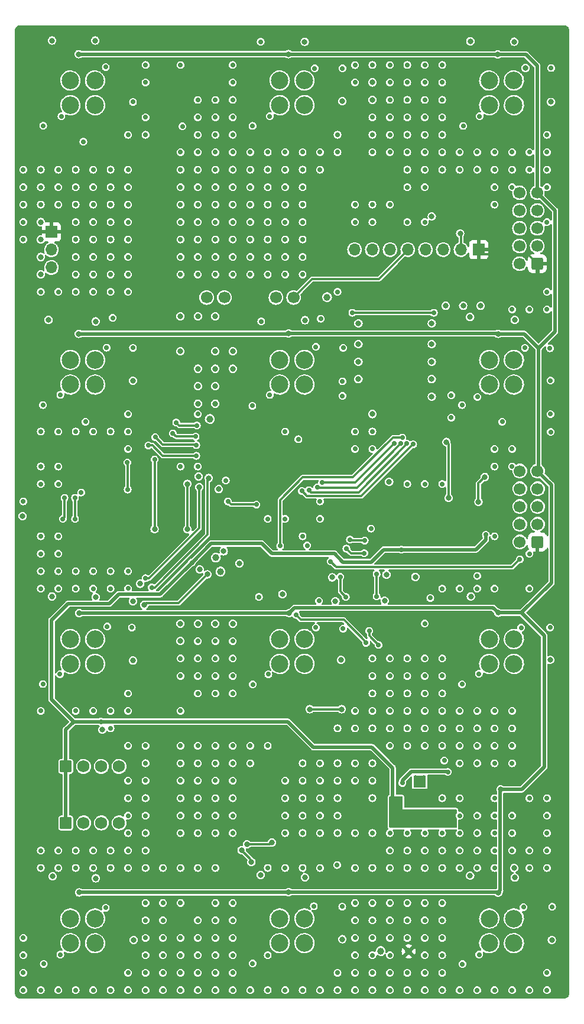
<source format=gbl>
G04 #@! TF.GenerationSoftware,KiCad,Pcbnew,6.0.10-86aedd382b~118~ubuntu20.04.1*
G04 #@! TF.CreationDate,2023-01-07T15:43:11+01:00*
G04 #@! TF.ProjectId,IOB_V3,494f425f-5633-42e6-9b69-6361645f7063,rev?*
G04 #@! TF.SameCoordinates,Original*
G04 #@! TF.FileFunction,Copper,L4,Bot*
G04 #@! TF.FilePolarity,Positive*
%FSLAX46Y46*%
G04 Gerber Fmt 4.6, Leading zero omitted, Abs format (unit mm)*
G04 Created by KiCad (PCBNEW 6.0.10-86aedd382b~118~ubuntu20.04.1) date 2023-01-07 15:43:11*
%MOMM*%
%LPD*%
G01*
G04 APERTURE LIST*
G04 Aperture macros list*
%AMRoundRect*
0 Rectangle with rounded corners*
0 $1 Rounding radius*
0 $2 $3 $4 $5 $6 $7 $8 $9 X,Y pos of 4 corners*
0 Add a 4 corners polygon primitive as box body*
4,1,4,$2,$3,$4,$5,$6,$7,$8,$9,$2,$3,0*
0 Add four circle primitives for the rounded corners*
1,1,$1+$1,$2,$3*
1,1,$1+$1,$4,$5*
1,1,$1+$1,$6,$7*
1,1,$1+$1,$8,$9*
0 Add four rect primitives between the rounded corners*
20,1,$1+$1,$2,$3,$4,$5,0*
20,1,$1+$1,$4,$5,$6,$7,0*
20,1,$1+$1,$6,$7,$8,$9,0*
20,1,$1+$1,$8,$9,$2,$3,0*%
G04 Aperture macros list end*
G04 #@! TA.AperFunction,ComponentPad*
%ADD10C,0.500000*%
G04 #@! TD*
G04 #@! TA.AperFunction,SMDPad,CuDef*
%ADD11R,1.750000X1.750000*%
G04 #@! TD*
G04 #@! TA.AperFunction,ComponentPad*
%ADD12C,1.000000*%
G04 #@! TD*
G04 #@! TA.AperFunction,ComponentPad*
%ADD13RoundRect,0.250000X0.600000X0.600000X-0.600000X0.600000X-0.600000X-0.600000X0.600000X-0.600000X0*%
G04 #@! TD*
G04 #@! TA.AperFunction,ComponentPad*
%ADD14C,1.700000*%
G04 #@! TD*
G04 #@! TA.AperFunction,ComponentPad*
%ADD15RoundRect,0.250000X-0.620000X-0.620000X0.620000X-0.620000X0.620000X0.620000X-0.620000X0.620000X0*%
G04 #@! TD*
G04 #@! TA.AperFunction,ComponentPad*
%ADD16C,1.740000*%
G04 #@! TD*
G04 #@! TA.AperFunction,ComponentPad*
%ADD17R,1.700000X1.700000*%
G04 #@! TD*
G04 #@! TA.AperFunction,ComponentPad*
%ADD18O,1.700000X1.700000*%
G04 #@! TD*
G04 #@! TA.AperFunction,ComponentPad*
%ADD19C,2.500000*%
G04 #@! TD*
G04 #@! TA.AperFunction,ViaPad*
%ADD20C,0.800000*%
G04 #@! TD*
G04 #@! TA.AperFunction,ViaPad*
%ADD21C,0.700000*%
G04 #@! TD*
G04 #@! TA.AperFunction,Conductor*
%ADD22C,0.500000*%
G04 #@! TD*
G04 #@! TA.AperFunction,Conductor*
%ADD23C,0.300000*%
G04 #@! TD*
G04 APERTURE END LIST*
D10*
X128900000Y-139225000D03*
X127650000Y-139225000D03*
X127650000Y-137975000D03*
X128900000Y-137975000D03*
D11*
X128275000Y-138600000D03*
D12*
X99725000Y-108550000D03*
X98200000Y-86700000D03*
X99075000Y-106550000D03*
D13*
X145112500Y-64460000D03*
D14*
X142572500Y-64460000D03*
X145112500Y-61920000D03*
X142572500Y-61920000D03*
X145112500Y-59380000D03*
X142572500Y-59380000D03*
X145112500Y-56840000D03*
X142572500Y-56840000D03*
X145112500Y-54300000D03*
X142572500Y-54300000D03*
D12*
X126700000Y-162950000D03*
D15*
X77590000Y-136450000D03*
D16*
X80130000Y-136450000D03*
X82670000Y-136450000D03*
X85210000Y-136450000D03*
D17*
X136725000Y-62450000D03*
D18*
X134185000Y-62450000D03*
X131645000Y-62450000D03*
X129105000Y-62450000D03*
X126565000Y-62450000D03*
X124025000Y-62450000D03*
X121485000Y-62450000D03*
X118945000Y-62450000D03*
D15*
X77590000Y-144550000D03*
D16*
X80130000Y-144550000D03*
X82670000Y-144550000D03*
X85210000Y-144550000D03*
D17*
X75525000Y-59925000D03*
D18*
X75525000Y-62465000D03*
X75525000Y-65005000D03*
D12*
X122675000Y-162900000D03*
X115000000Y-69250000D03*
D14*
X100295000Y-69300000D03*
X97755000Y-69300000D03*
X107680000Y-69300000D03*
X110220000Y-69300000D03*
D13*
X145152500Y-104310000D03*
D14*
X142612500Y-104310000D03*
X145152500Y-101770000D03*
X142612500Y-101770000D03*
X145152500Y-99230000D03*
X142612500Y-99230000D03*
X145152500Y-96690000D03*
X142612500Y-96690000D03*
X145152500Y-94150000D03*
X142612500Y-94150000D03*
D19*
X78232233Y-118232233D03*
X81767767Y-118232233D03*
X81767767Y-121767767D03*
X78232233Y-121767767D03*
X78232233Y-158232233D03*
X81767767Y-158232233D03*
X81767767Y-161767767D03*
X78232233Y-161767767D03*
X138232233Y-158232233D03*
X141767767Y-158232233D03*
X141767767Y-161767767D03*
X138232233Y-161767767D03*
X108232233Y-118232233D03*
X111767767Y-118232233D03*
X111767767Y-121767767D03*
X108232233Y-121767767D03*
X138232233Y-38232233D03*
X141767767Y-38232233D03*
X141767767Y-41767767D03*
X138232233Y-41767767D03*
X108232233Y-158232233D03*
X111767767Y-158232233D03*
X111767767Y-161767767D03*
X108232233Y-161767767D03*
X108232233Y-38232233D03*
X111767767Y-38232233D03*
X111767767Y-41767767D03*
X108232233Y-41767767D03*
X78232233Y-38232233D03*
X81767767Y-38232233D03*
X81767767Y-41767767D03*
X78232233Y-41767767D03*
X78232233Y-78232233D03*
X81767767Y-78232233D03*
X81767767Y-81767767D03*
X78232233Y-81767767D03*
X138232233Y-78232233D03*
X141767767Y-78232233D03*
X141767767Y-81767767D03*
X138232233Y-81767767D03*
X108232233Y-78232233D03*
X111767767Y-78232233D03*
X111767767Y-81767767D03*
X108232233Y-81767767D03*
X138232233Y-118232233D03*
X141767767Y-118232233D03*
X141767767Y-121767767D03*
X138232233Y-121767767D03*
D20*
X120225000Y-57250000D03*
X137000000Y-32200000D03*
X107200000Y-32200000D03*
X77000000Y-32200000D03*
X77000000Y-72200000D03*
X137000000Y-72200000D03*
X137000000Y-112200000D03*
X137200000Y-152400000D03*
X106600000Y-152400000D03*
X77000000Y-152400000D03*
X76800000Y-112200000D03*
X71400000Y-100600000D03*
X141800000Y-151000000D03*
X108600000Y-111800000D03*
X116200000Y-112800000D03*
X87200000Y-112800000D03*
X96750000Y-108250000D03*
X99500000Y-96750000D03*
X123250000Y-112750000D03*
X123500000Y-109000000D03*
X143750000Y-129750000D03*
X94000000Y-116000000D03*
X96500000Y-116000000D03*
X99000000Y-116000000D03*
X101500000Y-116000000D03*
X94000000Y-118500000D03*
X132000000Y-70500000D03*
X134500000Y-70500000D03*
X137000000Y-70500000D03*
X130000000Y-73000000D03*
X119500000Y-73000000D03*
X119500000Y-76000000D03*
X119500000Y-78500000D03*
X119500000Y-81000000D03*
X121500000Y-86000000D03*
X130000000Y-83500000D03*
X130000000Y-81000000D03*
X130000000Y-78500000D03*
X130000000Y-76000000D03*
X96500000Y-84500000D03*
X99000000Y-84500000D03*
X99000000Y-82000000D03*
X96500000Y-82000000D03*
X96500000Y-79500000D03*
X99000000Y-79500000D03*
X101500000Y-79500000D03*
X101500000Y-77000000D03*
X99000000Y-77000000D03*
X94000000Y-77000000D03*
X99000000Y-72000000D03*
X96500000Y-72000000D03*
X94000000Y-72000000D03*
X109450000Y-34450000D03*
X139850000Y-139750000D03*
X79500000Y-114500000D03*
X139500000Y-154550000D03*
X139450000Y-34500000D03*
X109500000Y-154450000D03*
X79450000Y-74500000D03*
X139500000Y-114450000D03*
X109600000Y-114500000D03*
X79450000Y-34450000D03*
X139500000Y-74500000D03*
X79500000Y-154500000D03*
X109500000Y-74450000D03*
D21*
X101500000Y-56000000D03*
X76500000Y-56000000D03*
X144000000Y-71000000D03*
X101500000Y-146000000D03*
X109000000Y-138500000D03*
X124000000Y-48500000D03*
X139000000Y-131000000D03*
X101500000Y-41000000D03*
X94000000Y-136000000D03*
X89000000Y-46000000D03*
X74000000Y-56000000D03*
X114000000Y-143500000D03*
X94000000Y-141000000D03*
X76500000Y-93500000D03*
X121500000Y-166000000D03*
X94000000Y-58500000D03*
X116500000Y-131000000D03*
X131500000Y-121000000D03*
X81500000Y-63500000D03*
X119000000Y-88500000D03*
X101500000Y-136000000D03*
X71500000Y-58500000D03*
X116500000Y-166000000D03*
X101500000Y-61000000D03*
X129000000Y-51000000D03*
X134000000Y-51000000D03*
X114000000Y-101000000D03*
X129000000Y-151000000D03*
D20*
X115725000Y-109375000D03*
X135525000Y-32600000D03*
D21*
X134000000Y-128500000D03*
X84000000Y-148500000D03*
D20*
X100200000Y-105650500D03*
D21*
X86500000Y-148500000D03*
X89000000Y-36000000D03*
X96500000Y-158500000D03*
X101500000Y-118500000D03*
X121500000Y-156000000D03*
X104000000Y-61000000D03*
X79775000Y-97225000D03*
X147100000Y-36430000D03*
X86500000Y-66000000D03*
X129000000Y-43500000D03*
X124000000Y-166000000D03*
X89000000Y-166000000D03*
X106500000Y-61000000D03*
X144000000Y-141000000D03*
X126500000Y-58500000D03*
X134325000Y-84700000D03*
X146500000Y-68500000D03*
X139000000Y-103500000D03*
X121500000Y-91000000D03*
X131500000Y-46000000D03*
X124000000Y-146000000D03*
X124000000Y-41000000D03*
X81500000Y-53500000D03*
X94300000Y-44800000D03*
X71500000Y-51000000D03*
D20*
X117200000Y-41200000D03*
X130000000Y-57700000D03*
D21*
X124000000Y-36000000D03*
X96500000Y-118500000D03*
X131500000Y-141000000D03*
X146500000Y-48500000D03*
X96500000Y-163500000D03*
X126500000Y-158500000D03*
X74350000Y-44700000D03*
X101500000Y-58500000D03*
X79000000Y-168500000D03*
X136500000Y-109175000D03*
X86500000Y-110970999D03*
D20*
X74000000Y-66000000D03*
D21*
X129000000Y-41000000D03*
X96500000Y-51000000D03*
D20*
X105500000Y-152000000D03*
D21*
X105500000Y-32675000D03*
X81500000Y-111000000D03*
X119000000Y-146000000D03*
X116500000Y-48500000D03*
X129000000Y-156000000D03*
X144000000Y-51000000D03*
X136500000Y-48500000D03*
X106500000Y-163500000D03*
X109000000Y-168500000D03*
X111500000Y-61000000D03*
X111500000Y-146000000D03*
X131500000Y-111000000D03*
X99000000Y-133500000D03*
X91500000Y-151000000D03*
X86500000Y-46000000D03*
X136500000Y-136000000D03*
X89000000Y-141000000D03*
X71500000Y-56000000D03*
X94000000Y-166000000D03*
X96500000Y-66000000D03*
X139000000Y-48500000D03*
X140100000Y-87100000D03*
X104000000Y-51000000D03*
X91500000Y-163500000D03*
X76500000Y-106000000D03*
X131500000Y-158500000D03*
D20*
X117000000Y-121200000D03*
D21*
X76800000Y-163400000D03*
X96500000Y-86000000D03*
X139000000Y-136000000D03*
X86500000Y-63500000D03*
X79000000Y-53500000D03*
X146500000Y-46000000D03*
X129794000Y-112330000D03*
X89000000Y-161000000D03*
X101500000Y-38500000D03*
D20*
X135500000Y-152100000D03*
D21*
X129000000Y-46000000D03*
X106800000Y-43350000D03*
X101500000Y-126000000D03*
X96500000Y-63500000D03*
X74000000Y-103500000D03*
X134000000Y-143500000D03*
X129000000Y-126000000D03*
X124000000Y-46000000D03*
X105250000Y-112175000D03*
X81500000Y-68500000D03*
X119000000Y-136000000D03*
X106500000Y-63500000D03*
X111500000Y-103500000D03*
X124000000Y-156000000D03*
X71500000Y-61000000D03*
X129000000Y-128500000D03*
X114000000Y-48500000D03*
X111500000Y-51000000D03*
X106500000Y-168500000D03*
X113400000Y-116570000D03*
X131500000Y-36000000D03*
X129000000Y-131000000D03*
X99000000Y-151000000D03*
X74000000Y-88500000D03*
X83510000Y-116430000D03*
X124000000Y-158500000D03*
X134400000Y-164750000D03*
X121500000Y-128500000D03*
X146500000Y-58500000D03*
X126500000Y-133500000D03*
X99000000Y-51000000D03*
X119000000Y-156000000D03*
X126500000Y-41000000D03*
X111500000Y-141000000D03*
X136550000Y-83550000D03*
X79000000Y-66000000D03*
X99000000Y-168500000D03*
X114000000Y-136000000D03*
X81500000Y-56000000D03*
X74000000Y-51000000D03*
X126500000Y-148500000D03*
X81500000Y-61000000D03*
X121500000Y-58500000D03*
X129000000Y-58500000D03*
X146500000Y-151000000D03*
X84000000Y-131000000D03*
X87200000Y-76500000D03*
X79000000Y-108500000D03*
D20*
X81850000Y-72725000D03*
D21*
X76750000Y-123250000D03*
X101500000Y-123500000D03*
X104000000Y-58500000D03*
D20*
X127650000Y-109300000D03*
D21*
X101500000Y-166000000D03*
X131500000Y-148500000D03*
X76500000Y-148500000D03*
X139000000Y-168500000D03*
X114000000Y-151000000D03*
X109000000Y-66000000D03*
X126500000Y-36000000D03*
X121500000Y-146000000D03*
X106800000Y-83250000D03*
X126500000Y-53500000D03*
X113220000Y-36500000D03*
X112150000Y-104825000D03*
X74000000Y-168500000D03*
X71500000Y-163500000D03*
X139000000Y-91000000D03*
X81500000Y-128500000D03*
X86500000Y-61000000D03*
X121500000Y-131000000D03*
X86500000Y-86000000D03*
X136500000Y-148500000D03*
X96500000Y-133500000D03*
X129000000Y-133500000D03*
D20*
X143430000Y-36440000D03*
D21*
X106500000Y-151000000D03*
X141500000Y-53500000D03*
X141500000Y-148500000D03*
X131500000Y-146000000D03*
X131500000Y-123500000D03*
X101500000Y-168500000D03*
X96500000Y-46000000D03*
X94000000Y-128500000D03*
X139000000Y-143500000D03*
D20*
X87200000Y-121300000D03*
D21*
X104300000Y-84800000D03*
X110900000Y-89600000D03*
X99000000Y-53500000D03*
X99000000Y-121000000D03*
X89000000Y-148500000D03*
X76500000Y-51000000D03*
X94000000Y-156000000D03*
X101500000Y-48500000D03*
X106500000Y-51000000D03*
X76500000Y-103500000D03*
X94000000Y-138500000D03*
X136500000Y-168500000D03*
X81500000Y-168500000D03*
X106500000Y-66000000D03*
X126500000Y-96000000D03*
X101500000Y-143500000D03*
X121500000Y-48500000D03*
X124000000Y-38500000D03*
X99000000Y-63500000D03*
X101500000Y-156000000D03*
X139000000Y-56000000D03*
X131500000Y-161000000D03*
D20*
X81875000Y-152475000D03*
D21*
X94000000Y-93500000D03*
X131500000Y-43500000D03*
X117330000Y-76520000D03*
X81500000Y-66000000D03*
X146500000Y-143500000D03*
X96500000Y-166000000D03*
X101500000Y-158500000D03*
X91500000Y-161000000D03*
X124000000Y-56000000D03*
X121500000Y-136000000D03*
X131500000Y-163500000D03*
D20*
X141800000Y-32675000D03*
D21*
X134000000Y-133500000D03*
X99000000Y-163500000D03*
X89000000Y-146000000D03*
X86500000Y-151000000D03*
X117220000Y-36480000D03*
X89000000Y-38500000D03*
X79000000Y-58500000D03*
X101500000Y-66000000D03*
X89000000Y-156000000D03*
X124000000Y-128500000D03*
X146500000Y-146000000D03*
X106500000Y-133500000D03*
X124000000Y-123500000D03*
X86500000Y-108500000D03*
X79000000Y-111000000D03*
X84000000Y-63500000D03*
X126500000Y-43500000D03*
X129000000Y-48500000D03*
X131500000Y-96000000D03*
D20*
X74000000Y-63500000D03*
D21*
X124000000Y-168500000D03*
X146500000Y-51000000D03*
X121500000Y-141000000D03*
X129000000Y-123500000D03*
X74000000Y-68500000D03*
X117290000Y-116730000D03*
X111500000Y-58500000D03*
X79000000Y-51000000D03*
X121500000Y-36000000D03*
X96500000Y-126000000D03*
X114000000Y-146000000D03*
X139000000Y-53500000D03*
X106500000Y-48500000D03*
X89000000Y-163500000D03*
X101500000Y-161000000D03*
X144000000Y-48500000D03*
X116500000Y-136000000D03*
X74425000Y-164725000D03*
X147000000Y-86000000D03*
X71500000Y-161000000D03*
X96500000Y-138500000D03*
X131500000Y-151000000D03*
X86500000Y-133500000D03*
X121500000Y-158500000D03*
X109000000Y-141000000D03*
X109000000Y-61000000D03*
X89000000Y-138500000D03*
X96500000Y-56000000D03*
X134500000Y-44725000D03*
X84000000Y-61000000D03*
X146500000Y-53500000D03*
X99000000Y-118500000D03*
X134000000Y-148500000D03*
X136500000Y-151000000D03*
X99000000Y-41000000D03*
X84000000Y-168500000D03*
X126500000Y-121000000D03*
X131500000Y-41000000D03*
X116500000Y-146000000D03*
X99000000Y-61000000D03*
D20*
X141875000Y-72525000D03*
D21*
X139000000Y-151000000D03*
X114000000Y-51000000D03*
X109000000Y-151000000D03*
X111500000Y-151000000D03*
D20*
X81850000Y-112200000D03*
D21*
X142810000Y-116580000D03*
X94000000Y-143500000D03*
X84290000Y-72220000D03*
X109000000Y-101000000D03*
X106500000Y-58500000D03*
X106600000Y-123250000D03*
X113410000Y-76370000D03*
X116500000Y-138500000D03*
X132800000Y-86500000D03*
X104350000Y-164675000D03*
X129000000Y-148500000D03*
X144000000Y-168500000D03*
X131500000Y-166000000D03*
X139000000Y-93500000D03*
X84000000Y-151000000D03*
X83430000Y-76480000D03*
X147250000Y-156560000D03*
X94000000Y-121000000D03*
X94000000Y-133500000D03*
X129000000Y-146000000D03*
X131500000Y-51000000D03*
X143150000Y-156620000D03*
D20*
X75700000Y-152200000D03*
D21*
X134000000Y-151000000D03*
X119000000Y-161000000D03*
X106500000Y-56000000D03*
X134000000Y-131000000D03*
X94000000Y-63500000D03*
X89000000Y-168500000D03*
D20*
X82800000Y-131200000D03*
D21*
X131500000Y-131000000D03*
X147050000Y-88550000D03*
X99000000Y-43500000D03*
X134000000Y-141000000D03*
X146500000Y-168500000D03*
X74000000Y-151000000D03*
X146500000Y-166000000D03*
X116500000Y-68500000D03*
X71500000Y-98500000D03*
X141500000Y-93500000D03*
X131500000Y-128500000D03*
X86500000Y-68500000D03*
X84000000Y-53500000D03*
X84000000Y-128500000D03*
X111500000Y-66000000D03*
X124000000Y-126000000D03*
X79000000Y-56000000D03*
X109000000Y-51000000D03*
X94000000Y-53500000D03*
X126500000Y-166000000D03*
X141500000Y-71000000D03*
X139000000Y-146000000D03*
X111500000Y-136000000D03*
X134000000Y-111000000D03*
X121500000Y-123500000D03*
X111500000Y-63500000D03*
X141500000Y-48500000D03*
X136800000Y-163400000D03*
X117200000Y-83400000D03*
X96500000Y-53500000D03*
X71500000Y-168500000D03*
X124000000Y-163500000D03*
X126500000Y-156000000D03*
X76500000Y-53500000D03*
X94000000Y-163500000D03*
D20*
X74000000Y-61000000D03*
X147200000Y-161300000D03*
D21*
X99000000Y-123500000D03*
X79000000Y-68500000D03*
X81500000Y-88500000D03*
X101500000Y-141000000D03*
X124000000Y-121000000D03*
D20*
X121500000Y-38500000D03*
D21*
X124000000Y-131000000D03*
X109000000Y-58500000D03*
X101500000Y-133500000D03*
X99000000Y-66000000D03*
X129000000Y-116000000D03*
D20*
X135500000Y-72100000D03*
D21*
X71500000Y-166000000D03*
X104000000Y-53500000D03*
X94000000Y-123500000D03*
X81500000Y-148500000D03*
X84000000Y-56000000D03*
X83300000Y-36300000D03*
X146500000Y-71000000D03*
X136500000Y-131000000D03*
X119000000Y-56000000D03*
X79000000Y-151000000D03*
X74000000Y-53500000D03*
X91500000Y-156000000D03*
X86500000Y-141000000D03*
X144000000Y-148500000D03*
X111500000Y-168500000D03*
X76500000Y-151000000D03*
D20*
X111825000Y-152325000D03*
D21*
X129000000Y-161000000D03*
X119000000Y-158500000D03*
X84000000Y-68500000D03*
X84000000Y-108500000D03*
X99000000Y-158500000D03*
D20*
X146950500Y-121200000D03*
D21*
X126500000Y-51000000D03*
X80100000Y-47000000D03*
X111500000Y-143500000D03*
X129000000Y-36000000D03*
X116445042Y-150566519D03*
X94000000Y-56000000D03*
D20*
X81800000Y-32500000D03*
D21*
X94000000Y-51000000D03*
X129000000Y-166000000D03*
X87050000Y-116560000D03*
D20*
X87200000Y-81200000D03*
D21*
X94000000Y-66000000D03*
X79000000Y-148500000D03*
X89000000Y-133500000D03*
X134000000Y-168500000D03*
X81500000Y-108500000D03*
X144000000Y-106000000D03*
X104000000Y-168500000D03*
X121500000Y-138500000D03*
X99000000Y-56000000D03*
X126500000Y-131000000D03*
X131500000Y-38500000D03*
X99000000Y-143500000D03*
X86500000Y-143500000D03*
X96500000Y-168500000D03*
X91500000Y-166000000D03*
X94000000Y-146000000D03*
X74000000Y-106000000D03*
X124000000Y-133500000D03*
X146500000Y-141000000D03*
X141500000Y-91000000D03*
X76500000Y-68500000D03*
X129000000Y-168500000D03*
X119000000Y-131000000D03*
X94000000Y-151000000D03*
X104325000Y-44725000D03*
X119000000Y-168500000D03*
X76800000Y-83250000D03*
X124000000Y-161000000D03*
X121500000Y-88500000D03*
X136500000Y-133500000D03*
X91500000Y-158500000D03*
X141500000Y-133500000D03*
X96500000Y-141000000D03*
X84000000Y-111000000D03*
X84000000Y-58500000D03*
X136500000Y-143500000D03*
X101500000Y-51000000D03*
X119000000Y-151000000D03*
X111500000Y-48500000D03*
X129000000Y-121000000D03*
X89000000Y-143500000D03*
X79000000Y-61000000D03*
X104000000Y-48500000D03*
X81500000Y-151000000D03*
X86500000Y-126000000D03*
X134000000Y-48500000D03*
X109000000Y-53500000D03*
X119000000Y-58500000D03*
X146500000Y-148500000D03*
D20*
X87300000Y-161300000D03*
D21*
X94000000Y-168500000D03*
X111500000Y-56000000D03*
X104375000Y-124725000D03*
X119000000Y-36020000D03*
X113110000Y-156480000D03*
X139000000Y-133500000D03*
X129000000Y-96000000D03*
X74000000Y-128500000D03*
X139000000Y-141000000D03*
X96500000Y-61000000D03*
X147000000Y-81200000D03*
X99000000Y-166000000D03*
X101500000Y-46000000D03*
X109000000Y-143500000D03*
D20*
X75600000Y-112100000D03*
D21*
X86500000Y-146000000D03*
X96500000Y-146000000D03*
X96500000Y-151000000D03*
X96500000Y-123500000D03*
X100500000Y-95500000D03*
X136500000Y-111000000D03*
X99000000Y-136000000D03*
X96500000Y-161000000D03*
X119000000Y-91000000D03*
X126500000Y-46000000D03*
X106500000Y-101000000D03*
X96500000Y-121000000D03*
X99000000Y-48500000D03*
X126500000Y-146000000D03*
X79000000Y-128500000D03*
X89000000Y-136000000D03*
X101500000Y-138500000D03*
X96500000Y-93500000D03*
X111500000Y-138500000D03*
X139000000Y-111000000D03*
X121500000Y-121000000D03*
X99000000Y-161000000D03*
X86500000Y-58500000D03*
D20*
X88250000Y-110300000D03*
D21*
X146960000Y-116560000D03*
X101500000Y-43500000D03*
X117180000Y-156520000D03*
X131500000Y-168500000D03*
X86500000Y-91000000D03*
X83300000Y-156700000D03*
X86500000Y-138500000D03*
X79000000Y-88500000D03*
X114100000Y-72340000D03*
X121500000Y-56000000D03*
X99000000Y-126000000D03*
X121500000Y-126000000D03*
X74000000Y-93500000D03*
X74000000Y-96000000D03*
X136850000Y-43350000D03*
X141500000Y-131000000D03*
X76500000Y-96000000D03*
X124000000Y-43500000D03*
X136500000Y-128500000D03*
X96500000Y-58500000D03*
X121500000Y-151000000D03*
X84000000Y-88500000D03*
X114000000Y-98500000D03*
X96500000Y-136000000D03*
X124000000Y-151000000D03*
X129000000Y-53500000D03*
X121500000Y-46000000D03*
X116500000Y-168500000D03*
X105575000Y-72725000D03*
X134350000Y-124700000D03*
X91500000Y-168500000D03*
X86500000Y-56000000D03*
X76500000Y-108500000D03*
X94000000Y-61000000D03*
X136500000Y-146000000D03*
X129000000Y-158500000D03*
X126500000Y-128500000D03*
X104000000Y-56000000D03*
X134000000Y-146000000D03*
X99000000Y-141000000D03*
X79000000Y-63500000D03*
X94000000Y-48500000D03*
X131500000Y-133500000D03*
X89000000Y-151000000D03*
X136750000Y-123200000D03*
X126500000Y-151000000D03*
X109000000Y-63500000D03*
X106500000Y-53500000D03*
X81500000Y-51000000D03*
X101500000Y-53500000D03*
D20*
X123900000Y-95700000D03*
D21*
X144000000Y-151000000D03*
D20*
X147100000Y-41300000D03*
D21*
X86500000Y-53500000D03*
X74000000Y-108500000D03*
X96500000Y-41000000D03*
X126500000Y-38500000D03*
X136500000Y-51000000D03*
X117200000Y-81300000D03*
X96500000Y-48500000D03*
X119000000Y-138500000D03*
D20*
X75625000Y-32500000D03*
D21*
X116500000Y-141000000D03*
D20*
X111800000Y-32675000D03*
D21*
X126500000Y-48500000D03*
X131500000Y-156000000D03*
X121500000Y-43500000D03*
X116500000Y-143500000D03*
X86500000Y-168500000D03*
X101500000Y-163500000D03*
X76500000Y-111000000D03*
X76500000Y-168500000D03*
X141500000Y-128500000D03*
X141500000Y-51000000D03*
X126500000Y-123500000D03*
X86500000Y-51000000D03*
X94000000Y-36000000D03*
X74300000Y-124650000D03*
X141500000Y-146000000D03*
X113840000Y-112740000D03*
X143350000Y-76500000D03*
D20*
X141875000Y-152375000D03*
D21*
X146920000Y-76570000D03*
X99000000Y-58500000D03*
X76950000Y-43350000D03*
X119000000Y-38500000D03*
X109000000Y-146000000D03*
X124000000Y-148500000D03*
X126500000Y-126000000D03*
X114000000Y-168500000D03*
X99000000Y-146000000D03*
X71500000Y-53500000D03*
X81500000Y-58500000D03*
X126500000Y-168500000D03*
X111500000Y-53500000D03*
X80400000Y-87100000D03*
X99000000Y-46000000D03*
X84000000Y-51000000D03*
X104000000Y-136000000D03*
X132800000Y-83300000D03*
X114000000Y-141000000D03*
X121500000Y-161000000D03*
X141500000Y-143500000D03*
X134000000Y-136000000D03*
X104000000Y-63500000D03*
X74000000Y-148500000D03*
X104000000Y-133500000D03*
X109000000Y-56000000D03*
X99000000Y-156000000D03*
X99000000Y-138500000D03*
D20*
X96600000Y-94925000D03*
D21*
X89000000Y-158500000D03*
X86500000Y-128500000D03*
X144000000Y-111000000D03*
X119000000Y-163500000D03*
X131500000Y-48500000D03*
X96500000Y-143500000D03*
X101500000Y-121000000D03*
X74000000Y-111000000D03*
D20*
X135600000Y-112100000D03*
D21*
X141500000Y-136000000D03*
X129000000Y-163500000D03*
X101500000Y-63500000D03*
X121500000Y-168500000D03*
X109000000Y-48500000D03*
X94000000Y-161000000D03*
D20*
X102450000Y-107362998D03*
X111850000Y-72550000D03*
D21*
X86500000Y-166000000D03*
D20*
X75100000Y-72500000D03*
D21*
X114000000Y-138500000D03*
X139000000Y-128500000D03*
X104000000Y-66000000D03*
X121500000Y-163500000D03*
D20*
X74000000Y-58500000D03*
D21*
X129000000Y-38500000D03*
X89000000Y-43500000D03*
X126500000Y-161000000D03*
X139000000Y-51000000D03*
X141500000Y-168500000D03*
X86500000Y-88500000D03*
D20*
X117200000Y-161200000D03*
D21*
X76500000Y-88500000D03*
D20*
X121500000Y-41000000D03*
D21*
X74300000Y-84700000D03*
X116500000Y-46000000D03*
X139000000Y-148500000D03*
X101500000Y-36000000D03*
X96500000Y-43500000D03*
X87200000Y-41300000D03*
X119000000Y-128500000D03*
X84000000Y-66000000D03*
X131500000Y-126000000D03*
X121300000Y-102400000D03*
X109000000Y-88500000D03*
X119000000Y-166000000D03*
X125800000Y-138825000D03*
X132300000Y-137250000D03*
X131125000Y-144700000D03*
X128300000Y-143100000D03*
X129850000Y-143125000D03*
X125500000Y-142775000D03*
X124400000Y-142775000D03*
X132100000Y-144700000D03*
X82600000Y-130049500D03*
X137740000Y-103280000D03*
X133025000Y-144700000D03*
X126700000Y-143100000D03*
X95650000Y-107275000D03*
X125650000Y-105400000D03*
X131800000Y-135600000D03*
D20*
X132650000Y-81600000D03*
X112600000Y-88200000D03*
X92600000Y-145950000D03*
D21*
X146850000Y-72210000D03*
X145300000Y-69800000D03*
D20*
X143600000Y-87200000D03*
X122750000Y-65250000D03*
X107500000Y-72300000D03*
X114550000Y-109100000D03*
X132750000Y-76400000D03*
D21*
X109740000Y-95000000D03*
D20*
X72850000Y-156350000D03*
X132775000Y-156275000D03*
X130000000Y-99250000D03*
D21*
X116870000Y-152160000D03*
D20*
X75250000Y-94750000D03*
X87750000Y-44650000D03*
X86500000Y-131000000D03*
X117150000Y-158300000D03*
X103562562Y-107890326D03*
X147150000Y-157900000D03*
X102750000Y-36400000D03*
X97650000Y-37100000D03*
D21*
X147160000Y-152400000D03*
D20*
X130250000Y-94500000D03*
X86760000Y-72260000D03*
X110650000Y-129325000D03*
X102850000Y-76400000D03*
X132850000Y-116275000D03*
X107625000Y-112200000D03*
X115619502Y-33625000D03*
X72850000Y-36250000D03*
X125000000Y-65250000D03*
D21*
X146910000Y-112510000D03*
D20*
X72800000Y-116500000D03*
X148270000Y-34380000D03*
X117110000Y-72500000D03*
X88500000Y-119000000D03*
D21*
X85600000Y-33600000D03*
D20*
X102700000Y-86600000D03*
X72925000Y-76275000D03*
X77750000Y-89750000D03*
X102875000Y-116325000D03*
X75250000Y-89750000D03*
X100320023Y-106645023D03*
X123575000Y-116925000D03*
X100500000Y-86600000D03*
X102750000Y-156375000D03*
X112150000Y-99800000D03*
D21*
X85780000Y-113620000D03*
X115200000Y-112950500D03*
D20*
X127750000Y-65500000D03*
D21*
X115800000Y-92150000D03*
D20*
X132825000Y-36325000D03*
D21*
X87320000Y-152080000D03*
D20*
X125250000Y-60000000D03*
D21*
X118625000Y-71500000D03*
X130300000Y-71500000D03*
X77400000Y-98000500D03*
X77150000Y-101000000D03*
D20*
X117094000Y-128260000D03*
X112522000Y-128260000D03*
D21*
X78900000Y-101000000D03*
X78900000Y-98000000D03*
D20*
X102760000Y-148440000D03*
X104169488Y-150140466D03*
X103530000Y-147600000D03*
X107110000Y-147350000D03*
X88810001Y-113317501D03*
X97850000Y-108950000D03*
D21*
X89399500Y-90475000D03*
X96275000Y-91975000D03*
X92899989Y-88750000D03*
X96175000Y-89225000D03*
X127350500Y-90313511D03*
X111400000Y-97000000D03*
D20*
X134075000Y-60125000D03*
D21*
X126444980Y-90225776D03*
X112400000Y-96900000D03*
X125794709Y-89349677D03*
X108280000Y-104870000D03*
X113598385Y-96500000D03*
X125545492Y-90220655D03*
X124591206Y-90199550D03*
X114297885Y-95797949D03*
X86385500Y-92925000D03*
X86450000Y-96800000D03*
X117687500Y-112187500D03*
X116900000Y-109300000D03*
X115525000Y-107100500D03*
X142600000Y-106800000D03*
X120326825Y-105923175D03*
X117775000Y-105275000D03*
X118275000Y-103975000D03*
X120400000Y-104100000D03*
D20*
X90300000Y-102500000D03*
D21*
X90300000Y-92499998D03*
X122359622Y-119059622D03*
X121050000Y-117040000D03*
X120582500Y-118757500D03*
X110560500Y-114750000D03*
X122100000Y-108900000D03*
X122100000Y-112100000D03*
X96350000Y-87625000D03*
X93399500Y-87200000D03*
D20*
X137600000Y-95000000D03*
X136690000Y-98570000D03*
D21*
X89875000Y-110825000D03*
D20*
X98037501Y-95162501D03*
X96700000Y-96450500D03*
D21*
X89000002Y-109500000D03*
D20*
X95000000Y-102500000D03*
X95000000Y-96000000D03*
D21*
X100800000Y-98500000D03*
X104886491Y-98949501D03*
X96280378Y-90444622D03*
X90400000Y-89300000D03*
D20*
X132400000Y-98000000D03*
X132100000Y-90000000D03*
D22*
X139450000Y-34500000D02*
X143500000Y-34500000D01*
X145300000Y-94002500D02*
X145152500Y-94150000D01*
X138800000Y-113750000D02*
X139500000Y-114450000D01*
X109500000Y-154450000D02*
X139400000Y-154450000D01*
X139400000Y-154450000D02*
X139500000Y-154550000D01*
X145300000Y-77508629D02*
X145300000Y-94002500D01*
X79500000Y-114500000D02*
X109600000Y-114500000D01*
X110350000Y-113750000D02*
X138800000Y-113750000D01*
X109500000Y-74450000D02*
X139450000Y-74450000D01*
X145112500Y-36112500D02*
X145112500Y-54300000D01*
X147150000Y-96147500D02*
X145152500Y-94150000D01*
X145300000Y-76550000D02*
X145300000Y-77508629D01*
X146100000Y-117700000D02*
X142850000Y-114450000D01*
X143500000Y-34500000D02*
X145112500Y-36112500D01*
X147650000Y-74200000D02*
X145300000Y-76550000D01*
X145112500Y-54300000D02*
X147650000Y-56837500D01*
X79450000Y-34450000D02*
X109450000Y-34450000D01*
X139800000Y-139800000D02*
X139850000Y-139750000D01*
X139800000Y-154250000D02*
X139800000Y-139800000D01*
X139500000Y-74500000D02*
X143250000Y-74500000D01*
X139850000Y-139750000D02*
X142900000Y-139750000D01*
X142850000Y-114450000D02*
X147150000Y-110150000D01*
X142850000Y-114450000D02*
X139500000Y-114450000D01*
X79450000Y-74500000D02*
X109450000Y-74500000D01*
X146100000Y-136550000D02*
X146100000Y-117700000D01*
X139500000Y-154550000D02*
X139800000Y-154250000D01*
X79500000Y-154500000D02*
X109450000Y-154500000D01*
X109450000Y-34450000D02*
X109500000Y-34500000D01*
X139450000Y-74450000D02*
X139500000Y-74500000D01*
X142900000Y-139750000D02*
X146100000Y-136550000D01*
X109500000Y-34500000D02*
X139450000Y-34500000D01*
X109450000Y-154500000D02*
X109500000Y-154450000D01*
X147650000Y-56837500D02*
X147650000Y-74200000D01*
X109450000Y-74500000D02*
X109500000Y-74450000D01*
X147150000Y-110150000D02*
X147150000Y-96147500D01*
X143250000Y-74500000D02*
X145300000Y-76550000D01*
X109600000Y-114500000D02*
X110350000Y-113750000D01*
X132300000Y-137250000D02*
X132250000Y-137200000D01*
X132250000Y-137200000D02*
X127050000Y-137200000D01*
X127050000Y-137200000D02*
X125800000Y-138450000D01*
X125800000Y-138450000D02*
X125800000Y-138825000D01*
X107100000Y-105975000D02*
X105675000Y-104550000D01*
X77590000Y-133410000D02*
X77590000Y-131185000D01*
X123100000Y-105400000D02*
X121300000Y-107200000D01*
X77590000Y-131185000D02*
X78725500Y-130049500D01*
X83825000Y-113150000D02*
X77900000Y-113150000D01*
X77590000Y-144550000D02*
X77590000Y-136450000D01*
X77900000Y-113150000D02*
X75550000Y-115500000D01*
X124400000Y-136650000D02*
X124400000Y-142775000D01*
X85165000Y-111810000D02*
X83825000Y-113150000D01*
X78725500Y-130049500D02*
X82600000Y-130049500D01*
X75550000Y-126874000D02*
X78725500Y-130049500D01*
X117300000Y-107200000D02*
X116075000Y-105975000D01*
X91115000Y-111810000D02*
X85165000Y-111810000D01*
X136325000Y-105400000D02*
X125650000Y-105400000D01*
X137740000Y-103280000D02*
X137740000Y-103985000D01*
X121300000Y-107200000D02*
X117300000Y-107200000D01*
X98375000Y-104550000D02*
X95650000Y-107275000D01*
X125650000Y-105400000D02*
X123100000Y-105400000D01*
X109418129Y-130049500D02*
X113068629Y-133700000D01*
X95650000Y-107275000D02*
X91115000Y-111810000D01*
X137740000Y-103985000D02*
X136325000Y-105400000D01*
X105675000Y-104550000D02*
X98375000Y-104550000D01*
X82600000Y-130049500D02*
X109418129Y-130049500D01*
X75550000Y-115500000D02*
X75550000Y-126874000D01*
X77590000Y-136450000D02*
X77590000Y-133410000D01*
X113068629Y-133700000D02*
X121450000Y-133700000D01*
X121450000Y-133700000D02*
X124400000Y-136650000D01*
X116075000Y-105975000D02*
X107100000Y-105975000D01*
D23*
X145300000Y-64647500D02*
X145300000Y-69800000D01*
X115800000Y-92150000D02*
X115800000Y-89000000D01*
X111625000Y-92050000D02*
X115700000Y-92050000D01*
X102700000Y-86600000D02*
X100500000Y-86600000D01*
X115800000Y-89000000D02*
X115000000Y-88200000D01*
X145112500Y-64460000D02*
X145300000Y-64647500D01*
X109740000Y-93935000D02*
X111625000Y-92050000D01*
X115000000Y-88200000D02*
X112600000Y-88200000D01*
X136725000Y-62450000D02*
X137394511Y-63119511D01*
X115700000Y-92050000D02*
X115800000Y-92150000D01*
X109740000Y-95000000D02*
X109740000Y-93935000D01*
X137394511Y-63119511D02*
X143772011Y-63119511D01*
X143772011Y-63119511D02*
X145112500Y-64460000D01*
X118625000Y-71500000D02*
X130300000Y-71500000D01*
X77400000Y-100750000D02*
X77400000Y-98000500D01*
X77150000Y-101000000D02*
X77400000Y-100750000D01*
X112522000Y-128260000D02*
X117094000Y-128260000D01*
X78900000Y-101000000D02*
X78900000Y-98000000D01*
X104169488Y-149849488D02*
X102760000Y-148440000D01*
X104169488Y-150140466D02*
X104169488Y-149849488D01*
X107110000Y-147350000D02*
X106860000Y-147600000D01*
X106860000Y-147600000D02*
X103530000Y-147600000D01*
X88810001Y-113317501D02*
X89052502Y-113075000D01*
X93725000Y-113075000D02*
X97850000Y-108950000D01*
X89052502Y-113075000D02*
X93725000Y-113075000D01*
X96250000Y-91950000D02*
X96275000Y-91975000D01*
X91450000Y-91950000D02*
X96250000Y-91950000D01*
X89975000Y-90475000D02*
X91450000Y-91950000D01*
X89399500Y-90475000D02*
X89975000Y-90475000D01*
X92899989Y-88750000D02*
X93374989Y-89225000D01*
X93374989Y-89225000D02*
X96175000Y-89225000D01*
X127346489Y-90313511D02*
X127350500Y-90313511D01*
X111400000Y-97000000D02*
X112130000Y-97730000D01*
X119930000Y-97730000D02*
X127346489Y-90313511D01*
X112130000Y-97730000D02*
X119930000Y-97730000D01*
X134185000Y-60235000D02*
X134075000Y-60125000D01*
X134185000Y-62450000D02*
X134185000Y-60235000D01*
X126444980Y-90325020D02*
X126444980Y-90225776D01*
X112400000Y-96900000D02*
X112720000Y-97220000D01*
X112720000Y-97220000D02*
X119550000Y-97220000D01*
X119550000Y-97220000D02*
X126444980Y-90325020D01*
X108280000Y-98295000D02*
X108280000Y-104870000D01*
X126565000Y-62495661D02*
X126565000Y-62450000D01*
X118710000Y-95060000D02*
X111515000Y-95060000D01*
X124420323Y-89349677D02*
X118710000Y-95060000D01*
X110220000Y-69300000D02*
X112870000Y-66650000D01*
X125794709Y-89349677D02*
X124420323Y-89349677D01*
X122410661Y-66650000D02*
X126565000Y-62495661D01*
X111515000Y-95060000D02*
X108280000Y-98295000D01*
X112870000Y-66650000D02*
X122410661Y-66650000D01*
X113598385Y-96500000D02*
X113608385Y-96510000D01*
X125545492Y-90234508D02*
X125545492Y-90220655D01*
X113608385Y-96510000D02*
X119270000Y-96510000D01*
X119270000Y-96510000D02*
X125545492Y-90234508D01*
X114297885Y-95797949D02*
X114305834Y-95790000D01*
X119010000Y-95790000D02*
X124591206Y-90208794D01*
X124591206Y-90208794D02*
X124591206Y-90199550D01*
X114305834Y-95790000D02*
X119010000Y-95790000D01*
X86450000Y-96800000D02*
X86450000Y-92989500D01*
X86450000Y-92989500D02*
X86385500Y-92925000D01*
X116900000Y-111400000D02*
X116900000Y-109300000D01*
X117687500Y-112187500D02*
X116900000Y-111400000D01*
X115525000Y-107100500D02*
X116324500Y-107900000D01*
X141500000Y-107900000D02*
X142600000Y-106800000D01*
X116324500Y-107900000D02*
X141500000Y-107900000D01*
X120326825Y-105923175D02*
X118423175Y-105923175D01*
X118423175Y-105923175D02*
X117775000Y-105275000D01*
X118275000Y-103975000D02*
X118400000Y-104100000D01*
X118400000Y-104100000D02*
X120400000Y-104100000D01*
X90300000Y-92499998D02*
X90300000Y-102500000D01*
X121050000Y-117750000D02*
X122359622Y-119059622D01*
X121050000Y-117040000D02*
X121050000Y-117750000D01*
X111260500Y-115450000D02*
X110560500Y-114750000D01*
X120582500Y-118757500D02*
X120582500Y-118632500D01*
X117400000Y-115450000D02*
X111260500Y-115450000D01*
X120582500Y-118632500D02*
X117400000Y-115450000D01*
X122100000Y-112100000D02*
X122100000Y-108900000D01*
X93824500Y-87625000D02*
X96350000Y-87625000D01*
X93399500Y-87200000D02*
X93824500Y-87625000D01*
X136690000Y-95910000D02*
X137600000Y-95000000D01*
X136690000Y-98570000D02*
X136690000Y-95910000D01*
X90350000Y-110825000D02*
X89875000Y-110825000D01*
X97900000Y-103275000D02*
X90350000Y-110825000D01*
X98037501Y-95162501D02*
X97900000Y-95300002D01*
X97900000Y-95300002D02*
X97900000Y-103275000D01*
X96700000Y-96450500D02*
X96700000Y-102325000D01*
X89525000Y-109500000D02*
X89000002Y-109500000D01*
X96700000Y-102325000D02*
X89525000Y-109500000D01*
X95000000Y-102500000D02*
X95000000Y-96000000D01*
X104886491Y-98949501D02*
X101249501Y-98949501D01*
X101249501Y-98949501D02*
X100800000Y-98500000D01*
X96185756Y-90350000D02*
X91450000Y-90350000D01*
X96280378Y-90444622D02*
X96185756Y-90350000D01*
X91450000Y-90350000D02*
X90400000Y-89300000D01*
X132400000Y-98000000D02*
X132400000Y-90300000D01*
X132400000Y-90300000D02*
X132100000Y-90000000D01*
G04 #@! TA.AperFunction,Conductor*
G36*
X125792121Y-140745002D02*
G01*
X125838614Y-140798658D01*
X125850000Y-140851000D01*
X125850000Y-142600000D01*
X133474000Y-142600000D01*
X133542121Y-142620002D01*
X133588614Y-142673658D01*
X133600000Y-142726000D01*
X133600000Y-143074224D01*
X133579998Y-143142345D01*
X133573968Y-143150920D01*
X133519139Y-143222375D01*
X133463670Y-143356291D01*
X133444750Y-143500000D01*
X133463670Y-143643709D01*
X133519139Y-143777625D01*
X133573963Y-143849072D01*
X133599563Y-143915293D01*
X133600000Y-143925776D01*
X133600000Y-145124000D01*
X133579998Y-145192121D01*
X133526342Y-145238614D01*
X133474000Y-145250000D01*
X124026000Y-145250000D01*
X123957879Y-145229998D01*
X123911386Y-145176342D01*
X123900000Y-145124000D01*
X123900000Y-140851000D01*
X123920002Y-140782879D01*
X123973658Y-140736386D01*
X124026000Y-140725000D01*
X125724000Y-140725000D01*
X125792121Y-140745002D01*
G37*
G04 #@! TD.AperFunction*
G04 #@! TA.AperFunction,Conductor*
G36*
X148973610Y-30302638D02*
G01*
X148976078Y-30303099D01*
X148976081Y-30303099D01*
X148986916Y-30305121D01*
X148997792Y-30303315D01*
X149008804Y-30303424D01*
X149020992Y-30304137D01*
X149113297Y-30314040D01*
X149137181Y-30318976D01*
X149246838Y-30352986D01*
X149269323Y-30362431D01*
X149370376Y-30416931D01*
X149390621Y-30430531D01*
X149479279Y-30503476D01*
X149496524Y-30520721D01*
X149567652Y-30607170D01*
X149569469Y-30609379D01*
X149583069Y-30629624D01*
X149637569Y-30730677D01*
X149647014Y-30753162D01*
X149681024Y-30862819D01*
X149685960Y-30886703D01*
X149695863Y-30979008D01*
X149696576Y-30991196D01*
X149696685Y-31002208D01*
X149694879Y-31013084D01*
X149696901Y-31023919D01*
X149696901Y-31023922D01*
X149697362Y-31026390D01*
X149699500Y-31049504D01*
X149699500Y-168950496D01*
X149697362Y-168973610D01*
X149694879Y-168986916D01*
X149696685Y-168997792D01*
X149696576Y-169008804D01*
X149695863Y-169020992D01*
X149685960Y-169113297D01*
X149681024Y-169137181D01*
X149647014Y-169246838D01*
X149637569Y-169269323D01*
X149583069Y-169370376D01*
X149569469Y-169390621D01*
X149496524Y-169479279D01*
X149479279Y-169496524D01*
X149390621Y-169569469D01*
X149370376Y-169583069D01*
X149269323Y-169637569D01*
X149246838Y-169647014D01*
X149137181Y-169681024D01*
X149113297Y-169685960D01*
X149020992Y-169695863D01*
X149008804Y-169696576D01*
X148997792Y-169696685D01*
X148986916Y-169694879D01*
X148976081Y-169696901D01*
X148976078Y-169696901D01*
X148973610Y-169697362D01*
X148950496Y-169699500D01*
X71049526Y-169699500D01*
X71026402Y-169697360D01*
X71024964Y-169697092D01*
X71023949Y-169696902D01*
X71023948Y-169696902D01*
X71013113Y-169694879D01*
X71002237Y-169696684D01*
X70991214Y-169696574D01*
X70991224Y-169695559D01*
X70979023Y-169695881D01*
X70887508Y-169686112D01*
X70863774Y-169681236D01*
X70754729Y-169647631D01*
X70732368Y-169638302D01*
X70631776Y-169584449D01*
X70611613Y-169571012D01*
X70523189Y-169498901D01*
X70505971Y-169481853D01*
X70432980Y-169394144D01*
X70419344Y-169374117D01*
X70364495Y-169274068D01*
X70354944Y-169251801D01*
X70320256Y-169143095D01*
X70315144Y-169119412D01*
X70312273Y-169094835D01*
X70304416Y-169027580D01*
X70303591Y-169015485D01*
X70303378Y-169004795D01*
X70305075Y-168993900D01*
X70302944Y-168983084D01*
X70302944Y-168983080D01*
X70302877Y-168982740D01*
X70300500Y-168958383D01*
X70300500Y-168500000D01*
X70944750Y-168500000D01*
X70963670Y-168643709D01*
X71019139Y-168777625D01*
X71107379Y-168892621D01*
X71222375Y-168980861D01*
X71356291Y-169036330D01*
X71500000Y-169055250D01*
X71643709Y-169036330D01*
X71777625Y-168980861D01*
X71892621Y-168892621D01*
X71980861Y-168777625D01*
X72036330Y-168643709D01*
X72055250Y-168500000D01*
X73444750Y-168500000D01*
X73463670Y-168643709D01*
X73519139Y-168777625D01*
X73607379Y-168892621D01*
X73722375Y-168980861D01*
X73856291Y-169036330D01*
X74000000Y-169055250D01*
X74143709Y-169036330D01*
X74277625Y-168980861D01*
X74392621Y-168892621D01*
X74480861Y-168777625D01*
X74536330Y-168643709D01*
X74555250Y-168500000D01*
X75944750Y-168500000D01*
X75963670Y-168643709D01*
X76019139Y-168777625D01*
X76107379Y-168892621D01*
X76222375Y-168980861D01*
X76356291Y-169036330D01*
X76500000Y-169055250D01*
X76643709Y-169036330D01*
X76777625Y-168980861D01*
X76892621Y-168892621D01*
X76980861Y-168777625D01*
X77036330Y-168643709D01*
X77055250Y-168500000D01*
X78444750Y-168500000D01*
X78463670Y-168643709D01*
X78519139Y-168777625D01*
X78607379Y-168892621D01*
X78722375Y-168980861D01*
X78856291Y-169036330D01*
X79000000Y-169055250D01*
X79143709Y-169036330D01*
X79277625Y-168980861D01*
X79392621Y-168892621D01*
X79480861Y-168777625D01*
X79536330Y-168643709D01*
X79555250Y-168500000D01*
X80944750Y-168500000D01*
X80963670Y-168643709D01*
X81019139Y-168777625D01*
X81107379Y-168892621D01*
X81222375Y-168980861D01*
X81356291Y-169036330D01*
X81500000Y-169055250D01*
X81643709Y-169036330D01*
X81777625Y-168980861D01*
X81892621Y-168892621D01*
X81980861Y-168777625D01*
X82036330Y-168643709D01*
X82055250Y-168500000D01*
X83444750Y-168500000D01*
X83463670Y-168643709D01*
X83519139Y-168777625D01*
X83607379Y-168892621D01*
X83722375Y-168980861D01*
X83856291Y-169036330D01*
X84000000Y-169055250D01*
X84143709Y-169036330D01*
X84277625Y-168980861D01*
X84392621Y-168892621D01*
X84480861Y-168777625D01*
X84536330Y-168643709D01*
X84555250Y-168500000D01*
X85944750Y-168500000D01*
X85963670Y-168643709D01*
X86019139Y-168777625D01*
X86107379Y-168892621D01*
X86222375Y-168980861D01*
X86356291Y-169036330D01*
X86500000Y-169055250D01*
X86643709Y-169036330D01*
X86777625Y-168980861D01*
X86892621Y-168892621D01*
X86980861Y-168777625D01*
X87036330Y-168643709D01*
X87055250Y-168500000D01*
X88444750Y-168500000D01*
X88463670Y-168643709D01*
X88519139Y-168777625D01*
X88607379Y-168892621D01*
X88722375Y-168980861D01*
X88856291Y-169036330D01*
X89000000Y-169055250D01*
X89143709Y-169036330D01*
X89277625Y-168980861D01*
X89392621Y-168892621D01*
X89480861Y-168777625D01*
X89536330Y-168643709D01*
X89555250Y-168500000D01*
X90944750Y-168500000D01*
X90963670Y-168643709D01*
X91019139Y-168777625D01*
X91107379Y-168892621D01*
X91222375Y-168980861D01*
X91356291Y-169036330D01*
X91500000Y-169055250D01*
X91643709Y-169036330D01*
X91777625Y-168980861D01*
X91892621Y-168892621D01*
X91980861Y-168777625D01*
X92036330Y-168643709D01*
X92055250Y-168500000D01*
X93444750Y-168500000D01*
X93463670Y-168643709D01*
X93519139Y-168777625D01*
X93607379Y-168892621D01*
X93722375Y-168980861D01*
X93856291Y-169036330D01*
X94000000Y-169055250D01*
X94143709Y-169036330D01*
X94277625Y-168980861D01*
X94392621Y-168892621D01*
X94480861Y-168777625D01*
X94536330Y-168643709D01*
X94555250Y-168500000D01*
X95944750Y-168500000D01*
X95963670Y-168643709D01*
X96019139Y-168777625D01*
X96107379Y-168892621D01*
X96222375Y-168980861D01*
X96356291Y-169036330D01*
X96500000Y-169055250D01*
X96643709Y-169036330D01*
X96777625Y-168980861D01*
X96892621Y-168892621D01*
X96980861Y-168777625D01*
X97036330Y-168643709D01*
X97055250Y-168500000D01*
X98444750Y-168500000D01*
X98463670Y-168643709D01*
X98519139Y-168777625D01*
X98607379Y-168892621D01*
X98722375Y-168980861D01*
X98856291Y-169036330D01*
X99000000Y-169055250D01*
X99143709Y-169036330D01*
X99277625Y-168980861D01*
X99392621Y-168892621D01*
X99480861Y-168777625D01*
X99536330Y-168643709D01*
X99555250Y-168500000D01*
X100944750Y-168500000D01*
X100963670Y-168643709D01*
X101019139Y-168777625D01*
X101107379Y-168892621D01*
X101222375Y-168980861D01*
X101356291Y-169036330D01*
X101500000Y-169055250D01*
X101643709Y-169036330D01*
X101777625Y-168980861D01*
X101892621Y-168892621D01*
X101980861Y-168777625D01*
X102036330Y-168643709D01*
X102055250Y-168500000D01*
X103444750Y-168500000D01*
X103463670Y-168643709D01*
X103519139Y-168777625D01*
X103607379Y-168892621D01*
X103722375Y-168980861D01*
X103856291Y-169036330D01*
X104000000Y-169055250D01*
X104143709Y-169036330D01*
X104277625Y-168980861D01*
X104392621Y-168892621D01*
X104480861Y-168777625D01*
X104536330Y-168643709D01*
X104555250Y-168500000D01*
X105944750Y-168500000D01*
X105963670Y-168643709D01*
X106019139Y-168777625D01*
X106107379Y-168892621D01*
X106222375Y-168980861D01*
X106356291Y-169036330D01*
X106500000Y-169055250D01*
X106643709Y-169036330D01*
X106777625Y-168980861D01*
X106892621Y-168892621D01*
X106980861Y-168777625D01*
X107036330Y-168643709D01*
X107055250Y-168500000D01*
X108444750Y-168500000D01*
X108463670Y-168643709D01*
X108519139Y-168777625D01*
X108607379Y-168892621D01*
X108722375Y-168980861D01*
X108856291Y-169036330D01*
X109000000Y-169055250D01*
X109143709Y-169036330D01*
X109277625Y-168980861D01*
X109392621Y-168892621D01*
X109480861Y-168777625D01*
X109536330Y-168643709D01*
X109555250Y-168500000D01*
X110944750Y-168500000D01*
X110963670Y-168643709D01*
X111019139Y-168777625D01*
X111107379Y-168892621D01*
X111222375Y-168980861D01*
X111356291Y-169036330D01*
X111500000Y-169055250D01*
X111643709Y-169036330D01*
X111777625Y-168980861D01*
X111892621Y-168892621D01*
X111980861Y-168777625D01*
X112036330Y-168643709D01*
X112055250Y-168500000D01*
X113444750Y-168500000D01*
X113463670Y-168643709D01*
X113519139Y-168777625D01*
X113607379Y-168892621D01*
X113722375Y-168980861D01*
X113856291Y-169036330D01*
X114000000Y-169055250D01*
X114143709Y-169036330D01*
X114277625Y-168980861D01*
X114392621Y-168892621D01*
X114480861Y-168777625D01*
X114536330Y-168643709D01*
X114555250Y-168500000D01*
X115944750Y-168500000D01*
X115963670Y-168643709D01*
X116019139Y-168777625D01*
X116107379Y-168892621D01*
X116222375Y-168980861D01*
X116356291Y-169036330D01*
X116500000Y-169055250D01*
X116643709Y-169036330D01*
X116777625Y-168980861D01*
X116892621Y-168892621D01*
X116980861Y-168777625D01*
X117036330Y-168643709D01*
X117055250Y-168500000D01*
X118444750Y-168500000D01*
X118463670Y-168643709D01*
X118519139Y-168777625D01*
X118607379Y-168892621D01*
X118722375Y-168980861D01*
X118856291Y-169036330D01*
X119000000Y-169055250D01*
X119143709Y-169036330D01*
X119277625Y-168980861D01*
X119392621Y-168892621D01*
X119480861Y-168777625D01*
X119536330Y-168643709D01*
X119555250Y-168500000D01*
X120944750Y-168500000D01*
X120963670Y-168643709D01*
X121019139Y-168777625D01*
X121107379Y-168892621D01*
X121222375Y-168980861D01*
X121356291Y-169036330D01*
X121500000Y-169055250D01*
X121643709Y-169036330D01*
X121777625Y-168980861D01*
X121892621Y-168892621D01*
X121980861Y-168777625D01*
X122036330Y-168643709D01*
X122055250Y-168500000D01*
X123444750Y-168500000D01*
X123463670Y-168643709D01*
X123519139Y-168777625D01*
X123607379Y-168892621D01*
X123722375Y-168980861D01*
X123856291Y-169036330D01*
X124000000Y-169055250D01*
X124143709Y-169036330D01*
X124277625Y-168980861D01*
X124392621Y-168892621D01*
X124480861Y-168777625D01*
X124536330Y-168643709D01*
X124555250Y-168500000D01*
X125944750Y-168500000D01*
X125963670Y-168643709D01*
X126019139Y-168777625D01*
X126107379Y-168892621D01*
X126222375Y-168980861D01*
X126356291Y-169036330D01*
X126500000Y-169055250D01*
X126643709Y-169036330D01*
X126777625Y-168980861D01*
X126892621Y-168892621D01*
X126980861Y-168777625D01*
X127036330Y-168643709D01*
X127055250Y-168500000D01*
X128444750Y-168500000D01*
X128463670Y-168643709D01*
X128519139Y-168777625D01*
X128607379Y-168892621D01*
X128722375Y-168980861D01*
X128856291Y-169036330D01*
X129000000Y-169055250D01*
X129143709Y-169036330D01*
X129277625Y-168980861D01*
X129392621Y-168892621D01*
X129480861Y-168777625D01*
X129536330Y-168643709D01*
X129555250Y-168500000D01*
X130944750Y-168500000D01*
X130963670Y-168643709D01*
X131019139Y-168777625D01*
X131107379Y-168892621D01*
X131222375Y-168980861D01*
X131356291Y-169036330D01*
X131500000Y-169055250D01*
X131643709Y-169036330D01*
X131777625Y-168980861D01*
X131892621Y-168892621D01*
X131980861Y-168777625D01*
X132036330Y-168643709D01*
X132055250Y-168500000D01*
X133444750Y-168500000D01*
X133463670Y-168643709D01*
X133519139Y-168777625D01*
X133607379Y-168892621D01*
X133722375Y-168980861D01*
X133856291Y-169036330D01*
X134000000Y-169055250D01*
X134143709Y-169036330D01*
X134277625Y-168980861D01*
X134392621Y-168892621D01*
X134480861Y-168777625D01*
X134536330Y-168643709D01*
X134555250Y-168500000D01*
X135944750Y-168500000D01*
X135963670Y-168643709D01*
X136019139Y-168777625D01*
X136107379Y-168892621D01*
X136222375Y-168980861D01*
X136356291Y-169036330D01*
X136500000Y-169055250D01*
X136643709Y-169036330D01*
X136777625Y-168980861D01*
X136892621Y-168892621D01*
X136980861Y-168777625D01*
X137036330Y-168643709D01*
X137055250Y-168500000D01*
X138444750Y-168500000D01*
X138463670Y-168643709D01*
X138519139Y-168777625D01*
X138607379Y-168892621D01*
X138722375Y-168980861D01*
X138856291Y-169036330D01*
X139000000Y-169055250D01*
X139143709Y-169036330D01*
X139277625Y-168980861D01*
X139392621Y-168892621D01*
X139480861Y-168777625D01*
X139536330Y-168643709D01*
X139555250Y-168500000D01*
X140944750Y-168500000D01*
X140963670Y-168643709D01*
X141019139Y-168777625D01*
X141107379Y-168892621D01*
X141222375Y-168980861D01*
X141356291Y-169036330D01*
X141500000Y-169055250D01*
X141643709Y-169036330D01*
X141777625Y-168980861D01*
X141892621Y-168892621D01*
X141980861Y-168777625D01*
X142036330Y-168643709D01*
X142055250Y-168500000D01*
X143444750Y-168500000D01*
X143463670Y-168643709D01*
X143519139Y-168777625D01*
X143607379Y-168892621D01*
X143722375Y-168980861D01*
X143856291Y-169036330D01*
X144000000Y-169055250D01*
X144143709Y-169036330D01*
X144277625Y-168980861D01*
X144392621Y-168892621D01*
X144480861Y-168777625D01*
X144536330Y-168643709D01*
X144555250Y-168500000D01*
X145944750Y-168500000D01*
X145963670Y-168643709D01*
X146019139Y-168777625D01*
X146107379Y-168892621D01*
X146222375Y-168980861D01*
X146356291Y-169036330D01*
X146500000Y-169055250D01*
X146643709Y-169036330D01*
X146777625Y-168980861D01*
X146892621Y-168892621D01*
X146980861Y-168777625D01*
X147036330Y-168643709D01*
X147055250Y-168500000D01*
X147036330Y-168356291D01*
X146980861Y-168222375D01*
X146892621Y-168107379D01*
X146777625Y-168019139D01*
X146643709Y-167963670D01*
X146500000Y-167944750D01*
X146356291Y-167963670D01*
X146222375Y-168019139D01*
X146107379Y-168107379D01*
X146019139Y-168222375D01*
X145963670Y-168356291D01*
X145944750Y-168500000D01*
X144555250Y-168500000D01*
X144536330Y-168356291D01*
X144480861Y-168222375D01*
X144392621Y-168107379D01*
X144277625Y-168019139D01*
X144143709Y-167963670D01*
X144000000Y-167944750D01*
X143856291Y-167963670D01*
X143722375Y-168019139D01*
X143607379Y-168107379D01*
X143519139Y-168222375D01*
X143463670Y-168356291D01*
X143444750Y-168500000D01*
X142055250Y-168500000D01*
X142036330Y-168356291D01*
X141980861Y-168222375D01*
X141892621Y-168107379D01*
X141777625Y-168019139D01*
X141643709Y-167963670D01*
X141500000Y-167944750D01*
X141356291Y-167963670D01*
X141222375Y-168019139D01*
X141107379Y-168107379D01*
X141019139Y-168222375D01*
X140963670Y-168356291D01*
X140944750Y-168500000D01*
X139555250Y-168500000D01*
X139536330Y-168356291D01*
X139480861Y-168222375D01*
X139392621Y-168107379D01*
X139277625Y-168019139D01*
X139143709Y-167963670D01*
X139000000Y-167944750D01*
X138856291Y-167963670D01*
X138722375Y-168019139D01*
X138607379Y-168107379D01*
X138519139Y-168222375D01*
X138463670Y-168356291D01*
X138444750Y-168500000D01*
X137055250Y-168500000D01*
X137036330Y-168356291D01*
X136980861Y-168222375D01*
X136892621Y-168107379D01*
X136777625Y-168019139D01*
X136643709Y-167963670D01*
X136500000Y-167944750D01*
X136356291Y-167963670D01*
X136222375Y-168019139D01*
X136107379Y-168107379D01*
X136019139Y-168222375D01*
X135963670Y-168356291D01*
X135944750Y-168500000D01*
X134555250Y-168500000D01*
X134536330Y-168356291D01*
X134480861Y-168222375D01*
X134392621Y-168107379D01*
X134277625Y-168019139D01*
X134143709Y-167963670D01*
X134000000Y-167944750D01*
X133856291Y-167963670D01*
X133722375Y-168019139D01*
X133607379Y-168107379D01*
X133519139Y-168222375D01*
X133463670Y-168356291D01*
X133444750Y-168500000D01*
X132055250Y-168500000D01*
X132036330Y-168356291D01*
X131980861Y-168222375D01*
X131892621Y-168107379D01*
X131777625Y-168019139D01*
X131643709Y-167963670D01*
X131500000Y-167944750D01*
X131356291Y-167963670D01*
X131222375Y-168019139D01*
X131107379Y-168107379D01*
X131019139Y-168222375D01*
X130963670Y-168356291D01*
X130944750Y-168500000D01*
X129555250Y-168500000D01*
X129536330Y-168356291D01*
X129480861Y-168222375D01*
X129392621Y-168107379D01*
X129277625Y-168019139D01*
X129143709Y-167963670D01*
X129000000Y-167944750D01*
X128856291Y-167963670D01*
X128722375Y-168019139D01*
X128607379Y-168107379D01*
X128519139Y-168222375D01*
X128463670Y-168356291D01*
X128444750Y-168500000D01*
X127055250Y-168500000D01*
X127036330Y-168356291D01*
X126980861Y-168222375D01*
X126892621Y-168107379D01*
X126777625Y-168019139D01*
X126643709Y-167963670D01*
X126500000Y-167944750D01*
X126356291Y-167963670D01*
X126222375Y-168019139D01*
X126107379Y-168107379D01*
X126019139Y-168222375D01*
X125963670Y-168356291D01*
X125944750Y-168500000D01*
X124555250Y-168500000D01*
X124536330Y-168356291D01*
X124480861Y-168222375D01*
X124392621Y-168107379D01*
X124277625Y-168019139D01*
X124143709Y-167963670D01*
X124000000Y-167944750D01*
X123856291Y-167963670D01*
X123722375Y-168019139D01*
X123607379Y-168107379D01*
X123519139Y-168222375D01*
X123463670Y-168356291D01*
X123444750Y-168500000D01*
X122055250Y-168500000D01*
X122036330Y-168356291D01*
X121980861Y-168222375D01*
X121892621Y-168107379D01*
X121777625Y-168019139D01*
X121643709Y-167963670D01*
X121500000Y-167944750D01*
X121356291Y-167963670D01*
X121222375Y-168019139D01*
X121107379Y-168107379D01*
X121019139Y-168222375D01*
X120963670Y-168356291D01*
X120944750Y-168500000D01*
X119555250Y-168500000D01*
X119536330Y-168356291D01*
X119480861Y-168222375D01*
X119392621Y-168107379D01*
X119277625Y-168019139D01*
X119143709Y-167963670D01*
X119000000Y-167944750D01*
X118856291Y-167963670D01*
X118722375Y-168019139D01*
X118607379Y-168107379D01*
X118519139Y-168222375D01*
X118463670Y-168356291D01*
X118444750Y-168500000D01*
X117055250Y-168500000D01*
X117036330Y-168356291D01*
X116980861Y-168222375D01*
X116892621Y-168107379D01*
X116777625Y-168019139D01*
X116643709Y-167963670D01*
X116500000Y-167944750D01*
X116356291Y-167963670D01*
X116222375Y-168019139D01*
X116107379Y-168107379D01*
X116019139Y-168222375D01*
X115963670Y-168356291D01*
X115944750Y-168500000D01*
X114555250Y-168500000D01*
X114536330Y-168356291D01*
X114480861Y-168222375D01*
X114392621Y-168107379D01*
X114277625Y-168019139D01*
X114143709Y-167963670D01*
X114000000Y-167944750D01*
X113856291Y-167963670D01*
X113722375Y-168019139D01*
X113607379Y-168107379D01*
X113519139Y-168222375D01*
X113463670Y-168356291D01*
X113444750Y-168500000D01*
X112055250Y-168500000D01*
X112036330Y-168356291D01*
X111980861Y-168222375D01*
X111892621Y-168107379D01*
X111777625Y-168019139D01*
X111643709Y-167963670D01*
X111500000Y-167944750D01*
X111356291Y-167963670D01*
X111222375Y-168019139D01*
X111107379Y-168107379D01*
X111019139Y-168222375D01*
X110963670Y-168356291D01*
X110944750Y-168500000D01*
X109555250Y-168500000D01*
X109536330Y-168356291D01*
X109480861Y-168222375D01*
X109392621Y-168107379D01*
X109277625Y-168019139D01*
X109143709Y-167963670D01*
X109000000Y-167944750D01*
X108856291Y-167963670D01*
X108722375Y-168019139D01*
X108607379Y-168107379D01*
X108519139Y-168222375D01*
X108463670Y-168356291D01*
X108444750Y-168500000D01*
X107055250Y-168500000D01*
X107036330Y-168356291D01*
X106980861Y-168222375D01*
X106892621Y-168107379D01*
X106777625Y-168019139D01*
X106643709Y-167963670D01*
X106500000Y-167944750D01*
X106356291Y-167963670D01*
X106222375Y-168019139D01*
X106107379Y-168107379D01*
X106019139Y-168222375D01*
X105963670Y-168356291D01*
X105944750Y-168500000D01*
X104555250Y-168500000D01*
X104536330Y-168356291D01*
X104480861Y-168222375D01*
X104392621Y-168107379D01*
X104277625Y-168019139D01*
X104143709Y-167963670D01*
X104000000Y-167944750D01*
X103856291Y-167963670D01*
X103722375Y-168019139D01*
X103607379Y-168107379D01*
X103519139Y-168222375D01*
X103463670Y-168356291D01*
X103444750Y-168500000D01*
X102055250Y-168500000D01*
X102036330Y-168356291D01*
X101980861Y-168222375D01*
X101892621Y-168107379D01*
X101777625Y-168019139D01*
X101643709Y-167963670D01*
X101500000Y-167944750D01*
X101356291Y-167963670D01*
X101222375Y-168019139D01*
X101107379Y-168107379D01*
X101019139Y-168222375D01*
X100963670Y-168356291D01*
X100944750Y-168500000D01*
X99555250Y-168500000D01*
X99536330Y-168356291D01*
X99480861Y-168222375D01*
X99392621Y-168107379D01*
X99277625Y-168019139D01*
X99143709Y-167963670D01*
X99000000Y-167944750D01*
X98856291Y-167963670D01*
X98722375Y-168019139D01*
X98607379Y-168107379D01*
X98519139Y-168222375D01*
X98463670Y-168356291D01*
X98444750Y-168500000D01*
X97055250Y-168500000D01*
X97036330Y-168356291D01*
X96980861Y-168222375D01*
X96892621Y-168107379D01*
X96777625Y-168019139D01*
X96643709Y-167963670D01*
X96500000Y-167944750D01*
X96356291Y-167963670D01*
X96222375Y-168019139D01*
X96107379Y-168107379D01*
X96019139Y-168222375D01*
X95963670Y-168356291D01*
X95944750Y-168500000D01*
X94555250Y-168500000D01*
X94536330Y-168356291D01*
X94480861Y-168222375D01*
X94392621Y-168107379D01*
X94277625Y-168019139D01*
X94143709Y-167963670D01*
X94000000Y-167944750D01*
X93856291Y-167963670D01*
X93722375Y-168019139D01*
X93607379Y-168107379D01*
X93519139Y-168222375D01*
X93463670Y-168356291D01*
X93444750Y-168500000D01*
X92055250Y-168500000D01*
X92036330Y-168356291D01*
X91980861Y-168222375D01*
X91892621Y-168107379D01*
X91777625Y-168019139D01*
X91643709Y-167963670D01*
X91500000Y-167944750D01*
X91356291Y-167963670D01*
X91222375Y-168019139D01*
X91107379Y-168107379D01*
X91019139Y-168222375D01*
X90963670Y-168356291D01*
X90944750Y-168500000D01*
X89555250Y-168500000D01*
X89536330Y-168356291D01*
X89480861Y-168222375D01*
X89392621Y-168107379D01*
X89277625Y-168019139D01*
X89143709Y-167963670D01*
X89000000Y-167944750D01*
X88856291Y-167963670D01*
X88722375Y-168019139D01*
X88607379Y-168107379D01*
X88519139Y-168222375D01*
X88463670Y-168356291D01*
X88444750Y-168500000D01*
X87055250Y-168500000D01*
X87036330Y-168356291D01*
X86980861Y-168222375D01*
X86892621Y-168107379D01*
X86777625Y-168019139D01*
X86643709Y-167963670D01*
X86500000Y-167944750D01*
X86356291Y-167963670D01*
X86222375Y-168019139D01*
X86107379Y-168107379D01*
X86019139Y-168222375D01*
X85963670Y-168356291D01*
X85944750Y-168500000D01*
X84555250Y-168500000D01*
X84536330Y-168356291D01*
X84480861Y-168222375D01*
X84392621Y-168107379D01*
X84277625Y-168019139D01*
X84143709Y-167963670D01*
X84000000Y-167944750D01*
X83856291Y-167963670D01*
X83722375Y-168019139D01*
X83607379Y-168107379D01*
X83519139Y-168222375D01*
X83463670Y-168356291D01*
X83444750Y-168500000D01*
X82055250Y-168500000D01*
X82036330Y-168356291D01*
X81980861Y-168222375D01*
X81892621Y-168107379D01*
X81777625Y-168019139D01*
X81643709Y-167963670D01*
X81500000Y-167944750D01*
X81356291Y-167963670D01*
X81222375Y-168019139D01*
X81107379Y-168107379D01*
X81019139Y-168222375D01*
X80963670Y-168356291D01*
X80944750Y-168500000D01*
X79555250Y-168500000D01*
X79536330Y-168356291D01*
X79480861Y-168222375D01*
X79392621Y-168107379D01*
X79277625Y-168019139D01*
X79143709Y-167963670D01*
X79000000Y-167944750D01*
X78856291Y-167963670D01*
X78722375Y-168019139D01*
X78607379Y-168107379D01*
X78519139Y-168222375D01*
X78463670Y-168356291D01*
X78444750Y-168500000D01*
X77055250Y-168500000D01*
X77036330Y-168356291D01*
X76980861Y-168222375D01*
X76892621Y-168107379D01*
X76777625Y-168019139D01*
X76643709Y-167963670D01*
X76500000Y-167944750D01*
X76356291Y-167963670D01*
X76222375Y-168019139D01*
X76107379Y-168107379D01*
X76019139Y-168222375D01*
X75963670Y-168356291D01*
X75944750Y-168500000D01*
X74555250Y-168500000D01*
X74536330Y-168356291D01*
X74480861Y-168222375D01*
X74392621Y-168107379D01*
X74277625Y-168019139D01*
X74143709Y-167963670D01*
X74000000Y-167944750D01*
X73856291Y-167963670D01*
X73722375Y-168019139D01*
X73607379Y-168107379D01*
X73519139Y-168222375D01*
X73463670Y-168356291D01*
X73444750Y-168500000D01*
X72055250Y-168500000D01*
X72036330Y-168356291D01*
X71980861Y-168222375D01*
X71892621Y-168107379D01*
X71777625Y-168019139D01*
X71643709Y-167963670D01*
X71500000Y-167944750D01*
X71356291Y-167963670D01*
X71222375Y-168019139D01*
X71107379Y-168107379D01*
X71019139Y-168222375D01*
X70963670Y-168356291D01*
X70944750Y-168500000D01*
X70300500Y-168500000D01*
X70300500Y-166000000D01*
X70944750Y-166000000D01*
X70963670Y-166143709D01*
X71019139Y-166277625D01*
X71107379Y-166392621D01*
X71222375Y-166480861D01*
X71356291Y-166536330D01*
X71500000Y-166555250D01*
X71643709Y-166536330D01*
X71777625Y-166480861D01*
X71892621Y-166392621D01*
X71980861Y-166277625D01*
X72036330Y-166143709D01*
X72055250Y-166000000D01*
X85944750Y-166000000D01*
X85963670Y-166143709D01*
X86019139Y-166277625D01*
X86107379Y-166392621D01*
X86222375Y-166480861D01*
X86356291Y-166536330D01*
X86500000Y-166555250D01*
X86643709Y-166536330D01*
X86777625Y-166480861D01*
X86892621Y-166392621D01*
X86980861Y-166277625D01*
X87036330Y-166143709D01*
X87055250Y-166000000D01*
X88444750Y-166000000D01*
X88463670Y-166143709D01*
X88519139Y-166277625D01*
X88607379Y-166392621D01*
X88722375Y-166480861D01*
X88856291Y-166536330D01*
X89000000Y-166555250D01*
X89143709Y-166536330D01*
X89277625Y-166480861D01*
X89392621Y-166392621D01*
X89480861Y-166277625D01*
X89536330Y-166143709D01*
X89555250Y-166000000D01*
X90944750Y-166000000D01*
X90963670Y-166143709D01*
X91019139Y-166277625D01*
X91107379Y-166392621D01*
X91222375Y-166480861D01*
X91356291Y-166536330D01*
X91500000Y-166555250D01*
X91643709Y-166536330D01*
X91777625Y-166480861D01*
X91892621Y-166392621D01*
X91980861Y-166277625D01*
X92036330Y-166143709D01*
X92055250Y-166000000D01*
X93444750Y-166000000D01*
X93463670Y-166143709D01*
X93519139Y-166277625D01*
X93607379Y-166392621D01*
X93722375Y-166480861D01*
X93856291Y-166536330D01*
X94000000Y-166555250D01*
X94143709Y-166536330D01*
X94277625Y-166480861D01*
X94392621Y-166392621D01*
X94480861Y-166277625D01*
X94536330Y-166143709D01*
X94555250Y-166000000D01*
X95944750Y-166000000D01*
X95963670Y-166143709D01*
X96019139Y-166277625D01*
X96107379Y-166392621D01*
X96222375Y-166480861D01*
X96356291Y-166536330D01*
X96500000Y-166555250D01*
X96643709Y-166536330D01*
X96777625Y-166480861D01*
X96892621Y-166392621D01*
X96980861Y-166277625D01*
X97036330Y-166143709D01*
X97055250Y-166000000D01*
X98444750Y-166000000D01*
X98463670Y-166143709D01*
X98519139Y-166277625D01*
X98607379Y-166392621D01*
X98722375Y-166480861D01*
X98856291Y-166536330D01*
X99000000Y-166555250D01*
X99143709Y-166536330D01*
X99277625Y-166480861D01*
X99392621Y-166392621D01*
X99480861Y-166277625D01*
X99536330Y-166143709D01*
X99555250Y-166000000D01*
X100944750Y-166000000D01*
X100963670Y-166143709D01*
X101019139Y-166277625D01*
X101107379Y-166392621D01*
X101222375Y-166480861D01*
X101356291Y-166536330D01*
X101500000Y-166555250D01*
X101643709Y-166536330D01*
X101777625Y-166480861D01*
X101892621Y-166392621D01*
X101980861Y-166277625D01*
X102036330Y-166143709D01*
X102055250Y-166000000D01*
X115944750Y-166000000D01*
X115963670Y-166143709D01*
X116019139Y-166277625D01*
X116107379Y-166392621D01*
X116222375Y-166480861D01*
X116356291Y-166536330D01*
X116500000Y-166555250D01*
X116643709Y-166536330D01*
X116777625Y-166480861D01*
X116892621Y-166392621D01*
X116980861Y-166277625D01*
X117036330Y-166143709D01*
X117055250Y-166000000D01*
X118444750Y-166000000D01*
X118463670Y-166143709D01*
X118519139Y-166277625D01*
X118607379Y-166392621D01*
X118722375Y-166480861D01*
X118856291Y-166536330D01*
X119000000Y-166555250D01*
X119143709Y-166536330D01*
X119277625Y-166480861D01*
X119392621Y-166392621D01*
X119480861Y-166277625D01*
X119536330Y-166143709D01*
X119555250Y-166000000D01*
X120944750Y-166000000D01*
X120963670Y-166143709D01*
X121019139Y-166277625D01*
X121107379Y-166392621D01*
X121222375Y-166480861D01*
X121356291Y-166536330D01*
X121500000Y-166555250D01*
X121643709Y-166536330D01*
X121777625Y-166480861D01*
X121892621Y-166392621D01*
X121980861Y-166277625D01*
X122036330Y-166143709D01*
X122055250Y-166000000D01*
X123444750Y-166000000D01*
X123463670Y-166143709D01*
X123519139Y-166277625D01*
X123607379Y-166392621D01*
X123722375Y-166480861D01*
X123856291Y-166536330D01*
X124000000Y-166555250D01*
X124143709Y-166536330D01*
X124277625Y-166480861D01*
X124392621Y-166392621D01*
X124480861Y-166277625D01*
X124536330Y-166143709D01*
X124555250Y-166000000D01*
X125944750Y-166000000D01*
X125963670Y-166143709D01*
X126019139Y-166277625D01*
X126107379Y-166392621D01*
X126222375Y-166480861D01*
X126356291Y-166536330D01*
X126500000Y-166555250D01*
X126643709Y-166536330D01*
X126777625Y-166480861D01*
X126892621Y-166392621D01*
X126980861Y-166277625D01*
X127036330Y-166143709D01*
X127055250Y-166000000D01*
X128444750Y-166000000D01*
X128463670Y-166143709D01*
X128519139Y-166277625D01*
X128607379Y-166392621D01*
X128722375Y-166480861D01*
X128856291Y-166536330D01*
X129000000Y-166555250D01*
X129143709Y-166536330D01*
X129277625Y-166480861D01*
X129392621Y-166392621D01*
X129480861Y-166277625D01*
X129536330Y-166143709D01*
X129555250Y-166000000D01*
X130944750Y-166000000D01*
X130963670Y-166143709D01*
X131019139Y-166277625D01*
X131107379Y-166392621D01*
X131222375Y-166480861D01*
X131356291Y-166536330D01*
X131500000Y-166555250D01*
X131643709Y-166536330D01*
X131777625Y-166480861D01*
X131892621Y-166392621D01*
X131980861Y-166277625D01*
X132036330Y-166143709D01*
X132055250Y-166000000D01*
X145944750Y-166000000D01*
X145963670Y-166143709D01*
X146019139Y-166277625D01*
X146107379Y-166392621D01*
X146222375Y-166480861D01*
X146356291Y-166536330D01*
X146500000Y-166555250D01*
X146643709Y-166536330D01*
X146777625Y-166480861D01*
X146892621Y-166392621D01*
X146980861Y-166277625D01*
X147036330Y-166143709D01*
X147055250Y-166000000D01*
X147036330Y-165856291D01*
X146980861Y-165722375D01*
X146892621Y-165607379D01*
X146777625Y-165519139D01*
X146643709Y-165463670D01*
X146500000Y-165444750D01*
X146356291Y-165463670D01*
X146222375Y-165519139D01*
X146107379Y-165607379D01*
X146019139Y-165722375D01*
X145963670Y-165856291D01*
X145944750Y-166000000D01*
X132055250Y-166000000D01*
X132036330Y-165856291D01*
X131980861Y-165722375D01*
X131892621Y-165607379D01*
X131777625Y-165519139D01*
X131643709Y-165463670D01*
X131500000Y-165444750D01*
X131356291Y-165463670D01*
X131222375Y-165519139D01*
X131107379Y-165607379D01*
X131019139Y-165722375D01*
X130963670Y-165856291D01*
X130944750Y-166000000D01*
X129555250Y-166000000D01*
X129536330Y-165856291D01*
X129480861Y-165722375D01*
X129392621Y-165607379D01*
X129277625Y-165519139D01*
X129143709Y-165463670D01*
X129000000Y-165444750D01*
X128856291Y-165463670D01*
X128722375Y-165519139D01*
X128607379Y-165607379D01*
X128519139Y-165722375D01*
X128463670Y-165856291D01*
X128444750Y-166000000D01*
X127055250Y-166000000D01*
X127036330Y-165856291D01*
X126980861Y-165722375D01*
X126892621Y-165607379D01*
X126777625Y-165519139D01*
X126643709Y-165463670D01*
X126500000Y-165444750D01*
X126356291Y-165463670D01*
X126222375Y-165519139D01*
X126107379Y-165607379D01*
X126019139Y-165722375D01*
X125963670Y-165856291D01*
X125944750Y-166000000D01*
X124555250Y-166000000D01*
X124536330Y-165856291D01*
X124480861Y-165722375D01*
X124392621Y-165607379D01*
X124277625Y-165519139D01*
X124143709Y-165463670D01*
X124000000Y-165444750D01*
X123856291Y-165463670D01*
X123722375Y-165519139D01*
X123607379Y-165607379D01*
X123519139Y-165722375D01*
X123463670Y-165856291D01*
X123444750Y-166000000D01*
X122055250Y-166000000D01*
X122036330Y-165856291D01*
X121980861Y-165722375D01*
X121892621Y-165607379D01*
X121777625Y-165519139D01*
X121643709Y-165463670D01*
X121500000Y-165444750D01*
X121356291Y-165463670D01*
X121222375Y-165519139D01*
X121107379Y-165607379D01*
X121019139Y-165722375D01*
X120963670Y-165856291D01*
X120944750Y-166000000D01*
X119555250Y-166000000D01*
X119536330Y-165856291D01*
X119480861Y-165722375D01*
X119392621Y-165607379D01*
X119277625Y-165519139D01*
X119143709Y-165463670D01*
X119000000Y-165444750D01*
X118856291Y-165463670D01*
X118722375Y-165519139D01*
X118607379Y-165607379D01*
X118519139Y-165722375D01*
X118463670Y-165856291D01*
X118444750Y-166000000D01*
X117055250Y-166000000D01*
X117036330Y-165856291D01*
X116980861Y-165722375D01*
X116892621Y-165607379D01*
X116777625Y-165519139D01*
X116643709Y-165463670D01*
X116500000Y-165444750D01*
X116356291Y-165463670D01*
X116222375Y-165519139D01*
X116107379Y-165607379D01*
X116019139Y-165722375D01*
X115963670Y-165856291D01*
X115944750Y-166000000D01*
X102055250Y-166000000D01*
X102036330Y-165856291D01*
X101980861Y-165722375D01*
X101892621Y-165607379D01*
X101777625Y-165519139D01*
X101643709Y-165463670D01*
X101500000Y-165444750D01*
X101356291Y-165463670D01*
X101222375Y-165519139D01*
X101107379Y-165607379D01*
X101019139Y-165722375D01*
X100963670Y-165856291D01*
X100944750Y-166000000D01*
X99555250Y-166000000D01*
X99536330Y-165856291D01*
X99480861Y-165722375D01*
X99392621Y-165607379D01*
X99277625Y-165519139D01*
X99143709Y-165463670D01*
X99000000Y-165444750D01*
X98856291Y-165463670D01*
X98722375Y-165519139D01*
X98607379Y-165607379D01*
X98519139Y-165722375D01*
X98463670Y-165856291D01*
X98444750Y-166000000D01*
X97055250Y-166000000D01*
X97036330Y-165856291D01*
X96980861Y-165722375D01*
X96892621Y-165607379D01*
X96777625Y-165519139D01*
X96643709Y-165463670D01*
X96500000Y-165444750D01*
X96356291Y-165463670D01*
X96222375Y-165519139D01*
X96107379Y-165607379D01*
X96019139Y-165722375D01*
X95963670Y-165856291D01*
X95944750Y-166000000D01*
X94555250Y-166000000D01*
X94536330Y-165856291D01*
X94480861Y-165722375D01*
X94392621Y-165607379D01*
X94277625Y-165519139D01*
X94143709Y-165463670D01*
X94000000Y-165444750D01*
X93856291Y-165463670D01*
X93722375Y-165519139D01*
X93607379Y-165607379D01*
X93519139Y-165722375D01*
X93463670Y-165856291D01*
X93444750Y-166000000D01*
X92055250Y-166000000D01*
X92036330Y-165856291D01*
X91980861Y-165722375D01*
X91892621Y-165607379D01*
X91777625Y-165519139D01*
X91643709Y-165463670D01*
X91500000Y-165444750D01*
X91356291Y-165463670D01*
X91222375Y-165519139D01*
X91107379Y-165607379D01*
X91019139Y-165722375D01*
X90963670Y-165856291D01*
X90944750Y-166000000D01*
X89555250Y-166000000D01*
X89536330Y-165856291D01*
X89480861Y-165722375D01*
X89392621Y-165607379D01*
X89277625Y-165519139D01*
X89143709Y-165463670D01*
X89000000Y-165444750D01*
X88856291Y-165463670D01*
X88722375Y-165519139D01*
X88607379Y-165607379D01*
X88519139Y-165722375D01*
X88463670Y-165856291D01*
X88444750Y-166000000D01*
X87055250Y-166000000D01*
X87036330Y-165856291D01*
X86980861Y-165722375D01*
X86892621Y-165607379D01*
X86777625Y-165519139D01*
X86643709Y-165463670D01*
X86500000Y-165444750D01*
X86356291Y-165463670D01*
X86222375Y-165519139D01*
X86107379Y-165607379D01*
X86019139Y-165722375D01*
X85963670Y-165856291D01*
X85944750Y-166000000D01*
X72055250Y-166000000D01*
X72036330Y-165856291D01*
X71980861Y-165722375D01*
X71892621Y-165607379D01*
X71777625Y-165519139D01*
X71643709Y-165463670D01*
X71500000Y-165444750D01*
X71356291Y-165463670D01*
X71222375Y-165519139D01*
X71107379Y-165607379D01*
X71019139Y-165722375D01*
X70963670Y-165856291D01*
X70944750Y-166000000D01*
X70300500Y-166000000D01*
X70300500Y-164725000D01*
X73869750Y-164725000D01*
X73888670Y-164868709D01*
X73944139Y-165002625D01*
X74032379Y-165117621D01*
X74147375Y-165205861D01*
X74281291Y-165261330D01*
X74425000Y-165280250D01*
X74568709Y-165261330D01*
X74702625Y-165205861D01*
X74817621Y-165117621D01*
X74905861Y-165002625D01*
X74961330Y-164868709D01*
X74980250Y-164725000D01*
X74973667Y-164675000D01*
X103794750Y-164675000D01*
X103813670Y-164818709D01*
X103869139Y-164952625D01*
X103957379Y-165067621D01*
X104072375Y-165155861D01*
X104206291Y-165211330D01*
X104350000Y-165230250D01*
X104493709Y-165211330D01*
X104627625Y-165155861D01*
X104742621Y-165067621D01*
X104830861Y-164952625D01*
X104886330Y-164818709D01*
X104895376Y-164750000D01*
X133844750Y-164750000D01*
X133863670Y-164893709D01*
X133919139Y-165027625D01*
X134007379Y-165142621D01*
X134122375Y-165230861D01*
X134256291Y-165286330D01*
X134400000Y-165305250D01*
X134543709Y-165286330D01*
X134677625Y-165230861D01*
X134792621Y-165142621D01*
X134880861Y-165027625D01*
X134936330Y-164893709D01*
X134955250Y-164750000D01*
X134936330Y-164606291D01*
X134880861Y-164472375D01*
X134792621Y-164357379D01*
X134677625Y-164269139D01*
X134543709Y-164213670D01*
X134400000Y-164194750D01*
X134256291Y-164213670D01*
X134122375Y-164269139D01*
X134007379Y-164357379D01*
X133919139Y-164472375D01*
X133863670Y-164606291D01*
X133844750Y-164750000D01*
X104895376Y-164750000D01*
X104905250Y-164675000D01*
X104886330Y-164531291D01*
X104830861Y-164397375D01*
X104742621Y-164282379D01*
X104627625Y-164194139D01*
X104493709Y-164138670D01*
X104350000Y-164119750D01*
X104206291Y-164138670D01*
X104072375Y-164194139D01*
X103957379Y-164282379D01*
X103869139Y-164397375D01*
X103813670Y-164531291D01*
X103794750Y-164675000D01*
X74973667Y-164675000D01*
X74961330Y-164581291D01*
X74905861Y-164447375D01*
X74817621Y-164332379D01*
X74702625Y-164244139D01*
X74568709Y-164188670D01*
X74425000Y-164169750D01*
X74281291Y-164188670D01*
X74147375Y-164244139D01*
X74032379Y-164332379D01*
X73944139Y-164447375D01*
X73888670Y-164581291D01*
X73869750Y-164725000D01*
X70300500Y-164725000D01*
X70300500Y-163500000D01*
X70944750Y-163500000D01*
X70963670Y-163643709D01*
X71019139Y-163777625D01*
X71107379Y-163892621D01*
X71222375Y-163980861D01*
X71356291Y-164036330D01*
X71500000Y-164055250D01*
X71643709Y-164036330D01*
X71777625Y-163980861D01*
X71892621Y-163892621D01*
X71980861Y-163777625D01*
X72036330Y-163643709D01*
X72055250Y-163500000D01*
X72042085Y-163400000D01*
X76244750Y-163400000D01*
X76263670Y-163543709D01*
X76319139Y-163677625D01*
X76407379Y-163792621D01*
X76522375Y-163880861D01*
X76656291Y-163936330D01*
X76800000Y-163955250D01*
X76943709Y-163936330D01*
X77077625Y-163880861D01*
X77192621Y-163792621D01*
X77280861Y-163677625D01*
X77336330Y-163543709D01*
X77342085Y-163500000D01*
X88444750Y-163500000D01*
X88463670Y-163643709D01*
X88519139Y-163777625D01*
X88607379Y-163892621D01*
X88722375Y-163980861D01*
X88856291Y-164036330D01*
X89000000Y-164055250D01*
X89143709Y-164036330D01*
X89277625Y-163980861D01*
X89392621Y-163892621D01*
X89480861Y-163777625D01*
X89536330Y-163643709D01*
X89555250Y-163500000D01*
X90944750Y-163500000D01*
X90963670Y-163643709D01*
X91019139Y-163777625D01*
X91107379Y-163892621D01*
X91222375Y-163980861D01*
X91356291Y-164036330D01*
X91500000Y-164055250D01*
X91643709Y-164036330D01*
X91777625Y-163980861D01*
X91892621Y-163892621D01*
X91980861Y-163777625D01*
X92036330Y-163643709D01*
X92055250Y-163500000D01*
X93444750Y-163500000D01*
X93463670Y-163643709D01*
X93519139Y-163777625D01*
X93607379Y-163892621D01*
X93722375Y-163980861D01*
X93856291Y-164036330D01*
X94000000Y-164055250D01*
X94143709Y-164036330D01*
X94277625Y-163980861D01*
X94392621Y-163892621D01*
X94480861Y-163777625D01*
X94536330Y-163643709D01*
X94555250Y-163500000D01*
X95944750Y-163500000D01*
X95963670Y-163643709D01*
X96019139Y-163777625D01*
X96107379Y-163892621D01*
X96222375Y-163980861D01*
X96356291Y-164036330D01*
X96500000Y-164055250D01*
X96643709Y-164036330D01*
X96777625Y-163980861D01*
X96892621Y-163892621D01*
X96980861Y-163777625D01*
X97036330Y-163643709D01*
X97055250Y-163500000D01*
X98444750Y-163500000D01*
X98463670Y-163643709D01*
X98519139Y-163777625D01*
X98607379Y-163892621D01*
X98722375Y-163980861D01*
X98856291Y-164036330D01*
X99000000Y-164055250D01*
X99143709Y-164036330D01*
X99277625Y-163980861D01*
X99392621Y-163892621D01*
X99480861Y-163777625D01*
X99536330Y-163643709D01*
X99555250Y-163500000D01*
X100944750Y-163500000D01*
X100963670Y-163643709D01*
X101019139Y-163777625D01*
X101107379Y-163892621D01*
X101222375Y-163980861D01*
X101356291Y-164036330D01*
X101500000Y-164055250D01*
X101643709Y-164036330D01*
X101777625Y-163980861D01*
X101892621Y-163892621D01*
X101980861Y-163777625D01*
X102036330Y-163643709D01*
X102055250Y-163500000D01*
X105944750Y-163500000D01*
X105963670Y-163643709D01*
X106019139Y-163777625D01*
X106107379Y-163892621D01*
X106222375Y-163980861D01*
X106356291Y-164036330D01*
X106500000Y-164055250D01*
X106643709Y-164036330D01*
X106777625Y-163980861D01*
X106892621Y-163892621D01*
X106980861Y-163777625D01*
X107036330Y-163643709D01*
X107055250Y-163500000D01*
X118444750Y-163500000D01*
X118463670Y-163643709D01*
X118519139Y-163777625D01*
X118607379Y-163892621D01*
X118722375Y-163980861D01*
X118856291Y-164036330D01*
X119000000Y-164055250D01*
X119143709Y-164036330D01*
X119277625Y-163980861D01*
X119392621Y-163892621D01*
X119480861Y-163777625D01*
X119536330Y-163643709D01*
X119555250Y-163500000D01*
X120944750Y-163500000D01*
X120963670Y-163643709D01*
X121019139Y-163777625D01*
X121107379Y-163892621D01*
X121222375Y-163980861D01*
X121356291Y-164036330D01*
X121500000Y-164055250D01*
X121643709Y-164036330D01*
X121777625Y-163980861D01*
X121892621Y-163892621D01*
X121980861Y-163777625D01*
X122036330Y-163643709D01*
X122042455Y-163597188D01*
X122049279Y-163545356D01*
X122078002Y-163480429D01*
X122137267Y-163441338D01*
X122208259Y-163440493D01*
X122254221Y-163465962D01*
X122254423Y-163465678D01*
X122256953Y-163467476D01*
X122259002Y-163468612D01*
X122266233Y-163475191D01*
X122272906Y-163478814D01*
X122272910Y-163478817D01*
X122408558Y-163552467D01*
X122408560Y-163552468D01*
X122415235Y-163556092D01*
X122422584Y-163558020D01*
X122571883Y-163597188D01*
X122571885Y-163597188D01*
X122579233Y-163599116D01*
X122665609Y-163600473D01*
X122741161Y-163601660D01*
X122741164Y-163601660D01*
X122748760Y-163601779D01*
X122756165Y-163600083D01*
X122756166Y-163600083D01*
X122816586Y-163586245D01*
X122914029Y-163563928D01*
X123065498Y-163487747D01*
X123194423Y-163377634D01*
X123227904Y-163331040D01*
X123283899Y-163287392D01*
X123354602Y-163280946D01*
X123417567Y-163313749D01*
X123452801Y-163375385D01*
X123455149Y-163421013D01*
X123444750Y-163500000D01*
X123463670Y-163643709D01*
X123519139Y-163777625D01*
X123607379Y-163892621D01*
X123722375Y-163980861D01*
X123856291Y-164036330D01*
X124000000Y-164055250D01*
X124143709Y-164036330D01*
X124277625Y-163980861D01*
X124392621Y-163892621D01*
X124449011Y-163819132D01*
X126195698Y-163819132D01*
X126200607Y-163825690D01*
X126289118Y-163875157D01*
X126300357Y-163880067D01*
X126476641Y-163937345D01*
X126488615Y-163939978D01*
X126672676Y-163961926D01*
X126684925Y-163962183D01*
X126869742Y-163947962D01*
X126881822Y-163945831D01*
X127060345Y-163895986D01*
X127071778Y-163891552D01*
X127195507Y-163829052D01*
X127205791Y-163819407D01*
X127203553Y-163812763D01*
X126890790Y-163500000D01*
X128444750Y-163500000D01*
X128463670Y-163643709D01*
X128519139Y-163777625D01*
X128607379Y-163892621D01*
X128722375Y-163980861D01*
X128856291Y-164036330D01*
X129000000Y-164055250D01*
X129143709Y-164036330D01*
X129277625Y-163980861D01*
X129392621Y-163892621D01*
X129480861Y-163777625D01*
X129536330Y-163643709D01*
X129555250Y-163500000D01*
X130944750Y-163500000D01*
X130963670Y-163643709D01*
X131019139Y-163777625D01*
X131107379Y-163892621D01*
X131222375Y-163980861D01*
X131356291Y-164036330D01*
X131500000Y-164055250D01*
X131643709Y-164036330D01*
X131777625Y-163980861D01*
X131892621Y-163892621D01*
X131980861Y-163777625D01*
X132036330Y-163643709D01*
X132055250Y-163500000D01*
X132042085Y-163400000D01*
X136244750Y-163400000D01*
X136263670Y-163543709D01*
X136319139Y-163677625D01*
X136407379Y-163792621D01*
X136522375Y-163880861D01*
X136656291Y-163936330D01*
X136800000Y-163955250D01*
X136943709Y-163936330D01*
X137077625Y-163880861D01*
X137192621Y-163792621D01*
X137280861Y-163677625D01*
X137336330Y-163543709D01*
X137355250Y-163400000D01*
X137336330Y-163256291D01*
X137298193Y-163164219D01*
X137290604Y-163093629D01*
X137322384Y-163030142D01*
X137383442Y-162993915D01*
X137454393Y-162996449D01*
X137478172Y-163007213D01*
X137603345Y-163080358D01*
X137826170Y-163165447D01*
X137831238Y-163166478D01*
X137831241Y-163166479D01*
X137894308Y-163179310D01*
X138059899Y-163213000D01*
X138065072Y-163213190D01*
X138065075Y-163213190D01*
X138293094Y-163221551D01*
X138293098Y-163221551D01*
X138298258Y-163221740D01*
X138303379Y-163221084D01*
X138529722Y-163192088D01*
X138529723Y-163192088D01*
X138534842Y-163191432D01*
X138763301Y-163122892D01*
X138977497Y-163017958D01*
X138983146Y-163013929D01*
X139167475Y-162882448D01*
X139171678Y-162879450D01*
X139206500Y-162844750D01*
X139306064Y-162745532D01*
X139340630Y-162711087D01*
X139479815Y-162517390D01*
X139511970Y-162452331D01*
X139583202Y-162308204D01*
X139583203Y-162308202D01*
X139585496Y-162303562D01*
X139654833Y-162075344D01*
X139662851Y-162014444D01*
X139685529Y-161842188D01*
X139685530Y-161842181D01*
X139685966Y-161838866D01*
X139686804Y-161804604D01*
X139687622Y-161771131D01*
X139687622Y-161771127D01*
X139687704Y-161767767D01*
X139684780Y-161732207D01*
X140312730Y-161732207D01*
X140313027Y-161737359D01*
X140313027Y-161737363D01*
X140326163Y-161965170D01*
X140326164Y-161965176D01*
X140326461Y-161970329D01*
X140378898Y-162203012D01*
X140380842Y-162207799D01*
X140380843Y-162207803D01*
X140419727Y-162303562D01*
X140468634Y-162424006D01*
X140471339Y-162428421D01*
X140471340Y-162428422D01*
X140485992Y-162452331D01*
X140593260Y-162627376D01*
X140749427Y-162807661D01*
X140932943Y-162960019D01*
X141138879Y-163080358D01*
X141361704Y-163165447D01*
X141366772Y-163166478D01*
X141366775Y-163166479D01*
X141429842Y-163179310D01*
X141595433Y-163213000D01*
X141600606Y-163213190D01*
X141600609Y-163213190D01*
X141828628Y-163221551D01*
X141828632Y-163221551D01*
X141833792Y-163221740D01*
X141838913Y-163221084D01*
X142065256Y-163192088D01*
X142065257Y-163192088D01*
X142070376Y-163191432D01*
X142298835Y-163122892D01*
X142513031Y-163017958D01*
X142518680Y-163013929D01*
X142703009Y-162882448D01*
X142707212Y-162879450D01*
X142742034Y-162844750D01*
X142841598Y-162745532D01*
X142876164Y-162711087D01*
X143015349Y-162517390D01*
X143047504Y-162452331D01*
X143118736Y-162308204D01*
X143118737Y-162308202D01*
X143121030Y-162303562D01*
X143190367Y-162075344D01*
X143198385Y-162014444D01*
X143221063Y-161842188D01*
X143221064Y-161842181D01*
X143221500Y-161838866D01*
X143222338Y-161804604D01*
X143223156Y-161771131D01*
X143223156Y-161771127D01*
X143223238Y-161767767D01*
X143210217Y-161609392D01*
X143204118Y-161535202D01*
X143204117Y-161535196D01*
X143203694Y-161530051D01*
X143158111Y-161348574D01*
X143146847Y-161303730D01*
X143146846Y-161303726D01*
X143145910Y-161300000D01*
X146594318Y-161300000D01*
X146614956Y-161456762D01*
X146675464Y-161602841D01*
X146771718Y-161728282D01*
X146897159Y-161824536D01*
X147043238Y-161885044D01*
X147200000Y-161905682D01*
X147208188Y-161904604D01*
X147348574Y-161886122D01*
X147356762Y-161885044D01*
X147502841Y-161824536D01*
X147628282Y-161728282D01*
X147724536Y-161602841D01*
X147785044Y-161456762D01*
X147805682Y-161300000D01*
X147785044Y-161143238D01*
X147724536Y-160997159D01*
X147628282Y-160871718D01*
X147502841Y-160775464D01*
X147356762Y-160714956D01*
X147200000Y-160694318D01*
X147043238Y-160714956D01*
X146897159Y-160775464D01*
X146771718Y-160871718D01*
X146675464Y-160997159D01*
X146614956Y-161143238D01*
X146594318Y-161300000D01*
X143145910Y-161300000D01*
X143145588Y-161298719D01*
X143142585Y-161291812D01*
X143052539Y-161084720D01*
X143052537Y-161084717D01*
X143050479Y-161079983D01*
X142920922Y-160879718D01*
X142907057Y-160864480D01*
X142763874Y-160707125D01*
X142763872Y-160707124D01*
X142760396Y-160703303D01*
X142756345Y-160700104D01*
X142756341Y-160700100D01*
X142577267Y-160558676D01*
X142577263Y-160558674D01*
X142573212Y-160555474D01*
X142533892Y-160533768D01*
X142501667Y-160515979D01*
X142364398Y-160440203D01*
X142359529Y-160438479D01*
X142359525Y-160438477D01*
X142144430Y-160362308D01*
X142144428Y-160362307D01*
X142139561Y-160360584D01*
X142022150Y-160339669D01*
X141909827Y-160319661D01*
X141909823Y-160319661D01*
X141904739Y-160318755D01*
X141820907Y-160317731D01*
X141671407Y-160315904D01*
X141671405Y-160315904D01*
X141666238Y-160315841D01*
X141430465Y-160351920D01*
X141203749Y-160426022D01*
X141199161Y-160428410D01*
X141199157Y-160428412D01*
X140996770Y-160533768D01*
X140992181Y-160536157D01*
X140988048Y-160539260D01*
X140988045Y-160539262D01*
X140805577Y-160676264D01*
X140801442Y-160679369D01*
X140636654Y-160851809D01*
X140633740Y-160856081D01*
X140633739Y-160856082D01*
X140617616Y-160879718D01*
X140502242Y-161048849D01*
X140454628Y-161151426D01*
X140428280Y-161208188D01*
X140401818Y-161265195D01*
X140338076Y-161495039D01*
X140337527Y-161500176D01*
X140313550Y-161724536D01*
X140312730Y-161732207D01*
X139684780Y-161732207D01*
X139674683Y-161609392D01*
X139668584Y-161535202D01*
X139668583Y-161535196D01*
X139668160Y-161530051D01*
X139622577Y-161348574D01*
X139611313Y-161303730D01*
X139611312Y-161303726D01*
X139610054Y-161298719D01*
X139607051Y-161291812D01*
X139517005Y-161084720D01*
X139517003Y-161084717D01*
X139514945Y-161079983D01*
X139385388Y-160879718D01*
X139371523Y-160864480D01*
X139228340Y-160707125D01*
X139228338Y-160707124D01*
X139224862Y-160703303D01*
X139220811Y-160700104D01*
X139220807Y-160700100D01*
X139041733Y-160558676D01*
X139041729Y-160558674D01*
X139037678Y-160555474D01*
X138998358Y-160533768D01*
X138966133Y-160515979D01*
X138828864Y-160440203D01*
X138823995Y-160438479D01*
X138823991Y-160438477D01*
X138608896Y-160362308D01*
X138608894Y-160362307D01*
X138604027Y-160360584D01*
X138486616Y-160339669D01*
X138374293Y-160319661D01*
X138374289Y-160319661D01*
X138369205Y-160318755D01*
X138285373Y-160317731D01*
X138135873Y-160315904D01*
X138135871Y-160315904D01*
X138130704Y-160315841D01*
X137894931Y-160351920D01*
X137668215Y-160426022D01*
X137663627Y-160428410D01*
X137663623Y-160428412D01*
X137461236Y-160533768D01*
X137456647Y-160536157D01*
X137452514Y-160539260D01*
X137452511Y-160539262D01*
X137270043Y-160676264D01*
X137265908Y-160679369D01*
X137101120Y-160851809D01*
X137098206Y-160856081D01*
X137098205Y-160856082D01*
X137082082Y-160879718D01*
X136966708Y-161048849D01*
X136919094Y-161151426D01*
X136892746Y-161208188D01*
X136866284Y-161265195D01*
X136802542Y-161495039D01*
X136801993Y-161500176D01*
X136778016Y-161724536D01*
X136777196Y-161732207D01*
X136777493Y-161737359D01*
X136777493Y-161737363D01*
X136790629Y-161965170D01*
X136790630Y-161965176D01*
X136790927Y-161970329D01*
X136843364Y-162203012D01*
X136845308Y-162207799D01*
X136845309Y-162207803D01*
X136884193Y-162303562D01*
X136933100Y-162424006D01*
X136935805Y-162428421D01*
X136935806Y-162428422D01*
X136950458Y-162452331D01*
X137057726Y-162627376D01*
X137061106Y-162631279D01*
X137061109Y-162631282D01*
X137091761Y-162666667D01*
X137121244Y-162731253D01*
X137111129Y-162801525D01*
X137064628Y-162855174D01*
X136996504Y-162875165D01*
X136959622Y-162867826D01*
X136959316Y-162868968D01*
X136951340Y-162866831D01*
X136943709Y-162863670D01*
X136800000Y-162844750D01*
X136656291Y-162863670D01*
X136522375Y-162919139D01*
X136407379Y-163007379D01*
X136319139Y-163122375D01*
X136263670Y-163256291D01*
X136244750Y-163400000D01*
X132042085Y-163400000D01*
X132036330Y-163356291D01*
X131980861Y-163222375D01*
X131892621Y-163107379D01*
X131777625Y-163019139D01*
X131643709Y-162963670D01*
X131500000Y-162944750D01*
X131356291Y-162963670D01*
X131222375Y-163019139D01*
X131107379Y-163107379D01*
X131019139Y-163222375D01*
X130963670Y-163356291D01*
X130944750Y-163500000D01*
X129555250Y-163500000D01*
X129536330Y-163356291D01*
X129480861Y-163222375D01*
X129392621Y-163107379D01*
X129277625Y-163019139D01*
X129143709Y-162963670D01*
X129000000Y-162944750D01*
X128856291Y-162963670D01*
X128722375Y-163019139D01*
X128607379Y-163107379D01*
X128519139Y-163222375D01*
X128463670Y-163356291D01*
X128444750Y-163500000D01*
X126890790Y-163500000D01*
X126712812Y-163322022D01*
X126698868Y-163314408D01*
X126697035Y-163314539D01*
X126690420Y-163318790D01*
X126202458Y-163806752D01*
X126195698Y-163819132D01*
X124449011Y-163819132D01*
X124480861Y-163777625D01*
X124536330Y-163643709D01*
X124555250Y-163500000D01*
X124536330Y-163356291D01*
X124480861Y-163222375D01*
X124392621Y-163107379D01*
X124277625Y-163019139D01*
X124143709Y-162963670D01*
X124000000Y-162944750D01*
X123856291Y-162963670D01*
X123722375Y-163019139D01*
X123607379Y-163107379D01*
X123594336Y-163124377D01*
X123587548Y-163133223D01*
X123530209Y-163175089D01*
X123459338Y-163179310D01*
X123397436Y-163144544D01*
X123364156Y-163081831D01*
X123362844Y-163038767D01*
X123376616Y-162942002D01*
X125687738Y-162942002D01*
X125703248Y-163126705D01*
X125705461Y-163138764D01*
X125756554Y-163316945D01*
X125761066Y-163328342D01*
X125821148Y-163445250D01*
X125830865Y-163455468D01*
X125837666Y-163453124D01*
X126327978Y-162962812D01*
X126334356Y-162951132D01*
X127064408Y-162951132D01*
X127064539Y-162952965D01*
X127068790Y-162959580D01*
X127556661Y-163447451D01*
X127569041Y-163454211D01*
X127575775Y-163449170D01*
X127622262Y-163367337D01*
X127627256Y-163356121D01*
X127685759Y-163180253D01*
X127688479Y-163168281D01*
X127712039Y-162981784D01*
X127712531Y-162974757D01*
X127712828Y-162953523D01*
X127712533Y-162946494D01*
X127694188Y-162759397D01*
X127691805Y-162747362D01*
X127638233Y-162569924D01*
X127633559Y-162558584D01*
X127578562Y-162455148D01*
X127568702Y-162445067D01*
X127561575Y-162447635D01*
X127072022Y-162937188D01*
X127064408Y-162951132D01*
X126334356Y-162951132D01*
X126335592Y-162948868D01*
X126335461Y-162947035D01*
X126331210Y-162940420D01*
X125843121Y-162452331D01*
X125830741Y-162445571D01*
X125824353Y-162450353D01*
X125771997Y-162545586D01*
X125767166Y-162556858D01*
X125711120Y-162733538D01*
X125708570Y-162745532D01*
X125687909Y-162929733D01*
X125687738Y-162942002D01*
X123376616Y-162942002D01*
X123380490Y-162914778D01*
X123380645Y-162900000D01*
X123378840Y-162885080D01*
X123363630Y-162759397D01*
X123360276Y-162731680D01*
X123300345Y-162573077D01*
X123204312Y-162433349D01*
X123188444Y-162419211D01*
X123083392Y-162325612D01*
X123083388Y-162325610D01*
X123077721Y-162320560D01*
X123045618Y-162303562D01*
X123010080Y-162284746D01*
X122927881Y-162241224D01*
X122763441Y-162199919D01*
X122755843Y-162199879D01*
X122755841Y-162199879D01*
X122678668Y-162199475D01*
X122593895Y-162199031D01*
X122586508Y-162200805D01*
X122586504Y-162200805D01*
X122443162Y-162235220D01*
X122429032Y-162238612D01*
X122422288Y-162242093D01*
X122422285Y-162242094D01*
X122294200Y-162308204D01*
X122278369Y-162316375D01*
X122150604Y-162427831D01*
X122138136Y-162445571D01*
X122059923Y-162556858D01*
X122053113Y-162566547D01*
X121991524Y-162724513D01*
X121990532Y-162732046D01*
X121990532Y-162732047D01*
X121971127Y-162879450D01*
X121969394Y-162892611D01*
X121970227Y-162900160D01*
X121970148Y-162907756D01*
X121968818Y-162907742D01*
X121957801Y-162969841D01*
X121909574Y-163021944D01*
X121840835Y-163039702D01*
X121782836Y-163023138D01*
X121777625Y-163019139D01*
X121643709Y-162963670D01*
X121500000Y-162944750D01*
X121356291Y-162963670D01*
X121222375Y-163019139D01*
X121107379Y-163107379D01*
X121019139Y-163222375D01*
X120963670Y-163356291D01*
X120944750Y-163500000D01*
X119555250Y-163500000D01*
X119536330Y-163356291D01*
X119480861Y-163222375D01*
X119392621Y-163107379D01*
X119277625Y-163019139D01*
X119143709Y-162963670D01*
X119000000Y-162944750D01*
X118856291Y-162963670D01*
X118722375Y-163019139D01*
X118607379Y-163107379D01*
X118519139Y-163222375D01*
X118463670Y-163356291D01*
X118444750Y-163500000D01*
X107055250Y-163500000D01*
X107036330Y-163356291D01*
X106980861Y-163222375D01*
X106892621Y-163107379D01*
X106777625Y-163019139D01*
X106643709Y-162963670D01*
X106500000Y-162944750D01*
X106356291Y-162963670D01*
X106222375Y-163019139D01*
X106107379Y-163107379D01*
X106019139Y-163222375D01*
X105963670Y-163356291D01*
X105944750Y-163500000D01*
X102055250Y-163500000D01*
X102036330Y-163356291D01*
X101980861Y-163222375D01*
X101892621Y-163107379D01*
X101777625Y-163019139D01*
X101643709Y-162963670D01*
X101500000Y-162944750D01*
X101356291Y-162963670D01*
X101222375Y-163019139D01*
X101107379Y-163107379D01*
X101019139Y-163222375D01*
X100963670Y-163356291D01*
X100944750Y-163500000D01*
X99555250Y-163500000D01*
X99536330Y-163356291D01*
X99480861Y-163222375D01*
X99392621Y-163107379D01*
X99277625Y-163019139D01*
X99143709Y-162963670D01*
X99000000Y-162944750D01*
X98856291Y-162963670D01*
X98722375Y-163019139D01*
X98607379Y-163107379D01*
X98519139Y-163222375D01*
X98463670Y-163356291D01*
X98444750Y-163500000D01*
X97055250Y-163500000D01*
X97036330Y-163356291D01*
X96980861Y-163222375D01*
X96892621Y-163107379D01*
X96777625Y-163019139D01*
X96643709Y-162963670D01*
X96500000Y-162944750D01*
X96356291Y-162963670D01*
X96222375Y-163019139D01*
X96107379Y-163107379D01*
X96019139Y-163222375D01*
X95963670Y-163356291D01*
X95944750Y-163500000D01*
X94555250Y-163500000D01*
X94536330Y-163356291D01*
X94480861Y-163222375D01*
X94392621Y-163107379D01*
X94277625Y-163019139D01*
X94143709Y-162963670D01*
X94000000Y-162944750D01*
X93856291Y-162963670D01*
X93722375Y-163019139D01*
X93607379Y-163107379D01*
X93519139Y-163222375D01*
X93463670Y-163356291D01*
X93444750Y-163500000D01*
X92055250Y-163500000D01*
X92036330Y-163356291D01*
X91980861Y-163222375D01*
X91892621Y-163107379D01*
X91777625Y-163019139D01*
X91643709Y-162963670D01*
X91500000Y-162944750D01*
X91356291Y-162963670D01*
X91222375Y-163019139D01*
X91107379Y-163107379D01*
X91019139Y-163222375D01*
X90963670Y-163356291D01*
X90944750Y-163500000D01*
X89555250Y-163500000D01*
X89536330Y-163356291D01*
X89480861Y-163222375D01*
X89392621Y-163107379D01*
X89277625Y-163019139D01*
X89143709Y-162963670D01*
X89000000Y-162944750D01*
X88856291Y-162963670D01*
X88722375Y-163019139D01*
X88607379Y-163107379D01*
X88519139Y-163222375D01*
X88463670Y-163356291D01*
X88444750Y-163500000D01*
X77342085Y-163500000D01*
X77355250Y-163400000D01*
X77336330Y-163256291D01*
X77298193Y-163164219D01*
X77290604Y-163093629D01*
X77322384Y-163030142D01*
X77383442Y-162993915D01*
X77454393Y-162996449D01*
X77478172Y-163007213D01*
X77603345Y-163080358D01*
X77826170Y-163165447D01*
X77831238Y-163166478D01*
X77831241Y-163166479D01*
X77894308Y-163179310D01*
X78059899Y-163213000D01*
X78065072Y-163213190D01*
X78065075Y-163213190D01*
X78293094Y-163221551D01*
X78293098Y-163221551D01*
X78298258Y-163221740D01*
X78303379Y-163221084D01*
X78529722Y-163192088D01*
X78529723Y-163192088D01*
X78534842Y-163191432D01*
X78763301Y-163122892D01*
X78977497Y-163017958D01*
X78983146Y-163013929D01*
X79167475Y-162882448D01*
X79171678Y-162879450D01*
X79206500Y-162844750D01*
X79306064Y-162745532D01*
X79340630Y-162711087D01*
X79479815Y-162517390D01*
X79511970Y-162452331D01*
X79583202Y-162308204D01*
X79583203Y-162308202D01*
X79585496Y-162303562D01*
X79654833Y-162075344D01*
X79662851Y-162014444D01*
X79685529Y-161842188D01*
X79685530Y-161842181D01*
X79685966Y-161838866D01*
X79686804Y-161804604D01*
X79687622Y-161771131D01*
X79687622Y-161771127D01*
X79687704Y-161767767D01*
X79684780Y-161732207D01*
X80312730Y-161732207D01*
X80313027Y-161737359D01*
X80313027Y-161737363D01*
X80326163Y-161965170D01*
X80326164Y-161965176D01*
X80326461Y-161970329D01*
X80378898Y-162203012D01*
X80380842Y-162207799D01*
X80380843Y-162207803D01*
X80419727Y-162303562D01*
X80468634Y-162424006D01*
X80471339Y-162428421D01*
X80471340Y-162428422D01*
X80485992Y-162452331D01*
X80593260Y-162627376D01*
X80749427Y-162807661D01*
X80932943Y-162960019D01*
X81138879Y-163080358D01*
X81361704Y-163165447D01*
X81366772Y-163166478D01*
X81366775Y-163166479D01*
X81429842Y-163179310D01*
X81595433Y-163213000D01*
X81600606Y-163213190D01*
X81600609Y-163213190D01*
X81828628Y-163221551D01*
X81828632Y-163221551D01*
X81833792Y-163221740D01*
X81838913Y-163221084D01*
X82065256Y-163192088D01*
X82065257Y-163192088D01*
X82070376Y-163191432D01*
X82298835Y-163122892D01*
X82513031Y-163017958D01*
X82518680Y-163013929D01*
X82703009Y-162882448D01*
X82707212Y-162879450D01*
X82742034Y-162844750D01*
X82841598Y-162745532D01*
X82876164Y-162711087D01*
X83015349Y-162517390D01*
X83047504Y-162452331D01*
X83118736Y-162308204D01*
X83118737Y-162308202D01*
X83121030Y-162303562D01*
X83190367Y-162075344D01*
X83198385Y-162014444D01*
X83221063Y-161842188D01*
X83221064Y-161842181D01*
X83221500Y-161838866D01*
X83222338Y-161804604D01*
X83223156Y-161771131D01*
X83223156Y-161771127D01*
X83223238Y-161767767D01*
X83210217Y-161609392D01*
X83204118Y-161535202D01*
X83204117Y-161535196D01*
X83203694Y-161530051D01*
X83158111Y-161348574D01*
X83146847Y-161303730D01*
X83146846Y-161303726D01*
X83145910Y-161300000D01*
X86694318Y-161300000D01*
X86714956Y-161456762D01*
X86775464Y-161602841D01*
X86871718Y-161728282D01*
X86997159Y-161824536D01*
X87143238Y-161885044D01*
X87300000Y-161905682D01*
X87308188Y-161904604D01*
X87448574Y-161886122D01*
X87456762Y-161885044D01*
X87602841Y-161824536D01*
X87723167Y-161732207D01*
X106777196Y-161732207D01*
X106777493Y-161737359D01*
X106777493Y-161737363D01*
X106790629Y-161965170D01*
X106790630Y-161965176D01*
X106790927Y-161970329D01*
X106843364Y-162203012D01*
X106845308Y-162207799D01*
X106845309Y-162207803D01*
X106884193Y-162303562D01*
X106933100Y-162424006D01*
X106935805Y-162428421D01*
X106935806Y-162428422D01*
X106950458Y-162452331D01*
X107057726Y-162627376D01*
X107213893Y-162807661D01*
X107397409Y-162960019D01*
X107603345Y-163080358D01*
X107826170Y-163165447D01*
X107831238Y-163166478D01*
X107831241Y-163166479D01*
X107894308Y-163179310D01*
X108059899Y-163213000D01*
X108065072Y-163213190D01*
X108065075Y-163213190D01*
X108293094Y-163221551D01*
X108293098Y-163221551D01*
X108298258Y-163221740D01*
X108303379Y-163221084D01*
X108529722Y-163192088D01*
X108529723Y-163192088D01*
X108534842Y-163191432D01*
X108763301Y-163122892D01*
X108977497Y-163017958D01*
X108983146Y-163013929D01*
X109167475Y-162882448D01*
X109171678Y-162879450D01*
X109206500Y-162844750D01*
X109306064Y-162745532D01*
X109340630Y-162711087D01*
X109479815Y-162517390D01*
X109511970Y-162452331D01*
X109583202Y-162308204D01*
X109583203Y-162308202D01*
X109585496Y-162303562D01*
X109654833Y-162075344D01*
X109662851Y-162014444D01*
X109685529Y-161842188D01*
X109685530Y-161842181D01*
X109685966Y-161838866D01*
X109686804Y-161804604D01*
X109687622Y-161771131D01*
X109687622Y-161771127D01*
X109687704Y-161767767D01*
X109684780Y-161732207D01*
X110312730Y-161732207D01*
X110313027Y-161737359D01*
X110313027Y-161737363D01*
X110326163Y-161965170D01*
X110326164Y-161965176D01*
X110326461Y-161970329D01*
X110378898Y-162203012D01*
X110380842Y-162207799D01*
X110380843Y-162207803D01*
X110419727Y-162303562D01*
X110468634Y-162424006D01*
X110471339Y-162428421D01*
X110471340Y-162428422D01*
X110485992Y-162452331D01*
X110593260Y-162627376D01*
X110749427Y-162807661D01*
X110932943Y-162960019D01*
X111138879Y-163080358D01*
X111361704Y-163165447D01*
X111366772Y-163166478D01*
X111366775Y-163166479D01*
X111429842Y-163179310D01*
X111595433Y-163213000D01*
X111600606Y-163213190D01*
X111600609Y-163213190D01*
X111828628Y-163221551D01*
X111828632Y-163221551D01*
X111833792Y-163221740D01*
X111838913Y-163221084D01*
X112065256Y-163192088D01*
X112065257Y-163192088D01*
X112070376Y-163191432D01*
X112298835Y-163122892D01*
X112513031Y-163017958D01*
X112518680Y-163013929D01*
X112703009Y-162882448D01*
X112707212Y-162879450D01*
X112742034Y-162844750D01*
X112841598Y-162745532D01*
X112876164Y-162711087D01*
X113015349Y-162517390D01*
X113047504Y-162452331D01*
X113118736Y-162308204D01*
X113118737Y-162308202D01*
X113121030Y-162303562D01*
X113188618Y-162081101D01*
X126194820Y-162081101D01*
X126197274Y-162088064D01*
X126687188Y-162577978D01*
X126701132Y-162585592D01*
X126702965Y-162585461D01*
X126709580Y-162581210D01*
X127197834Y-162092956D01*
X127204594Y-162080576D01*
X127199935Y-162074353D01*
X127097924Y-162019196D01*
X127086619Y-162014444D01*
X126909554Y-161959633D01*
X126897541Y-161957167D01*
X126713199Y-161937792D01*
X126700931Y-161937707D01*
X126516345Y-161954505D01*
X126504296Y-161956803D01*
X126326483Y-162009137D01*
X126315108Y-162013732D01*
X126204969Y-162071312D01*
X126194820Y-162081101D01*
X113188618Y-162081101D01*
X113190367Y-162075344D01*
X113198385Y-162014444D01*
X113221063Y-161842188D01*
X113221064Y-161842181D01*
X113221500Y-161838866D01*
X113222338Y-161804604D01*
X113223156Y-161771131D01*
X113223156Y-161771127D01*
X113223238Y-161767767D01*
X113210217Y-161609392D01*
X113204118Y-161535202D01*
X113204117Y-161535196D01*
X113203694Y-161530051D01*
X113158111Y-161348574D01*
X113146847Y-161303730D01*
X113146846Y-161303726D01*
X113145588Y-161298719D01*
X113142585Y-161291812D01*
X113102664Y-161200000D01*
X116594318Y-161200000D01*
X116614956Y-161356762D01*
X116675464Y-161502841D01*
X116771718Y-161628282D01*
X116897159Y-161724536D01*
X117043238Y-161785044D01*
X117200000Y-161805682D01*
X117208188Y-161804604D01*
X117348574Y-161786122D01*
X117356762Y-161785044D01*
X117502841Y-161724536D01*
X117628282Y-161628282D01*
X117724536Y-161502841D01*
X117785044Y-161356762D01*
X117805682Y-161200000D01*
X117785044Y-161043238D01*
X117767134Y-161000000D01*
X118444750Y-161000000D01*
X118463670Y-161143709D01*
X118519139Y-161277625D01*
X118607379Y-161392621D01*
X118722375Y-161480861D01*
X118856291Y-161536330D01*
X119000000Y-161555250D01*
X119143709Y-161536330D01*
X119277625Y-161480861D01*
X119392621Y-161392621D01*
X119480861Y-161277625D01*
X119536330Y-161143709D01*
X119555250Y-161000000D01*
X120944750Y-161000000D01*
X120963670Y-161143709D01*
X121019139Y-161277625D01*
X121107379Y-161392621D01*
X121222375Y-161480861D01*
X121356291Y-161536330D01*
X121500000Y-161555250D01*
X121643709Y-161536330D01*
X121777625Y-161480861D01*
X121892621Y-161392621D01*
X121980861Y-161277625D01*
X122036330Y-161143709D01*
X122055250Y-161000000D01*
X123444750Y-161000000D01*
X123463670Y-161143709D01*
X123519139Y-161277625D01*
X123607379Y-161392621D01*
X123722375Y-161480861D01*
X123856291Y-161536330D01*
X124000000Y-161555250D01*
X124143709Y-161536330D01*
X124277625Y-161480861D01*
X124392621Y-161392621D01*
X124480861Y-161277625D01*
X124536330Y-161143709D01*
X124555250Y-161000000D01*
X125944750Y-161000000D01*
X125963670Y-161143709D01*
X126019139Y-161277625D01*
X126107379Y-161392621D01*
X126222375Y-161480861D01*
X126356291Y-161536330D01*
X126500000Y-161555250D01*
X126643709Y-161536330D01*
X126777625Y-161480861D01*
X126892621Y-161392621D01*
X126980861Y-161277625D01*
X127036330Y-161143709D01*
X127055250Y-161000000D01*
X128444750Y-161000000D01*
X128463670Y-161143709D01*
X128519139Y-161277625D01*
X128607379Y-161392621D01*
X128722375Y-161480861D01*
X128856291Y-161536330D01*
X129000000Y-161555250D01*
X129143709Y-161536330D01*
X129277625Y-161480861D01*
X129392621Y-161392621D01*
X129480861Y-161277625D01*
X129536330Y-161143709D01*
X129555250Y-161000000D01*
X130944750Y-161000000D01*
X130963670Y-161143709D01*
X131019139Y-161277625D01*
X131107379Y-161392621D01*
X131222375Y-161480861D01*
X131356291Y-161536330D01*
X131500000Y-161555250D01*
X131643709Y-161536330D01*
X131777625Y-161480861D01*
X131892621Y-161392621D01*
X131980861Y-161277625D01*
X132036330Y-161143709D01*
X132055250Y-161000000D01*
X132036330Y-160856291D01*
X131980861Y-160722375D01*
X131892621Y-160607379D01*
X131777625Y-160519139D01*
X131643709Y-160463670D01*
X131500000Y-160444750D01*
X131356291Y-160463670D01*
X131222375Y-160519139D01*
X131107379Y-160607379D01*
X131019139Y-160722375D01*
X130963670Y-160856291D01*
X130944750Y-161000000D01*
X129555250Y-161000000D01*
X129536330Y-160856291D01*
X129480861Y-160722375D01*
X129392621Y-160607379D01*
X129277625Y-160519139D01*
X129143709Y-160463670D01*
X129000000Y-160444750D01*
X128856291Y-160463670D01*
X128722375Y-160519139D01*
X128607379Y-160607379D01*
X128519139Y-160722375D01*
X128463670Y-160856291D01*
X128444750Y-161000000D01*
X127055250Y-161000000D01*
X127036330Y-160856291D01*
X126980861Y-160722375D01*
X126892621Y-160607379D01*
X126777625Y-160519139D01*
X126643709Y-160463670D01*
X126500000Y-160444750D01*
X126356291Y-160463670D01*
X126222375Y-160519139D01*
X126107379Y-160607379D01*
X126019139Y-160722375D01*
X125963670Y-160856291D01*
X125944750Y-161000000D01*
X124555250Y-161000000D01*
X124536330Y-160856291D01*
X124480861Y-160722375D01*
X124392621Y-160607379D01*
X124277625Y-160519139D01*
X124143709Y-160463670D01*
X124000000Y-160444750D01*
X123856291Y-160463670D01*
X123722375Y-160519139D01*
X123607379Y-160607379D01*
X123519139Y-160722375D01*
X123463670Y-160856291D01*
X123444750Y-161000000D01*
X122055250Y-161000000D01*
X122036330Y-160856291D01*
X121980861Y-160722375D01*
X121892621Y-160607379D01*
X121777625Y-160519139D01*
X121643709Y-160463670D01*
X121500000Y-160444750D01*
X121356291Y-160463670D01*
X121222375Y-160519139D01*
X121107379Y-160607379D01*
X121019139Y-160722375D01*
X120963670Y-160856291D01*
X120944750Y-161000000D01*
X119555250Y-161000000D01*
X119536330Y-160856291D01*
X119480861Y-160722375D01*
X119392621Y-160607379D01*
X119277625Y-160519139D01*
X119143709Y-160463670D01*
X119000000Y-160444750D01*
X118856291Y-160463670D01*
X118722375Y-160519139D01*
X118607379Y-160607379D01*
X118519139Y-160722375D01*
X118463670Y-160856291D01*
X118444750Y-161000000D01*
X117767134Y-161000000D01*
X117724536Y-160897159D01*
X117628282Y-160771718D01*
X117502841Y-160675464D01*
X117356762Y-160614956D01*
X117200000Y-160594318D01*
X117043238Y-160614956D01*
X116897159Y-160675464D01*
X116771718Y-160771718D01*
X116675464Y-160897159D01*
X116614956Y-161043238D01*
X116594318Y-161200000D01*
X113102664Y-161200000D01*
X113052539Y-161084720D01*
X113052537Y-161084717D01*
X113050479Y-161079983D01*
X112920922Y-160879718D01*
X112907057Y-160864480D01*
X112763874Y-160707125D01*
X112763872Y-160707124D01*
X112760396Y-160703303D01*
X112756345Y-160700104D01*
X112756341Y-160700100D01*
X112577267Y-160558676D01*
X112577263Y-160558674D01*
X112573212Y-160555474D01*
X112533892Y-160533768D01*
X112501667Y-160515979D01*
X112364398Y-160440203D01*
X112359529Y-160438479D01*
X112359525Y-160438477D01*
X112144430Y-160362308D01*
X112144428Y-160362307D01*
X112139561Y-160360584D01*
X112022150Y-160339669D01*
X111909827Y-160319661D01*
X111909823Y-160319661D01*
X111904739Y-160318755D01*
X111820907Y-160317731D01*
X111671407Y-160315904D01*
X111671405Y-160315904D01*
X111666238Y-160315841D01*
X111430465Y-160351920D01*
X111203749Y-160426022D01*
X111199161Y-160428410D01*
X111199157Y-160428412D01*
X110996770Y-160533768D01*
X110992181Y-160536157D01*
X110988048Y-160539260D01*
X110988045Y-160539262D01*
X110805577Y-160676264D01*
X110801442Y-160679369D01*
X110636654Y-160851809D01*
X110633740Y-160856081D01*
X110633739Y-160856082D01*
X110617616Y-160879718D01*
X110502242Y-161048849D01*
X110454628Y-161151426D01*
X110428280Y-161208188D01*
X110401818Y-161265195D01*
X110338076Y-161495039D01*
X110337527Y-161500176D01*
X110313550Y-161724536D01*
X110312730Y-161732207D01*
X109684780Y-161732207D01*
X109674683Y-161609392D01*
X109668584Y-161535202D01*
X109668583Y-161535196D01*
X109668160Y-161530051D01*
X109622577Y-161348574D01*
X109611313Y-161303730D01*
X109611312Y-161303726D01*
X109610054Y-161298719D01*
X109607051Y-161291812D01*
X109517005Y-161084720D01*
X109517003Y-161084717D01*
X109514945Y-161079983D01*
X109385388Y-160879718D01*
X109371523Y-160864480D01*
X109228340Y-160707125D01*
X109228338Y-160707124D01*
X109224862Y-160703303D01*
X109220811Y-160700104D01*
X109220807Y-160700100D01*
X109041733Y-160558676D01*
X109041729Y-160558674D01*
X109037678Y-160555474D01*
X108998358Y-160533768D01*
X108966133Y-160515979D01*
X108828864Y-160440203D01*
X108823995Y-160438479D01*
X108823991Y-160438477D01*
X108608896Y-160362308D01*
X108608894Y-160362307D01*
X108604027Y-160360584D01*
X108486616Y-160339669D01*
X108374293Y-160319661D01*
X108374289Y-160319661D01*
X108369205Y-160318755D01*
X108285373Y-160317731D01*
X108135873Y-160315904D01*
X108135871Y-160315904D01*
X108130704Y-160315841D01*
X107894931Y-160351920D01*
X107668215Y-160426022D01*
X107663627Y-160428410D01*
X107663623Y-160428412D01*
X107461236Y-160533768D01*
X107456647Y-160536157D01*
X107452514Y-160539260D01*
X107452511Y-160539262D01*
X107270043Y-160676264D01*
X107265908Y-160679369D01*
X107101120Y-160851809D01*
X107098206Y-160856081D01*
X107098205Y-160856082D01*
X107082082Y-160879718D01*
X106966708Y-161048849D01*
X106919094Y-161151426D01*
X106892746Y-161208188D01*
X106866284Y-161265195D01*
X106802542Y-161495039D01*
X106801993Y-161500176D01*
X106778016Y-161724536D01*
X106777196Y-161732207D01*
X87723167Y-161732207D01*
X87728282Y-161728282D01*
X87824536Y-161602841D01*
X87885044Y-161456762D01*
X87905682Y-161300000D01*
X87885044Y-161143238D01*
X87825713Y-161000000D01*
X88444750Y-161000000D01*
X88463670Y-161143709D01*
X88519139Y-161277625D01*
X88607379Y-161392621D01*
X88722375Y-161480861D01*
X88856291Y-161536330D01*
X89000000Y-161555250D01*
X89143709Y-161536330D01*
X89277625Y-161480861D01*
X89392621Y-161392621D01*
X89480861Y-161277625D01*
X89536330Y-161143709D01*
X89555250Y-161000000D01*
X90944750Y-161000000D01*
X90963670Y-161143709D01*
X91019139Y-161277625D01*
X91107379Y-161392621D01*
X91222375Y-161480861D01*
X91356291Y-161536330D01*
X91500000Y-161555250D01*
X91643709Y-161536330D01*
X91777625Y-161480861D01*
X91892621Y-161392621D01*
X91980861Y-161277625D01*
X92036330Y-161143709D01*
X92055250Y-161000000D01*
X93444750Y-161000000D01*
X93463670Y-161143709D01*
X93519139Y-161277625D01*
X93607379Y-161392621D01*
X93722375Y-161480861D01*
X93856291Y-161536330D01*
X94000000Y-161555250D01*
X94143709Y-161536330D01*
X94277625Y-161480861D01*
X94392621Y-161392621D01*
X94480861Y-161277625D01*
X94536330Y-161143709D01*
X94555250Y-161000000D01*
X95944750Y-161000000D01*
X95963670Y-161143709D01*
X96019139Y-161277625D01*
X96107379Y-161392621D01*
X96222375Y-161480861D01*
X96356291Y-161536330D01*
X96500000Y-161555250D01*
X96643709Y-161536330D01*
X96777625Y-161480861D01*
X96892621Y-161392621D01*
X96980861Y-161277625D01*
X97036330Y-161143709D01*
X97055250Y-161000000D01*
X98444750Y-161000000D01*
X98463670Y-161143709D01*
X98519139Y-161277625D01*
X98607379Y-161392621D01*
X98722375Y-161480861D01*
X98856291Y-161536330D01*
X99000000Y-161555250D01*
X99143709Y-161536330D01*
X99277625Y-161480861D01*
X99392621Y-161392621D01*
X99480861Y-161277625D01*
X99536330Y-161143709D01*
X99555250Y-161000000D01*
X100944750Y-161000000D01*
X100963670Y-161143709D01*
X101019139Y-161277625D01*
X101107379Y-161392621D01*
X101222375Y-161480861D01*
X101356291Y-161536330D01*
X101500000Y-161555250D01*
X101643709Y-161536330D01*
X101777625Y-161480861D01*
X101892621Y-161392621D01*
X101980861Y-161277625D01*
X102036330Y-161143709D01*
X102055250Y-161000000D01*
X102036330Y-160856291D01*
X101980861Y-160722375D01*
X101892621Y-160607379D01*
X101777625Y-160519139D01*
X101643709Y-160463670D01*
X101500000Y-160444750D01*
X101356291Y-160463670D01*
X101222375Y-160519139D01*
X101107379Y-160607379D01*
X101019139Y-160722375D01*
X100963670Y-160856291D01*
X100944750Y-161000000D01*
X99555250Y-161000000D01*
X99536330Y-160856291D01*
X99480861Y-160722375D01*
X99392621Y-160607379D01*
X99277625Y-160519139D01*
X99143709Y-160463670D01*
X99000000Y-160444750D01*
X98856291Y-160463670D01*
X98722375Y-160519139D01*
X98607379Y-160607379D01*
X98519139Y-160722375D01*
X98463670Y-160856291D01*
X98444750Y-161000000D01*
X97055250Y-161000000D01*
X97036330Y-160856291D01*
X96980861Y-160722375D01*
X96892621Y-160607379D01*
X96777625Y-160519139D01*
X96643709Y-160463670D01*
X96500000Y-160444750D01*
X96356291Y-160463670D01*
X96222375Y-160519139D01*
X96107379Y-160607379D01*
X96019139Y-160722375D01*
X95963670Y-160856291D01*
X95944750Y-161000000D01*
X94555250Y-161000000D01*
X94536330Y-160856291D01*
X94480861Y-160722375D01*
X94392621Y-160607379D01*
X94277625Y-160519139D01*
X94143709Y-160463670D01*
X94000000Y-160444750D01*
X93856291Y-160463670D01*
X93722375Y-160519139D01*
X93607379Y-160607379D01*
X93519139Y-160722375D01*
X93463670Y-160856291D01*
X93444750Y-161000000D01*
X92055250Y-161000000D01*
X92036330Y-160856291D01*
X91980861Y-160722375D01*
X91892621Y-160607379D01*
X91777625Y-160519139D01*
X91643709Y-160463670D01*
X91500000Y-160444750D01*
X91356291Y-160463670D01*
X91222375Y-160519139D01*
X91107379Y-160607379D01*
X91019139Y-160722375D01*
X90963670Y-160856291D01*
X90944750Y-161000000D01*
X89555250Y-161000000D01*
X89536330Y-160856291D01*
X89480861Y-160722375D01*
X89392621Y-160607379D01*
X89277625Y-160519139D01*
X89143709Y-160463670D01*
X89000000Y-160444750D01*
X88856291Y-160463670D01*
X88722375Y-160519139D01*
X88607379Y-160607379D01*
X88519139Y-160722375D01*
X88463670Y-160856291D01*
X88444750Y-161000000D01*
X87825713Y-161000000D01*
X87824536Y-160997159D01*
X87728282Y-160871718D01*
X87602841Y-160775464D01*
X87456762Y-160714956D01*
X87300000Y-160694318D01*
X87143238Y-160714956D01*
X86997159Y-160775464D01*
X86871718Y-160871718D01*
X86775464Y-160997159D01*
X86714956Y-161143238D01*
X86694318Y-161300000D01*
X83145910Y-161300000D01*
X83145588Y-161298719D01*
X83142585Y-161291812D01*
X83052539Y-161084720D01*
X83052537Y-161084717D01*
X83050479Y-161079983D01*
X82920922Y-160879718D01*
X82907057Y-160864480D01*
X82763874Y-160707125D01*
X82763872Y-160707124D01*
X82760396Y-160703303D01*
X82756345Y-160700104D01*
X82756341Y-160700100D01*
X82577267Y-160558676D01*
X82577263Y-160558674D01*
X82573212Y-160555474D01*
X82533892Y-160533768D01*
X82501667Y-160515979D01*
X82364398Y-160440203D01*
X82359529Y-160438479D01*
X82359525Y-160438477D01*
X82144430Y-160362308D01*
X82144428Y-160362307D01*
X82139561Y-160360584D01*
X82022150Y-160339669D01*
X81909827Y-160319661D01*
X81909823Y-160319661D01*
X81904739Y-160318755D01*
X81820907Y-160317731D01*
X81671407Y-160315904D01*
X81671405Y-160315904D01*
X81666238Y-160315841D01*
X81430465Y-160351920D01*
X81203749Y-160426022D01*
X81199161Y-160428410D01*
X81199157Y-160428412D01*
X80996770Y-160533768D01*
X80992181Y-160536157D01*
X80988048Y-160539260D01*
X80988045Y-160539262D01*
X80805577Y-160676264D01*
X80801442Y-160679369D01*
X80636654Y-160851809D01*
X80633740Y-160856081D01*
X80633739Y-160856082D01*
X80617616Y-160879718D01*
X80502242Y-161048849D01*
X80454628Y-161151426D01*
X80428280Y-161208188D01*
X80401818Y-161265195D01*
X80338076Y-161495039D01*
X80337527Y-161500176D01*
X80313550Y-161724536D01*
X80312730Y-161732207D01*
X79684780Y-161732207D01*
X79674683Y-161609392D01*
X79668584Y-161535202D01*
X79668583Y-161535196D01*
X79668160Y-161530051D01*
X79622577Y-161348574D01*
X79611313Y-161303730D01*
X79611312Y-161303726D01*
X79610054Y-161298719D01*
X79607051Y-161291812D01*
X79517005Y-161084720D01*
X79517003Y-161084717D01*
X79514945Y-161079983D01*
X79385388Y-160879718D01*
X79371523Y-160864480D01*
X79228340Y-160707125D01*
X79228338Y-160707124D01*
X79224862Y-160703303D01*
X79220811Y-160700104D01*
X79220807Y-160700100D01*
X79041733Y-160558676D01*
X79041729Y-160558674D01*
X79037678Y-160555474D01*
X78998358Y-160533768D01*
X78966133Y-160515979D01*
X78828864Y-160440203D01*
X78823995Y-160438479D01*
X78823991Y-160438477D01*
X78608896Y-160362308D01*
X78608894Y-160362307D01*
X78604027Y-160360584D01*
X78486616Y-160339669D01*
X78374293Y-160319661D01*
X78374289Y-160319661D01*
X78369205Y-160318755D01*
X78285373Y-160317731D01*
X78135873Y-160315904D01*
X78135871Y-160315904D01*
X78130704Y-160315841D01*
X77894931Y-160351920D01*
X77668215Y-160426022D01*
X77663627Y-160428410D01*
X77663623Y-160428412D01*
X77461236Y-160533768D01*
X77456647Y-160536157D01*
X77452514Y-160539260D01*
X77452511Y-160539262D01*
X77270043Y-160676264D01*
X77265908Y-160679369D01*
X77101120Y-160851809D01*
X77098206Y-160856081D01*
X77098205Y-160856082D01*
X77082082Y-160879718D01*
X76966708Y-161048849D01*
X76919094Y-161151426D01*
X76892746Y-161208188D01*
X76866284Y-161265195D01*
X76802542Y-161495039D01*
X76801993Y-161500176D01*
X76778016Y-161724536D01*
X76777196Y-161732207D01*
X76777493Y-161737359D01*
X76777493Y-161737363D01*
X76790629Y-161965170D01*
X76790630Y-161965176D01*
X76790927Y-161970329D01*
X76843364Y-162203012D01*
X76845308Y-162207799D01*
X76845309Y-162207803D01*
X76884193Y-162303562D01*
X76933100Y-162424006D01*
X76935805Y-162428421D01*
X76935806Y-162428422D01*
X76950458Y-162452331D01*
X77057726Y-162627376D01*
X77061106Y-162631279D01*
X77061109Y-162631282D01*
X77091761Y-162666667D01*
X77121244Y-162731253D01*
X77111129Y-162801525D01*
X77064628Y-162855174D01*
X76996504Y-162875165D01*
X76959622Y-162867826D01*
X76959316Y-162868968D01*
X76951340Y-162866831D01*
X76943709Y-162863670D01*
X76800000Y-162844750D01*
X76656291Y-162863670D01*
X76522375Y-162919139D01*
X76407379Y-163007379D01*
X76319139Y-163122375D01*
X76263670Y-163256291D01*
X76244750Y-163400000D01*
X72042085Y-163400000D01*
X72036330Y-163356291D01*
X71980861Y-163222375D01*
X71892621Y-163107379D01*
X71777625Y-163019139D01*
X71643709Y-162963670D01*
X71500000Y-162944750D01*
X71356291Y-162963670D01*
X71222375Y-163019139D01*
X71107379Y-163107379D01*
X71019139Y-163222375D01*
X70963670Y-163356291D01*
X70944750Y-163500000D01*
X70300500Y-163500000D01*
X70300500Y-161000000D01*
X70944750Y-161000000D01*
X70963670Y-161143709D01*
X71019139Y-161277625D01*
X71107379Y-161392621D01*
X71222375Y-161480861D01*
X71356291Y-161536330D01*
X71500000Y-161555250D01*
X71643709Y-161536330D01*
X71777625Y-161480861D01*
X71892621Y-161392621D01*
X71980861Y-161277625D01*
X72036330Y-161143709D01*
X72055250Y-161000000D01*
X72036330Y-160856291D01*
X71980861Y-160722375D01*
X71892621Y-160607379D01*
X71777625Y-160519139D01*
X71643709Y-160463670D01*
X71500000Y-160444750D01*
X71356291Y-160463670D01*
X71222375Y-160519139D01*
X71107379Y-160607379D01*
X71019139Y-160722375D01*
X70963670Y-160856291D01*
X70944750Y-161000000D01*
X70300500Y-161000000D01*
X70300500Y-158196673D01*
X76777196Y-158196673D01*
X76777493Y-158201825D01*
X76777493Y-158201829D01*
X76790629Y-158429636D01*
X76790630Y-158429642D01*
X76790927Y-158434795D01*
X76843364Y-158667478D01*
X76845308Y-158672265D01*
X76845309Y-158672269D01*
X76884193Y-158768028D01*
X76933100Y-158888472D01*
X77057726Y-159091842D01*
X77213893Y-159272127D01*
X77397409Y-159424485D01*
X77603345Y-159544824D01*
X77826170Y-159629913D01*
X77831238Y-159630944D01*
X77831241Y-159630945D01*
X77946500Y-159654395D01*
X78059899Y-159677466D01*
X78065072Y-159677656D01*
X78065075Y-159677656D01*
X78293094Y-159686017D01*
X78293098Y-159686017D01*
X78298258Y-159686206D01*
X78303379Y-159685550D01*
X78529722Y-159656554D01*
X78529723Y-159656554D01*
X78534842Y-159655898D01*
X78763301Y-159587358D01*
X78977497Y-159482424D01*
X79058725Y-159424485D01*
X79167475Y-159346914D01*
X79171678Y-159343916D01*
X79340630Y-159175553D01*
X79479815Y-158981856D01*
X79482793Y-158975832D01*
X79583202Y-158772670D01*
X79583203Y-158772668D01*
X79585496Y-158768028D01*
X79654833Y-158539810D01*
X79661152Y-158491812D01*
X79685529Y-158306654D01*
X79685530Y-158306647D01*
X79685966Y-158303332D01*
X79687704Y-158232233D01*
X79684780Y-158196673D01*
X80312730Y-158196673D01*
X80313027Y-158201825D01*
X80313027Y-158201829D01*
X80326163Y-158429636D01*
X80326164Y-158429642D01*
X80326461Y-158434795D01*
X80378898Y-158667478D01*
X80380842Y-158672265D01*
X80380843Y-158672269D01*
X80419727Y-158768028D01*
X80468634Y-158888472D01*
X80593260Y-159091842D01*
X80749427Y-159272127D01*
X80932943Y-159424485D01*
X81138879Y-159544824D01*
X81361704Y-159629913D01*
X81366772Y-159630944D01*
X81366775Y-159630945D01*
X81482034Y-159654395D01*
X81595433Y-159677466D01*
X81600606Y-159677656D01*
X81600609Y-159677656D01*
X81828628Y-159686017D01*
X81828632Y-159686017D01*
X81833792Y-159686206D01*
X81838913Y-159685550D01*
X82065256Y-159656554D01*
X82065257Y-159656554D01*
X82070376Y-159655898D01*
X82298835Y-159587358D01*
X82513031Y-159482424D01*
X82594259Y-159424485D01*
X82703009Y-159346914D01*
X82707212Y-159343916D01*
X82876164Y-159175553D01*
X83015349Y-158981856D01*
X83018327Y-158975832D01*
X83118736Y-158772670D01*
X83118737Y-158772668D01*
X83121030Y-158768028D01*
X83190367Y-158539810D01*
X83195608Y-158500000D01*
X88444750Y-158500000D01*
X88463670Y-158643709D01*
X88519139Y-158777625D01*
X88607379Y-158892621D01*
X88722375Y-158980861D01*
X88856291Y-159036330D01*
X89000000Y-159055250D01*
X89143709Y-159036330D01*
X89277625Y-158980861D01*
X89392621Y-158892621D01*
X89480861Y-158777625D01*
X89536330Y-158643709D01*
X89555250Y-158500000D01*
X90944750Y-158500000D01*
X90963670Y-158643709D01*
X91019139Y-158777625D01*
X91107379Y-158892621D01*
X91222375Y-158980861D01*
X91356291Y-159036330D01*
X91500000Y-159055250D01*
X91643709Y-159036330D01*
X91777625Y-158980861D01*
X91892621Y-158892621D01*
X91980861Y-158777625D01*
X92036330Y-158643709D01*
X92055250Y-158500000D01*
X95944750Y-158500000D01*
X95963670Y-158643709D01*
X96019139Y-158777625D01*
X96107379Y-158892621D01*
X96222375Y-158980861D01*
X96356291Y-159036330D01*
X96500000Y-159055250D01*
X96643709Y-159036330D01*
X96777625Y-158980861D01*
X96892621Y-158892621D01*
X96980861Y-158777625D01*
X97036330Y-158643709D01*
X97055250Y-158500000D01*
X98444750Y-158500000D01*
X98463670Y-158643709D01*
X98519139Y-158777625D01*
X98607379Y-158892621D01*
X98722375Y-158980861D01*
X98856291Y-159036330D01*
X99000000Y-159055250D01*
X99143709Y-159036330D01*
X99277625Y-158980861D01*
X99392621Y-158892621D01*
X99480861Y-158777625D01*
X99536330Y-158643709D01*
X99555250Y-158500000D01*
X100944750Y-158500000D01*
X100963670Y-158643709D01*
X101019139Y-158777625D01*
X101107379Y-158892621D01*
X101222375Y-158980861D01*
X101356291Y-159036330D01*
X101500000Y-159055250D01*
X101643709Y-159036330D01*
X101777625Y-158980861D01*
X101892621Y-158892621D01*
X101980861Y-158777625D01*
X102036330Y-158643709D01*
X102055250Y-158500000D01*
X102036330Y-158356291D01*
X101980861Y-158222375D01*
X101961139Y-158196673D01*
X106777196Y-158196673D01*
X106777493Y-158201825D01*
X106777493Y-158201829D01*
X106790629Y-158429636D01*
X106790630Y-158429642D01*
X106790927Y-158434795D01*
X106843364Y-158667478D01*
X106845308Y-158672265D01*
X106845309Y-158672269D01*
X106884193Y-158768028D01*
X106933100Y-158888472D01*
X107057726Y-159091842D01*
X107213893Y-159272127D01*
X107397409Y-159424485D01*
X107603345Y-159544824D01*
X107826170Y-159629913D01*
X107831238Y-159630944D01*
X107831241Y-159630945D01*
X107946500Y-159654395D01*
X108059899Y-159677466D01*
X108065072Y-159677656D01*
X108065075Y-159677656D01*
X108293094Y-159686017D01*
X108293098Y-159686017D01*
X108298258Y-159686206D01*
X108303379Y-159685550D01*
X108529722Y-159656554D01*
X108529723Y-159656554D01*
X108534842Y-159655898D01*
X108763301Y-159587358D01*
X108977497Y-159482424D01*
X109058725Y-159424485D01*
X109167475Y-159346914D01*
X109171678Y-159343916D01*
X109340630Y-159175553D01*
X109479815Y-158981856D01*
X109482793Y-158975832D01*
X109583202Y-158772670D01*
X109583203Y-158772668D01*
X109585496Y-158768028D01*
X109654833Y-158539810D01*
X109661152Y-158491812D01*
X109685529Y-158306654D01*
X109685530Y-158306647D01*
X109685966Y-158303332D01*
X109687704Y-158232233D01*
X109684780Y-158196673D01*
X110312730Y-158196673D01*
X110313027Y-158201825D01*
X110313027Y-158201829D01*
X110326163Y-158429636D01*
X110326164Y-158429642D01*
X110326461Y-158434795D01*
X110378898Y-158667478D01*
X110380842Y-158672265D01*
X110380843Y-158672269D01*
X110419727Y-158768028D01*
X110468634Y-158888472D01*
X110593260Y-159091842D01*
X110749427Y-159272127D01*
X110932943Y-159424485D01*
X111138879Y-159544824D01*
X111361704Y-159629913D01*
X111366772Y-159630944D01*
X111366775Y-159630945D01*
X111482034Y-159654395D01*
X111595433Y-159677466D01*
X111600606Y-159677656D01*
X111600609Y-159677656D01*
X111828628Y-159686017D01*
X111828632Y-159686017D01*
X111833792Y-159686206D01*
X111838913Y-159685550D01*
X112065256Y-159656554D01*
X112065257Y-159656554D01*
X112070376Y-159655898D01*
X112298835Y-159587358D01*
X112513031Y-159482424D01*
X112594259Y-159424485D01*
X112703009Y-159346914D01*
X112707212Y-159343916D01*
X112876164Y-159175553D01*
X113015349Y-158981856D01*
X113018327Y-158975832D01*
X113118736Y-158772670D01*
X113118737Y-158772668D01*
X113121030Y-158768028D01*
X113190367Y-158539810D01*
X113195608Y-158500000D01*
X118444750Y-158500000D01*
X118463670Y-158643709D01*
X118519139Y-158777625D01*
X118607379Y-158892621D01*
X118722375Y-158980861D01*
X118856291Y-159036330D01*
X119000000Y-159055250D01*
X119143709Y-159036330D01*
X119277625Y-158980861D01*
X119392621Y-158892621D01*
X119480861Y-158777625D01*
X119536330Y-158643709D01*
X119555250Y-158500000D01*
X120944750Y-158500000D01*
X120963670Y-158643709D01*
X121019139Y-158777625D01*
X121107379Y-158892621D01*
X121222375Y-158980861D01*
X121356291Y-159036330D01*
X121500000Y-159055250D01*
X121643709Y-159036330D01*
X121777625Y-158980861D01*
X121892621Y-158892621D01*
X121980861Y-158777625D01*
X122036330Y-158643709D01*
X122055250Y-158500000D01*
X123444750Y-158500000D01*
X123463670Y-158643709D01*
X123519139Y-158777625D01*
X123607379Y-158892621D01*
X123722375Y-158980861D01*
X123856291Y-159036330D01*
X124000000Y-159055250D01*
X124143709Y-159036330D01*
X124277625Y-158980861D01*
X124392621Y-158892621D01*
X124480861Y-158777625D01*
X124536330Y-158643709D01*
X124555250Y-158500000D01*
X125944750Y-158500000D01*
X125963670Y-158643709D01*
X126019139Y-158777625D01*
X126107379Y-158892621D01*
X126222375Y-158980861D01*
X126356291Y-159036330D01*
X126500000Y-159055250D01*
X126643709Y-159036330D01*
X126777625Y-158980861D01*
X126892621Y-158892621D01*
X126980861Y-158777625D01*
X127036330Y-158643709D01*
X127055250Y-158500000D01*
X128444750Y-158500000D01*
X128463670Y-158643709D01*
X128519139Y-158777625D01*
X128607379Y-158892621D01*
X128722375Y-158980861D01*
X128856291Y-159036330D01*
X129000000Y-159055250D01*
X129143709Y-159036330D01*
X129277625Y-158980861D01*
X129392621Y-158892621D01*
X129480861Y-158777625D01*
X129536330Y-158643709D01*
X129555250Y-158500000D01*
X130944750Y-158500000D01*
X130963670Y-158643709D01*
X131019139Y-158777625D01*
X131107379Y-158892621D01*
X131222375Y-158980861D01*
X131356291Y-159036330D01*
X131500000Y-159055250D01*
X131643709Y-159036330D01*
X131777625Y-158980861D01*
X131892621Y-158892621D01*
X131980861Y-158777625D01*
X132036330Y-158643709D01*
X132055250Y-158500000D01*
X132036330Y-158356291D01*
X131980861Y-158222375D01*
X131961139Y-158196673D01*
X136777196Y-158196673D01*
X136777493Y-158201825D01*
X136777493Y-158201829D01*
X136790629Y-158429636D01*
X136790630Y-158429642D01*
X136790927Y-158434795D01*
X136843364Y-158667478D01*
X136845308Y-158672265D01*
X136845309Y-158672269D01*
X136884193Y-158768028D01*
X136933100Y-158888472D01*
X137057726Y-159091842D01*
X137213893Y-159272127D01*
X137397409Y-159424485D01*
X137603345Y-159544824D01*
X137826170Y-159629913D01*
X137831238Y-159630944D01*
X137831241Y-159630945D01*
X137946500Y-159654395D01*
X138059899Y-159677466D01*
X138065072Y-159677656D01*
X138065075Y-159677656D01*
X138293094Y-159686017D01*
X138293098Y-159686017D01*
X138298258Y-159686206D01*
X138303379Y-159685550D01*
X138529722Y-159656554D01*
X138529723Y-159656554D01*
X138534842Y-159655898D01*
X138763301Y-159587358D01*
X138977497Y-159482424D01*
X139058725Y-159424485D01*
X139167475Y-159346914D01*
X139171678Y-159343916D01*
X139340630Y-159175553D01*
X139479815Y-158981856D01*
X139482793Y-158975832D01*
X139583202Y-158772670D01*
X139583203Y-158772668D01*
X139585496Y-158768028D01*
X139654833Y-158539810D01*
X139661152Y-158491812D01*
X139685529Y-158306654D01*
X139685530Y-158306647D01*
X139685966Y-158303332D01*
X139687704Y-158232233D01*
X139684780Y-158196673D01*
X140312730Y-158196673D01*
X140313027Y-158201825D01*
X140313027Y-158201829D01*
X140326163Y-158429636D01*
X140326164Y-158429642D01*
X140326461Y-158434795D01*
X140378898Y-158667478D01*
X140380842Y-158672265D01*
X140380843Y-158672269D01*
X140419727Y-158768028D01*
X140468634Y-158888472D01*
X140593260Y-159091842D01*
X140749427Y-159272127D01*
X140932943Y-159424485D01*
X141138879Y-159544824D01*
X141361704Y-159629913D01*
X141366772Y-159630944D01*
X141366775Y-159630945D01*
X141482034Y-159654395D01*
X141595433Y-159677466D01*
X141600606Y-159677656D01*
X141600609Y-159677656D01*
X141828628Y-159686017D01*
X141828632Y-159686017D01*
X141833792Y-159686206D01*
X141838913Y-159685550D01*
X142065256Y-159656554D01*
X142065257Y-159656554D01*
X142070376Y-159655898D01*
X142298835Y-159587358D01*
X142513031Y-159482424D01*
X142594259Y-159424485D01*
X142703009Y-159346914D01*
X142707212Y-159343916D01*
X142876164Y-159175553D01*
X143015349Y-158981856D01*
X143018327Y-158975832D01*
X143118736Y-158772670D01*
X143118737Y-158772668D01*
X143121030Y-158768028D01*
X143190367Y-158539810D01*
X143196686Y-158491812D01*
X143221063Y-158306654D01*
X143221064Y-158306647D01*
X143221500Y-158303332D01*
X143223238Y-158232233D01*
X143206132Y-158024168D01*
X143204118Y-157999668D01*
X143204117Y-157999662D01*
X143203694Y-157994517D01*
X143145588Y-157763185D01*
X143133182Y-157734653D01*
X143052539Y-157549186D01*
X143052537Y-157549183D01*
X143050479Y-157544449D01*
X142928250Y-157355511D01*
X142908043Y-157287451D01*
X142927839Y-157219270D01*
X142981355Y-157172616D01*
X143050488Y-157162149D01*
X143141811Y-157174172D01*
X143141812Y-157174172D01*
X143150000Y-157175250D01*
X143293709Y-157156330D01*
X143427625Y-157100861D01*
X143542621Y-157012621D01*
X143630861Y-156897625D01*
X143686330Y-156763709D01*
X143705250Y-156620000D01*
X143697351Y-156560000D01*
X146694750Y-156560000D01*
X146713670Y-156703709D01*
X146769139Y-156837625D01*
X146857379Y-156952621D01*
X146972375Y-157040861D01*
X147106291Y-157096330D01*
X147250000Y-157115250D01*
X147393709Y-157096330D01*
X147527625Y-157040861D01*
X147642621Y-156952621D01*
X147730861Y-156837625D01*
X147786330Y-156703709D01*
X147805250Y-156560000D01*
X147786330Y-156416291D01*
X147730861Y-156282375D01*
X147642621Y-156167379D01*
X147527625Y-156079139D01*
X147393709Y-156023670D01*
X147250000Y-156004750D01*
X147106291Y-156023670D01*
X146972375Y-156079139D01*
X146857379Y-156167379D01*
X146769139Y-156282375D01*
X146713670Y-156416291D01*
X146694750Y-156560000D01*
X143697351Y-156560000D01*
X143686330Y-156476291D01*
X143630861Y-156342375D01*
X143542621Y-156227379D01*
X143427625Y-156139139D01*
X143293709Y-156083670D01*
X143150000Y-156064750D01*
X143006291Y-156083670D01*
X142872375Y-156139139D01*
X142757379Y-156227379D01*
X142669139Y-156342375D01*
X142613670Y-156476291D01*
X142594750Y-156620000D01*
X142613670Y-156763709D01*
X142616831Y-156771340D01*
X142616832Y-156771343D01*
X142625571Y-156792442D01*
X142633160Y-156863031D01*
X142601380Y-156926518D01*
X142540322Y-156962745D01*
X142469371Y-156960211D01*
X142448269Y-156950968D01*
X142438914Y-156945804D01*
X142364398Y-156904669D01*
X142359529Y-156902945D01*
X142359525Y-156902943D01*
X142144430Y-156826774D01*
X142144428Y-156826773D01*
X142139561Y-156825050D01*
X142022150Y-156804135D01*
X141909827Y-156784127D01*
X141909823Y-156784127D01*
X141904739Y-156783221D01*
X141820907Y-156782197D01*
X141671407Y-156780370D01*
X141671405Y-156780370D01*
X141666238Y-156780307D01*
X141430465Y-156816386D01*
X141203749Y-156890488D01*
X141199161Y-156892876D01*
X141199157Y-156892878D01*
X141012096Y-156990256D01*
X140992181Y-157000623D01*
X140988048Y-157003726D01*
X140988045Y-157003728D01*
X140840949Y-157114172D01*
X140801442Y-157143835D01*
X140636654Y-157316275D01*
X140502242Y-157513315D01*
X140401818Y-157729661D01*
X140338076Y-157959505D01*
X140337527Y-157964642D01*
X140321573Y-158113929D01*
X140312730Y-158196673D01*
X139684780Y-158196673D01*
X139670598Y-158024168D01*
X139668584Y-157999668D01*
X139668583Y-157999662D01*
X139668160Y-157994517D01*
X139610054Y-157763185D01*
X139597648Y-157734653D01*
X139517005Y-157549186D01*
X139517003Y-157549183D01*
X139514945Y-157544449D01*
X139385388Y-157344184D01*
X139356593Y-157312538D01*
X139228340Y-157171591D01*
X139228338Y-157171590D01*
X139224862Y-157167769D01*
X139220811Y-157164570D01*
X139220807Y-157164566D01*
X139041733Y-157023142D01*
X139041729Y-157023140D01*
X139037678Y-157019940D01*
X139033092Y-157017408D01*
X138930656Y-156960861D01*
X138828864Y-156904669D01*
X138823995Y-156902945D01*
X138823991Y-156902943D01*
X138608896Y-156826774D01*
X138608894Y-156826773D01*
X138604027Y-156825050D01*
X138486616Y-156804135D01*
X138374293Y-156784127D01*
X138374289Y-156784127D01*
X138369205Y-156783221D01*
X138285373Y-156782197D01*
X138135873Y-156780370D01*
X138135871Y-156780370D01*
X138130704Y-156780307D01*
X137894931Y-156816386D01*
X137668215Y-156890488D01*
X137663627Y-156892876D01*
X137663623Y-156892878D01*
X137476562Y-156990256D01*
X137456647Y-157000623D01*
X137452514Y-157003726D01*
X137452511Y-157003728D01*
X137305415Y-157114172D01*
X137265908Y-157143835D01*
X137101120Y-157316275D01*
X136966708Y-157513315D01*
X136866284Y-157729661D01*
X136802542Y-157959505D01*
X136801993Y-157964642D01*
X136786039Y-158113929D01*
X136777196Y-158196673D01*
X131961139Y-158196673D01*
X131892621Y-158107379D01*
X131777625Y-158019139D01*
X131643709Y-157963670D01*
X131500000Y-157944750D01*
X131356291Y-157963670D01*
X131222375Y-158019139D01*
X131107379Y-158107379D01*
X131019139Y-158222375D01*
X130963670Y-158356291D01*
X130944750Y-158500000D01*
X129555250Y-158500000D01*
X129536330Y-158356291D01*
X129480861Y-158222375D01*
X129392621Y-158107379D01*
X129277625Y-158019139D01*
X129143709Y-157963670D01*
X129000000Y-157944750D01*
X128856291Y-157963670D01*
X128722375Y-158019139D01*
X128607379Y-158107379D01*
X128519139Y-158222375D01*
X128463670Y-158356291D01*
X128444750Y-158500000D01*
X127055250Y-158500000D01*
X127036330Y-158356291D01*
X126980861Y-158222375D01*
X126892621Y-158107379D01*
X126777625Y-158019139D01*
X126643709Y-157963670D01*
X126500000Y-157944750D01*
X126356291Y-157963670D01*
X126222375Y-158019139D01*
X126107379Y-158107379D01*
X126019139Y-158222375D01*
X125963670Y-158356291D01*
X125944750Y-158500000D01*
X124555250Y-158500000D01*
X124536330Y-158356291D01*
X124480861Y-158222375D01*
X124392621Y-158107379D01*
X124277625Y-158019139D01*
X124143709Y-157963670D01*
X124000000Y-157944750D01*
X123856291Y-157963670D01*
X123722375Y-158019139D01*
X123607379Y-158107379D01*
X123519139Y-158222375D01*
X123463670Y-158356291D01*
X123444750Y-158500000D01*
X122055250Y-158500000D01*
X122036330Y-158356291D01*
X121980861Y-158222375D01*
X121892621Y-158107379D01*
X121777625Y-158019139D01*
X121643709Y-157963670D01*
X121500000Y-157944750D01*
X121356291Y-157963670D01*
X121222375Y-158019139D01*
X121107379Y-158107379D01*
X121019139Y-158222375D01*
X120963670Y-158356291D01*
X120944750Y-158500000D01*
X119555250Y-158500000D01*
X119536330Y-158356291D01*
X119480861Y-158222375D01*
X119392621Y-158107379D01*
X119277625Y-158019139D01*
X119143709Y-157963670D01*
X119000000Y-157944750D01*
X118856291Y-157963670D01*
X118722375Y-158019139D01*
X118607379Y-158107379D01*
X118519139Y-158222375D01*
X118463670Y-158356291D01*
X118444750Y-158500000D01*
X113195608Y-158500000D01*
X113196686Y-158491812D01*
X113221063Y-158306654D01*
X113221064Y-158306647D01*
X113221500Y-158303332D01*
X113223238Y-158232233D01*
X113206132Y-158024168D01*
X113204118Y-157999668D01*
X113204117Y-157999662D01*
X113203694Y-157994517D01*
X113145588Y-157763185D01*
X113133182Y-157734653D01*
X113052539Y-157549186D01*
X113052537Y-157549183D01*
X113050479Y-157544449D01*
X112920922Y-157344184D01*
X112892127Y-157312538D01*
X112794072Y-157204778D01*
X112763020Y-157140932D01*
X112771415Y-157070433D01*
X112816591Y-157015665D01*
X112884206Y-156994015D01*
X112935483Y-157003569D01*
X112966291Y-157016330D01*
X113110000Y-157035250D01*
X113253709Y-157016330D01*
X113387625Y-156960861D01*
X113502621Y-156872621D01*
X113590861Y-156757625D01*
X113646330Y-156623709D01*
X113659984Y-156520000D01*
X116624750Y-156520000D01*
X116643670Y-156663709D01*
X116699139Y-156797625D01*
X116787379Y-156912621D01*
X116902375Y-157000861D01*
X117036291Y-157056330D01*
X117180000Y-157075250D01*
X117323709Y-157056330D01*
X117457625Y-157000861D01*
X117572621Y-156912621D01*
X117660861Y-156797625D01*
X117716330Y-156663709D01*
X117735250Y-156520000D01*
X117716330Y-156376291D01*
X117660861Y-156242375D01*
X117572621Y-156127379D01*
X117457625Y-156039139D01*
X117363134Y-156000000D01*
X118444750Y-156000000D01*
X118463670Y-156143709D01*
X118519139Y-156277625D01*
X118607379Y-156392621D01*
X118722375Y-156480861D01*
X118856291Y-156536330D01*
X119000000Y-156555250D01*
X119143709Y-156536330D01*
X119277625Y-156480861D01*
X119392621Y-156392621D01*
X119480861Y-156277625D01*
X119536330Y-156143709D01*
X119555250Y-156000000D01*
X120944750Y-156000000D01*
X120963670Y-156143709D01*
X121019139Y-156277625D01*
X121107379Y-156392621D01*
X121222375Y-156480861D01*
X121356291Y-156536330D01*
X121500000Y-156555250D01*
X121643709Y-156536330D01*
X121777625Y-156480861D01*
X121892621Y-156392621D01*
X121980861Y-156277625D01*
X122036330Y-156143709D01*
X122055250Y-156000000D01*
X123444750Y-156000000D01*
X123463670Y-156143709D01*
X123519139Y-156277625D01*
X123607379Y-156392621D01*
X123722375Y-156480861D01*
X123856291Y-156536330D01*
X124000000Y-156555250D01*
X124143709Y-156536330D01*
X124277625Y-156480861D01*
X124392621Y-156392621D01*
X124480861Y-156277625D01*
X124536330Y-156143709D01*
X124555250Y-156000000D01*
X125944750Y-156000000D01*
X125963670Y-156143709D01*
X126019139Y-156277625D01*
X126107379Y-156392621D01*
X126222375Y-156480861D01*
X126356291Y-156536330D01*
X126500000Y-156555250D01*
X126643709Y-156536330D01*
X126777625Y-156480861D01*
X126892621Y-156392621D01*
X126980861Y-156277625D01*
X127036330Y-156143709D01*
X127055250Y-156000000D01*
X128444750Y-156000000D01*
X128463670Y-156143709D01*
X128519139Y-156277625D01*
X128607379Y-156392621D01*
X128722375Y-156480861D01*
X128856291Y-156536330D01*
X129000000Y-156555250D01*
X129143709Y-156536330D01*
X129277625Y-156480861D01*
X129392621Y-156392621D01*
X129480861Y-156277625D01*
X129536330Y-156143709D01*
X129555250Y-156000000D01*
X130944750Y-156000000D01*
X130963670Y-156143709D01*
X131019139Y-156277625D01*
X131107379Y-156392621D01*
X131222375Y-156480861D01*
X131356291Y-156536330D01*
X131500000Y-156555250D01*
X131643709Y-156536330D01*
X131777625Y-156480861D01*
X131892621Y-156392621D01*
X131980861Y-156277625D01*
X132036330Y-156143709D01*
X132055250Y-156000000D01*
X132036330Y-155856291D01*
X131980861Y-155722375D01*
X131892621Y-155607379D01*
X131777625Y-155519139D01*
X131643709Y-155463670D01*
X131500000Y-155444750D01*
X131356291Y-155463670D01*
X131222375Y-155519139D01*
X131107379Y-155607379D01*
X131019139Y-155722375D01*
X130963670Y-155856291D01*
X130944750Y-156000000D01*
X129555250Y-156000000D01*
X129536330Y-155856291D01*
X129480861Y-155722375D01*
X129392621Y-155607379D01*
X129277625Y-155519139D01*
X129143709Y-155463670D01*
X129000000Y-155444750D01*
X128856291Y-155463670D01*
X128722375Y-155519139D01*
X128607379Y-155607379D01*
X128519139Y-155722375D01*
X128463670Y-155856291D01*
X128444750Y-156000000D01*
X127055250Y-156000000D01*
X127036330Y-155856291D01*
X126980861Y-155722375D01*
X126892621Y-155607379D01*
X126777625Y-155519139D01*
X126643709Y-155463670D01*
X126500000Y-155444750D01*
X126356291Y-155463670D01*
X126222375Y-155519139D01*
X126107379Y-155607379D01*
X126019139Y-155722375D01*
X125963670Y-155856291D01*
X125944750Y-156000000D01*
X124555250Y-156000000D01*
X124536330Y-155856291D01*
X124480861Y-155722375D01*
X124392621Y-155607379D01*
X124277625Y-155519139D01*
X124143709Y-155463670D01*
X124000000Y-155444750D01*
X123856291Y-155463670D01*
X123722375Y-155519139D01*
X123607379Y-155607379D01*
X123519139Y-155722375D01*
X123463670Y-155856291D01*
X123444750Y-156000000D01*
X122055250Y-156000000D01*
X122036330Y-155856291D01*
X121980861Y-155722375D01*
X121892621Y-155607379D01*
X121777625Y-155519139D01*
X121643709Y-155463670D01*
X121500000Y-155444750D01*
X121356291Y-155463670D01*
X121222375Y-155519139D01*
X121107379Y-155607379D01*
X121019139Y-155722375D01*
X120963670Y-155856291D01*
X120944750Y-156000000D01*
X119555250Y-156000000D01*
X119536330Y-155856291D01*
X119480861Y-155722375D01*
X119392621Y-155607379D01*
X119277625Y-155519139D01*
X119143709Y-155463670D01*
X119000000Y-155444750D01*
X118856291Y-155463670D01*
X118722375Y-155519139D01*
X118607379Y-155607379D01*
X118519139Y-155722375D01*
X118463670Y-155856291D01*
X118444750Y-156000000D01*
X117363134Y-156000000D01*
X117323709Y-155983670D01*
X117180000Y-155964750D01*
X117036291Y-155983670D01*
X116902375Y-156039139D01*
X116787379Y-156127379D01*
X116699139Y-156242375D01*
X116643670Y-156376291D01*
X116624750Y-156520000D01*
X113659984Y-156520000D01*
X113665250Y-156480000D01*
X113646330Y-156336291D01*
X113590861Y-156202375D01*
X113502621Y-156087379D01*
X113387625Y-155999139D01*
X113253709Y-155943670D01*
X113110000Y-155924750D01*
X112966291Y-155943670D01*
X112832375Y-155999139D01*
X112717379Y-156087379D01*
X112629139Y-156202375D01*
X112573670Y-156336291D01*
X112554750Y-156480000D01*
X112573670Y-156623709D01*
X112629139Y-156757625D01*
X112648731Y-156783158D01*
X112652274Y-156787775D01*
X112677875Y-156853995D01*
X112663610Y-156923544D01*
X112614009Y-156974340D01*
X112544820Y-156990256D01*
X112491419Y-156974788D01*
X112466190Y-156960861D01*
X112364398Y-156904669D01*
X112359529Y-156902945D01*
X112359525Y-156902943D01*
X112144430Y-156826774D01*
X112144428Y-156826773D01*
X112139561Y-156825050D01*
X112022150Y-156804135D01*
X111909827Y-156784127D01*
X111909823Y-156784127D01*
X111904739Y-156783221D01*
X111820907Y-156782197D01*
X111671407Y-156780370D01*
X111671405Y-156780370D01*
X111666238Y-156780307D01*
X111430465Y-156816386D01*
X111203749Y-156890488D01*
X111199161Y-156892876D01*
X111199157Y-156892878D01*
X111012096Y-156990256D01*
X110992181Y-157000623D01*
X110988048Y-157003726D01*
X110988045Y-157003728D01*
X110840949Y-157114172D01*
X110801442Y-157143835D01*
X110636654Y-157316275D01*
X110502242Y-157513315D01*
X110401818Y-157729661D01*
X110338076Y-157959505D01*
X110337527Y-157964642D01*
X110321573Y-158113929D01*
X110312730Y-158196673D01*
X109684780Y-158196673D01*
X109670598Y-158024168D01*
X109668584Y-157999668D01*
X109668583Y-157999662D01*
X109668160Y-157994517D01*
X109610054Y-157763185D01*
X109597648Y-157734653D01*
X109517005Y-157549186D01*
X109517003Y-157549183D01*
X109514945Y-157544449D01*
X109385388Y-157344184D01*
X109356593Y-157312538D01*
X109228340Y-157171591D01*
X109228338Y-157171590D01*
X109224862Y-157167769D01*
X109220811Y-157164570D01*
X109220807Y-157164566D01*
X109041733Y-157023142D01*
X109041729Y-157023140D01*
X109037678Y-157019940D01*
X109033092Y-157017408D01*
X108930656Y-156960861D01*
X108828864Y-156904669D01*
X108823995Y-156902945D01*
X108823991Y-156902943D01*
X108608896Y-156826774D01*
X108608894Y-156826773D01*
X108604027Y-156825050D01*
X108486616Y-156804135D01*
X108374293Y-156784127D01*
X108374289Y-156784127D01*
X108369205Y-156783221D01*
X108285373Y-156782197D01*
X108135873Y-156780370D01*
X108135871Y-156780370D01*
X108130704Y-156780307D01*
X107894931Y-156816386D01*
X107668215Y-156890488D01*
X107663627Y-156892876D01*
X107663623Y-156892878D01*
X107476562Y-156990256D01*
X107456647Y-157000623D01*
X107452514Y-157003726D01*
X107452511Y-157003728D01*
X107305415Y-157114172D01*
X107265908Y-157143835D01*
X107101120Y-157316275D01*
X106966708Y-157513315D01*
X106866284Y-157729661D01*
X106802542Y-157959505D01*
X106801993Y-157964642D01*
X106786039Y-158113929D01*
X106777196Y-158196673D01*
X101961139Y-158196673D01*
X101892621Y-158107379D01*
X101777625Y-158019139D01*
X101643709Y-157963670D01*
X101500000Y-157944750D01*
X101356291Y-157963670D01*
X101222375Y-158019139D01*
X101107379Y-158107379D01*
X101019139Y-158222375D01*
X100963670Y-158356291D01*
X100944750Y-158500000D01*
X99555250Y-158500000D01*
X99536330Y-158356291D01*
X99480861Y-158222375D01*
X99392621Y-158107379D01*
X99277625Y-158019139D01*
X99143709Y-157963670D01*
X99000000Y-157944750D01*
X98856291Y-157963670D01*
X98722375Y-158019139D01*
X98607379Y-158107379D01*
X98519139Y-158222375D01*
X98463670Y-158356291D01*
X98444750Y-158500000D01*
X97055250Y-158500000D01*
X97036330Y-158356291D01*
X96980861Y-158222375D01*
X96892621Y-158107379D01*
X96777625Y-158019139D01*
X96643709Y-157963670D01*
X96500000Y-157944750D01*
X96356291Y-157963670D01*
X96222375Y-158019139D01*
X96107379Y-158107379D01*
X96019139Y-158222375D01*
X95963670Y-158356291D01*
X95944750Y-158500000D01*
X92055250Y-158500000D01*
X92036330Y-158356291D01*
X91980861Y-158222375D01*
X91892621Y-158107379D01*
X91777625Y-158019139D01*
X91643709Y-157963670D01*
X91500000Y-157944750D01*
X91356291Y-157963670D01*
X91222375Y-158019139D01*
X91107379Y-158107379D01*
X91019139Y-158222375D01*
X90963670Y-158356291D01*
X90944750Y-158500000D01*
X89555250Y-158500000D01*
X89536330Y-158356291D01*
X89480861Y-158222375D01*
X89392621Y-158107379D01*
X89277625Y-158019139D01*
X89143709Y-157963670D01*
X89000000Y-157944750D01*
X88856291Y-157963670D01*
X88722375Y-158019139D01*
X88607379Y-158107379D01*
X88519139Y-158222375D01*
X88463670Y-158356291D01*
X88444750Y-158500000D01*
X83195608Y-158500000D01*
X83196686Y-158491812D01*
X83221063Y-158306654D01*
X83221064Y-158306647D01*
X83221500Y-158303332D01*
X83223238Y-158232233D01*
X83206132Y-158024168D01*
X83204118Y-157999668D01*
X83204117Y-157999662D01*
X83203694Y-157994517D01*
X83145588Y-157763185D01*
X83133182Y-157734653D01*
X83052539Y-157549186D01*
X83052537Y-157549183D01*
X83050479Y-157544449D01*
X82959184Y-157403328D01*
X82938977Y-157335268D01*
X82958773Y-157267087D01*
X83012289Y-157220433D01*
X83082532Y-157210117D01*
X83113193Y-157218479D01*
X83148657Y-157233168D01*
X83156291Y-157236330D01*
X83300000Y-157255250D01*
X83443709Y-157236330D01*
X83577625Y-157180861D01*
X83692621Y-157092621D01*
X83780861Y-156977625D01*
X83836330Y-156843709D01*
X83855250Y-156700000D01*
X83836330Y-156556291D01*
X83780861Y-156422375D01*
X83692621Y-156307379D01*
X83577625Y-156219139D01*
X83443709Y-156163670D01*
X83300000Y-156144750D01*
X83156291Y-156163670D01*
X83022375Y-156219139D01*
X82907379Y-156307379D01*
X82819139Y-156422375D01*
X82763670Y-156556291D01*
X82744750Y-156700000D01*
X82763670Y-156843709D01*
X82779637Y-156882257D01*
X82787226Y-156952847D01*
X82755447Y-157016334D01*
X82694388Y-157052561D01*
X82623437Y-157050027D01*
X82585136Y-157029357D01*
X82577267Y-157023142D01*
X82577263Y-157023140D01*
X82573212Y-157019940D01*
X82568626Y-157017408D01*
X82466190Y-156960861D01*
X82364398Y-156904669D01*
X82359529Y-156902945D01*
X82359525Y-156902943D01*
X82144430Y-156826774D01*
X82144428Y-156826773D01*
X82139561Y-156825050D01*
X82022150Y-156804135D01*
X81909827Y-156784127D01*
X81909823Y-156784127D01*
X81904739Y-156783221D01*
X81820907Y-156782197D01*
X81671407Y-156780370D01*
X81671405Y-156780370D01*
X81666238Y-156780307D01*
X81430465Y-156816386D01*
X81203749Y-156890488D01*
X81199161Y-156892876D01*
X81199157Y-156892878D01*
X81012096Y-156990256D01*
X80992181Y-157000623D01*
X80988048Y-157003726D01*
X80988045Y-157003728D01*
X80840949Y-157114172D01*
X80801442Y-157143835D01*
X80636654Y-157316275D01*
X80502242Y-157513315D01*
X80401818Y-157729661D01*
X80338076Y-157959505D01*
X80337527Y-157964642D01*
X80321573Y-158113929D01*
X80312730Y-158196673D01*
X79684780Y-158196673D01*
X79670598Y-158024168D01*
X79668584Y-157999668D01*
X79668583Y-157999662D01*
X79668160Y-157994517D01*
X79610054Y-157763185D01*
X79597648Y-157734653D01*
X79517005Y-157549186D01*
X79517003Y-157549183D01*
X79514945Y-157544449D01*
X79385388Y-157344184D01*
X79356593Y-157312538D01*
X79228340Y-157171591D01*
X79228338Y-157171590D01*
X79224862Y-157167769D01*
X79220811Y-157164570D01*
X79220807Y-157164566D01*
X79041733Y-157023142D01*
X79041729Y-157023140D01*
X79037678Y-157019940D01*
X79033092Y-157017408D01*
X78930656Y-156960861D01*
X78828864Y-156904669D01*
X78823995Y-156902945D01*
X78823991Y-156902943D01*
X78608896Y-156826774D01*
X78608894Y-156826773D01*
X78604027Y-156825050D01*
X78486616Y-156804135D01*
X78374293Y-156784127D01*
X78374289Y-156784127D01*
X78369205Y-156783221D01*
X78285373Y-156782197D01*
X78135873Y-156780370D01*
X78135871Y-156780370D01*
X78130704Y-156780307D01*
X77894931Y-156816386D01*
X77668215Y-156890488D01*
X77663627Y-156892876D01*
X77663623Y-156892878D01*
X77476562Y-156990256D01*
X77456647Y-157000623D01*
X77452514Y-157003726D01*
X77452511Y-157003728D01*
X77305415Y-157114172D01*
X77265908Y-157143835D01*
X77101120Y-157316275D01*
X76966708Y-157513315D01*
X76866284Y-157729661D01*
X76802542Y-157959505D01*
X76801993Y-157964642D01*
X76786039Y-158113929D01*
X76777196Y-158196673D01*
X70300500Y-158196673D01*
X70300500Y-156000000D01*
X88444750Y-156000000D01*
X88463670Y-156143709D01*
X88519139Y-156277625D01*
X88607379Y-156392621D01*
X88722375Y-156480861D01*
X88856291Y-156536330D01*
X89000000Y-156555250D01*
X89143709Y-156536330D01*
X89277625Y-156480861D01*
X89392621Y-156392621D01*
X89480861Y-156277625D01*
X89536330Y-156143709D01*
X89555250Y-156000000D01*
X90944750Y-156000000D01*
X90963670Y-156143709D01*
X91019139Y-156277625D01*
X91107379Y-156392621D01*
X91222375Y-156480861D01*
X91356291Y-156536330D01*
X91500000Y-156555250D01*
X91643709Y-156536330D01*
X91777625Y-156480861D01*
X91892621Y-156392621D01*
X91980861Y-156277625D01*
X92036330Y-156143709D01*
X92055250Y-156000000D01*
X93444750Y-156000000D01*
X93463670Y-156143709D01*
X93519139Y-156277625D01*
X93607379Y-156392621D01*
X93722375Y-156480861D01*
X93856291Y-156536330D01*
X94000000Y-156555250D01*
X94143709Y-156536330D01*
X94277625Y-156480861D01*
X94392621Y-156392621D01*
X94480861Y-156277625D01*
X94536330Y-156143709D01*
X94555250Y-156000000D01*
X98444750Y-156000000D01*
X98463670Y-156143709D01*
X98519139Y-156277625D01*
X98607379Y-156392621D01*
X98722375Y-156480861D01*
X98856291Y-156536330D01*
X99000000Y-156555250D01*
X99143709Y-156536330D01*
X99277625Y-156480861D01*
X99392621Y-156392621D01*
X99480861Y-156277625D01*
X99536330Y-156143709D01*
X99555250Y-156000000D01*
X100944750Y-156000000D01*
X100963670Y-156143709D01*
X101019139Y-156277625D01*
X101107379Y-156392621D01*
X101222375Y-156480861D01*
X101356291Y-156536330D01*
X101500000Y-156555250D01*
X101643709Y-156536330D01*
X101777625Y-156480861D01*
X101892621Y-156392621D01*
X101980861Y-156277625D01*
X102036330Y-156143709D01*
X102055250Y-156000000D01*
X102036330Y-155856291D01*
X101980861Y-155722375D01*
X101892621Y-155607379D01*
X101777625Y-155519139D01*
X101643709Y-155463670D01*
X101500000Y-155444750D01*
X101356291Y-155463670D01*
X101222375Y-155519139D01*
X101107379Y-155607379D01*
X101019139Y-155722375D01*
X100963670Y-155856291D01*
X100944750Y-156000000D01*
X99555250Y-156000000D01*
X99536330Y-155856291D01*
X99480861Y-155722375D01*
X99392621Y-155607379D01*
X99277625Y-155519139D01*
X99143709Y-155463670D01*
X99000000Y-155444750D01*
X98856291Y-155463670D01*
X98722375Y-155519139D01*
X98607379Y-155607379D01*
X98519139Y-155722375D01*
X98463670Y-155856291D01*
X98444750Y-156000000D01*
X94555250Y-156000000D01*
X94536330Y-155856291D01*
X94480861Y-155722375D01*
X94392621Y-155607379D01*
X94277625Y-155519139D01*
X94143709Y-155463670D01*
X94000000Y-155444750D01*
X93856291Y-155463670D01*
X93722375Y-155519139D01*
X93607379Y-155607379D01*
X93519139Y-155722375D01*
X93463670Y-155856291D01*
X93444750Y-156000000D01*
X92055250Y-156000000D01*
X92036330Y-155856291D01*
X91980861Y-155722375D01*
X91892621Y-155607379D01*
X91777625Y-155519139D01*
X91643709Y-155463670D01*
X91500000Y-155444750D01*
X91356291Y-155463670D01*
X91222375Y-155519139D01*
X91107379Y-155607379D01*
X91019139Y-155722375D01*
X90963670Y-155856291D01*
X90944750Y-156000000D01*
X89555250Y-156000000D01*
X89536330Y-155856291D01*
X89480861Y-155722375D01*
X89392621Y-155607379D01*
X89277625Y-155519139D01*
X89143709Y-155463670D01*
X89000000Y-155444750D01*
X88856291Y-155463670D01*
X88722375Y-155519139D01*
X88607379Y-155607379D01*
X88519139Y-155722375D01*
X88463670Y-155856291D01*
X88444750Y-156000000D01*
X70300500Y-156000000D01*
X70300500Y-152200000D01*
X75094318Y-152200000D01*
X75095396Y-152208188D01*
X75109697Y-152316812D01*
X75114956Y-152356762D01*
X75175464Y-152502841D01*
X75271718Y-152628282D01*
X75278264Y-152633305D01*
X75307918Y-152656059D01*
X75397159Y-152724536D01*
X75543238Y-152785044D01*
X75700000Y-152805682D01*
X75708188Y-152804604D01*
X75848574Y-152786122D01*
X75856762Y-152785044D01*
X76002841Y-152724536D01*
X76092082Y-152656059D01*
X76121736Y-152633305D01*
X76128282Y-152628282D01*
X76224536Y-152502841D01*
X76236068Y-152475000D01*
X81269318Y-152475000D01*
X81270396Y-152483188D01*
X81286523Y-152605682D01*
X81289956Y-152631762D01*
X81350464Y-152777841D01*
X81446718Y-152903282D01*
X81572159Y-152999536D01*
X81718238Y-153060044D01*
X81875000Y-153080682D01*
X81883188Y-153079604D01*
X82023574Y-153061122D01*
X82031762Y-153060044D01*
X82177841Y-152999536D01*
X82303282Y-152903282D01*
X82399536Y-152777841D01*
X82460044Y-152631762D01*
X82463478Y-152605682D01*
X82479604Y-152483188D01*
X82480682Y-152475000D01*
X82460044Y-152318238D01*
X82399536Y-152172159D01*
X82303282Y-152046718D01*
X82288805Y-152035609D01*
X82242398Y-152000000D01*
X104894318Y-152000000D01*
X104914956Y-152156762D01*
X104918116Y-152164391D01*
X104921334Y-152172159D01*
X104975464Y-152302841D01*
X105071718Y-152428282D01*
X105197159Y-152524536D01*
X105343238Y-152585044D01*
X105500000Y-152605682D01*
X105508188Y-152604604D01*
X105648574Y-152586122D01*
X105656762Y-152585044D01*
X105802841Y-152524536D01*
X105928282Y-152428282D01*
X106024536Y-152302841D01*
X106078666Y-152172159D01*
X106081884Y-152164391D01*
X106085044Y-152156762D01*
X106105682Y-152000000D01*
X106088619Y-151870396D01*
X106086122Y-151851426D01*
X106085044Y-151843238D01*
X106024536Y-151697159D01*
X105928282Y-151571718D01*
X105802841Y-151475464D01*
X105656762Y-151414956D01*
X105500000Y-151394318D01*
X105343238Y-151414956D01*
X105197159Y-151475464D01*
X105071718Y-151571718D01*
X104975464Y-151697159D01*
X104914956Y-151843238D01*
X104913878Y-151851426D01*
X104911381Y-151870396D01*
X104894318Y-152000000D01*
X82242398Y-152000000D01*
X82184392Y-151955491D01*
X82177841Y-151950464D01*
X82031762Y-151889956D01*
X81875000Y-151869318D01*
X81718238Y-151889956D01*
X81572159Y-151950464D01*
X81565608Y-151955491D01*
X81461196Y-152035609D01*
X81446718Y-152046718D01*
X81350464Y-152172159D01*
X81289956Y-152318238D01*
X81269318Y-152475000D01*
X76236068Y-152475000D01*
X76285044Y-152356762D01*
X76290304Y-152316812D01*
X76304604Y-152208188D01*
X76305682Y-152200000D01*
X76285044Y-152043238D01*
X76224536Y-151897159D01*
X76142777Y-151790608D01*
X76133305Y-151778264D01*
X76128282Y-151771718D01*
X76109185Y-151757064D01*
X76035330Y-151700394D01*
X76002841Y-151675464D01*
X75856762Y-151614956D01*
X75700000Y-151594318D01*
X75543238Y-151614956D01*
X75397159Y-151675464D01*
X75364670Y-151700394D01*
X75290816Y-151757064D01*
X75271718Y-151771718D01*
X75266695Y-151778264D01*
X75257223Y-151790608D01*
X75175464Y-151897159D01*
X75114956Y-152043238D01*
X75094318Y-152200000D01*
X70300500Y-152200000D01*
X70300500Y-151000000D01*
X73444750Y-151000000D01*
X73463670Y-151143709D01*
X73519139Y-151277625D01*
X73607379Y-151392621D01*
X73722375Y-151480861D01*
X73856291Y-151536330D01*
X74000000Y-151555250D01*
X74143709Y-151536330D01*
X74277625Y-151480861D01*
X74392621Y-151392621D01*
X74480861Y-151277625D01*
X74536330Y-151143709D01*
X74555250Y-151000000D01*
X75944750Y-151000000D01*
X75963670Y-151143709D01*
X76019139Y-151277625D01*
X76107379Y-151392621D01*
X76222375Y-151480861D01*
X76356291Y-151536330D01*
X76500000Y-151555250D01*
X76643709Y-151536330D01*
X76777625Y-151480861D01*
X76892621Y-151392621D01*
X76980861Y-151277625D01*
X77036330Y-151143709D01*
X77055250Y-151000000D01*
X78444750Y-151000000D01*
X78463670Y-151143709D01*
X78519139Y-151277625D01*
X78607379Y-151392621D01*
X78722375Y-151480861D01*
X78856291Y-151536330D01*
X79000000Y-151555250D01*
X79143709Y-151536330D01*
X79277625Y-151480861D01*
X79392621Y-151392621D01*
X79480861Y-151277625D01*
X79536330Y-151143709D01*
X79555250Y-151000000D01*
X80944750Y-151000000D01*
X80963670Y-151143709D01*
X81019139Y-151277625D01*
X81107379Y-151392621D01*
X81222375Y-151480861D01*
X81356291Y-151536330D01*
X81500000Y-151555250D01*
X81643709Y-151536330D01*
X81777625Y-151480861D01*
X81892621Y-151392621D01*
X81980861Y-151277625D01*
X82036330Y-151143709D01*
X82055250Y-151000000D01*
X83444750Y-151000000D01*
X83463670Y-151143709D01*
X83519139Y-151277625D01*
X83607379Y-151392621D01*
X83722375Y-151480861D01*
X83856291Y-151536330D01*
X84000000Y-151555250D01*
X84143709Y-151536330D01*
X84277625Y-151480861D01*
X84392621Y-151392621D01*
X84480861Y-151277625D01*
X84536330Y-151143709D01*
X84555250Y-151000000D01*
X85944750Y-151000000D01*
X85963670Y-151143709D01*
X86019139Y-151277625D01*
X86107379Y-151392621D01*
X86222375Y-151480861D01*
X86356291Y-151536330D01*
X86500000Y-151555250D01*
X86643709Y-151536330D01*
X86777625Y-151480861D01*
X86892621Y-151392621D01*
X86980861Y-151277625D01*
X87036330Y-151143709D01*
X87055250Y-151000000D01*
X88444750Y-151000000D01*
X88463670Y-151143709D01*
X88519139Y-151277625D01*
X88607379Y-151392621D01*
X88722375Y-151480861D01*
X88856291Y-151536330D01*
X89000000Y-151555250D01*
X89143709Y-151536330D01*
X89277625Y-151480861D01*
X89392621Y-151392621D01*
X89480861Y-151277625D01*
X89536330Y-151143709D01*
X89555250Y-151000000D01*
X90944750Y-151000000D01*
X90963670Y-151143709D01*
X91019139Y-151277625D01*
X91107379Y-151392621D01*
X91222375Y-151480861D01*
X91356291Y-151536330D01*
X91500000Y-151555250D01*
X91643709Y-151536330D01*
X91777625Y-151480861D01*
X91892621Y-151392621D01*
X91980861Y-151277625D01*
X92036330Y-151143709D01*
X92055250Y-151000000D01*
X93444750Y-151000000D01*
X93463670Y-151143709D01*
X93519139Y-151277625D01*
X93607379Y-151392621D01*
X93722375Y-151480861D01*
X93856291Y-151536330D01*
X94000000Y-151555250D01*
X94143709Y-151536330D01*
X94277625Y-151480861D01*
X94392621Y-151392621D01*
X94480861Y-151277625D01*
X94536330Y-151143709D01*
X94555250Y-151000000D01*
X95944750Y-151000000D01*
X95963670Y-151143709D01*
X96019139Y-151277625D01*
X96107379Y-151392621D01*
X96222375Y-151480861D01*
X96356291Y-151536330D01*
X96500000Y-151555250D01*
X96643709Y-151536330D01*
X96777625Y-151480861D01*
X96892621Y-151392621D01*
X96980861Y-151277625D01*
X97036330Y-151143709D01*
X97055250Y-151000000D01*
X98444750Y-151000000D01*
X98463670Y-151143709D01*
X98519139Y-151277625D01*
X98607379Y-151392621D01*
X98722375Y-151480861D01*
X98856291Y-151536330D01*
X99000000Y-151555250D01*
X99143709Y-151536330D01*
X99277625Y-151480861D01*
X99392621Y-151392621D01*
X99480861Y-151277625D01*
X99536330Y-151143709D01*
X99555250Y-151000000D01*
X105944750Y-151000000D01*
X105963670Y-151143709D01*
X106019139Y-151277625D01*
X106107379Y-151392621D01*
X106222375Y-151480861D01*
X106356291Y-151536330D01*
X106500000Y-151555250D01*
X106643709Y-151536330D01*
X106777625Y-151480861D01*
X106892621Y-151392621D01*
X106980861Y-151277625D01*
X107036330Y-151143709D01*
X107055250Y-151000000D01*
X108444750Y-151000000D01*
X108463670Y-151143709D01*
X108519139Y-151277625D01*
X108607379Y-151392621D01*
X108722375Y-151480861D01*
X108856291Y-151536330D01*
X109000000Y-151555250D01*
X109143709Y-151536330D01*
X109277625Y-151480861D01*
X109392621Y-151392621D01*
X109480861Y-151277625D01*
X109536330Y-151143709D01*
X109555250Y-151000000D01*
X110944750Y-151000000D01*
X110963670Y-151143709D01*
X111019139Y-151277625D01*
X111107379Y-151392621D01*
X111222375Y-151480861D01*
X111356291Y-151536330D01*
X111499820Y-151555226D01*
X111564747Y-151583948D01*
X111603838Y-151643214D01*
X111604683Y-151714205D01*
X111567013Y-151774384D01*
X111531593Y-151796556D01*
X111530661Y-151796942D01*
X111522159Y-151800464D01*
X111396718Y-151896718D01*
X111300464Y-152022159D01*
X111276593Y-152079789D01*
X111244710Y-152156762D01*
X111239956Y-152168238D01*
X111238878Y-152176426D01*
X111234378Y-152210609D01*
X111219318Y-152325000D01*
X111239956Y-152481762D01*
X111300464Y-152627841D01*
X111396718Y-152753282D01*
X111522159Y-152849536D01*
X111668238Y-152910044D01*
X111825000Y-152930682D01*
X111833188Y-152929604D01*
X111973574Y-152911122D01*
X111981762Y-152910044D01*
X112127841Y-152849536D01*
X112253282Y-152753282D01*
X112349536Y-152627841D01*
X112410044Y-152481762D01*
X112430682Y-152325000D01*
X112415622Y-152210609D01*
X112411122Y-152176426D01*
X112410044Y-152168238D01*
X112405291Y-152156762D01*
X112381779Y-152100000D01*
X134894318Y-152100000D01*
X134914956Y-152256762D01*
X134975464Y-152402841D01*
X135071718Y-152528282D01*
X135078264Y-152533305D01*
X135107918Y-152556059D01*
X135197159Y-152624536D01*
X135343238Y-152685044D01*
X135500000Y-152705682D01*
X135508188Y-152704604D01*
X135648574Y-152686122D01*
X135656762Y-152685044D01*
X135802841Y-152624536D01*
X135892082Y-152556059D01*
X135921736Y-152533305D01*
X135928282Y-152528282D01*
X136024536Y-152402841D01*
X136085044Y-152256762D01*
X136105682Y-152100000D01*
X136085044Y-151943238D01*
X136024536Y-151797159D01*
X135928282Y-151671718D01*
X135802841Y-151575464D01*
X135656762Y-151514956D01*
X135500000Y-151494318D01*
X135343238Y-151514956D01*
X135197159Y-151575464D01*
X135071718Y-151671718D01*
X134975464Y-151797159D01*
X134914956Y-151943238D01*
X134894318Y-152100000D01*
X112381779Y-152100000D01*
X112373407Y-152079789D01*
X112349536Y-152022159D01*
X112253282Y-151896718D01*
X112127841Y-151800464D01*
X111981762Y-151739956D01*
X111825000Y-151719318D01*
X111825080Y-151718710D01*
X111762700Y-151700394D01*
X111716207Y-151646738D01*
X111706103Y-151576464D01*
X111735597Y-151511884D01*
X111767819Y-151485278D01*
X111769997Y-151484021D01*
X111777625Y-151480861D01*
X111784659Y-151475464D01*
X111886071Y-151397647D01*
X111892621Y-151392621D01*
X111980861Y-151277625D01*
X112036330Y-151143709D01*
X112055250Y-151000000D01*
X113444750Y-151000000D01*
X113463670Y-151143709D01*
X113519139Y-151277625D01*
X113607379Y-151392621D01*
X113722375Y-151480861D01*
X113856291Y-151536330D01*
X114000000Y-151555250D01*
X114143709Y-151536330D01*
X114277625Y-151480861D01*
X114392621Y-151392621D01*
X114480861Y-151277625D01*
X114536330Y-151143709D01*
X114555250Y-151000000D01*
X114536330Y-150856291D01*
X114480861Y-150722375D01*
X114392621Y-150607379D01*
X114339371Y-150566519D01*
X115889792Y-150566519D01*
X115908712Y-150710228D01*
X115964181Y-150844144D01*
X116052421Y-150959140D01*
X116167417Y-151047380D01*
X116301333Y-151102849D01*
X116445042Y-151121769D01*
X116588751Y-151102849D01*
X116722667Y-151047380D01*
X116784413Y-151000000D01*
X118444750Y-151000000D01*
X118463670Y-151143709D01*
X118519139Y-151277625D01*
X118607379Y-151392621D01*
X118722375Y-151480861D01*
X118856291Y-151536330D01*
X119000000Y-151555250D01*
X119143709Y-151536330D01*
X119277625Y-151480861D01*
X119392621Y-151392621D01*
X119480861Y-151277625D01*
X119536330Y-151143709D01*
X119555250Y-151000000D01*
X120944750Y-151000000D01*
X120963670Y-151143709D01*
X121019139Y-151277625D01*
X121107379Y-151392621D01*
X121222375Y-151480861D01*
X121356291Y-151536330D01*
X121500000Y-151555250D01*
X121643709Y-151536330D01*
X121777625Y-151480861D01*
X121892621Y-151392621D01*
X121980861Y-151277625D01*
X122036330Y-151143709D01*
X122055250Y-151000000D01*
X123444750Y-151000000D01*
X123463670Y-151143709D01*
X123519139Y-151277625D01*
X123607379Y-151392621D01*
X123722375Y-151480861D01*
X123856291Y-151536330D01*
X124000000Y-151555250D01*
X124143709Y-151536330D01*
X124277625Y-151480861D01*
X124392621Y-151392621D01*
X124480861Y-151277625D01*
X124536330Y-151143709D01*
X124555250Y-151000000D01*
X125944750Y-151000000D01*
X125963670Y-151143709D01*
X126019139Y-151277625D01*
X126107379Y-151392621D01*
X126222375Y-151480861D01*
X126356291Y-151536330D01*
X126500000Y-151555250D01*
X126643709Y-151536330D01*
X126777625Y-151480861D01*
X126892621Y-151392621D01*
X126980861Y-151277625D01*
X127036330Y-151143709D01*
X127055250Y-151000000D01*
X128444750Y-151000000D01*
X128463670Y-151143709D01*
X128519139Y-151277625D01*
X128607379Y-151392621D01*
X128722375Y-151480861D01*
X128856291Y-151536330D01*
X129000000Y-151555250D01*
X129143709Y-151536330D01*
X129277625Y-151480861D01*
X129392621Y-151392621D01*
X129480861Y-151277625D01*
X129536330Y-151143709D01*
X129555250Y-151000000D01*
X130944750Y-151000000D01*
X130963670Y-151143709D01*
X131019139Y-151277625D01*
X131107379Y-151392621D01*
X131222375Y-151480861D01*
X131356291Y-151536330D01*
X131500000Y-151555250D01*
X131643709Y-151536330D01*
X131777625Y-151480861D01*
X131892621Y-151392621D01*
X131980861Y-151277625D01*
X132036330Y-151143709D01*
X132055250Y-151000000D01*
X133444750Y-151000000D01*
X133463670Y-151143709D01*
X133519139Y-151277625D01*
X133607379Y-151392621D01*
X133722375Y-151480861D01*
X133856291Y-151536330D01*
X134000000Y-151555250D01*
X134143709Y-151536330D01*
X134277625Y-151480861D01*
X134392621Y-151392621D01*
X134480861Y-151277625D01*
X134536330Y-151143709D01*
X134555250Y-151000000D01*
X135944750Y-151000000D01*
X135963670Y-151143709D01*
X136019139Y-151277625D01*
X136107379Y-151392621D01*
X136222375Y-151480861D01*
X136356291Y-151536330D01*
X136500000Y-151555250D01*
X136643709Y-151536330D01*
X136777625Y-151480861D01*
X136892621Y-151392621D01*
X136980861Y-151277625D01*
X137036330Y-151143709D01*
X137055250Y-151000000D01*
X137036330Y-150856291D01*
X136980861Y-150722375D01*
X136892621Y-150607379D01*
X136777625Y-150519139D01*
X136643709Y-150463670D01*
X136500000Y-150444750D01*
X136356291Y-150463670D01*
X136222375Y-150519139D01*
X136107379Y-150607379D01*
X136019139Y-150722375D01*
X135963670Y-150856291D01*
X135944750Y-151000000D01*
X134555250Y-151000000D01*
X134536330Y-150856291D01*
X134480861Y-150722375D01*
X134392621Y-150607379D01*
X134277625Y-150519139D01*
X134143709Y-150463670D01*
X134000000Y-150444750D01*
X133856291Y-150463670D01*
X133722375Y-150519139D01*
X133607379Y-150607379D01*
X133519139Y-150722375D01*
X133463670Y-150856291D01*
X133444750Y-151000000D01*
X132055250Y-151000000D01*
X132036330Y-150856291D01*
X131980861Y-150722375D01*
X131892621Y-150607379D01*
X131777625Y-150519139D01*
X131643709Y-150463670D01*
X131500000Y-150444750D01*
X131356291Y-150463670D01*
X131222375Y-150519139D01*
X131107379Y-150607379D01*
X131019139Y-150722375D01*
X130963670Y-150856291D01*
X130944750Y-151000000D01*
X129555250Y-151000000D01*
X129536330Y-150856291D01*
X129480861Y-150722375D01*
X129392621Y-150607379D01*
X129277625Y-150519139D01*
X129143709Y-150463670D01*
X129000000Y-150444750D01*
X128856291Y-150463670D01*
X128722375Y-150519139D01*
X128607379Y-150607379D01*
X128519139Y-150722375D01*
X128463670Y-150856291D01*
X128444750Y-151000000D01*
X127055250Y-151000000D01*
X127036330Y-150856291D01*
X126980861Y-150722375D01*
X126892621Y-150607379D01*
X126777625Y-150519139D01*
X126643709Y-150463670D01*
X126500000Y-150444750D01*
X126356291Y-150463670D01*
X126222375Y-150519139D01*
X126107379Y-150607379D01*
X126019139Y-150722375D01*
X125963670Y-150856291D01*
X125944750Y-151000000D01*
X124555250Y-151000000D01*
X124536330Y-150856291D01*
X124480861Y-150722375D01*
X124392621Y-150607379D01*
X124277625Y-150519139D01*
X124143709Y-150463670D01*
X124000000Y-150444750D01*
X123856291Y-150463670D01*
X123722375Y-150519139D01*
X123607379Y-150607379D01*
X123519139Y-150722375D01*
X123463670Y-150856291D01*
X123444750Y-151000000D01*
X122055250Y-151000000D01*
X122036330Y-150856291D01*
X121980861Y-150722375D01*
X121892621Y-150607379D01*
X121777625Y-150519139D01*
X121643709Y-150463670D01*
X121500000Y-150444750D01*
X121356291Y-150463670D01*
X121222375Y-150519139D01*
X121107379Y-150607379D01*
X121019139Y-150722375D01*
X120963670Y-150856291D01*
X120944750Y-151000000D01*
X119555250Y-151000000D01*
X119536330Y-150856291D01*
X119480861Y-150722375D01*
X119392621Y-150607379D01*
X119277625Y-150519139D01*
X119143709Y-150463670D01*
X119000000Y-150444750D01*
X118856291Y-150463670D01*
X118722375Y-150519139D01*
X118607379Y-150607379D01*
X118519139Y-150722375D01*
X118463670Y-150856291D01*
X118444750Y-151000000D01*
X116784413Y-151000000D01*
X116837663Y-150959140D01*
X116925903Y-150844144D01*
X116981372Y-150710228D01*
X117000292Y-150566519D01*
X116981372Y-150422810D01*
X116925903Y-150288894D01*
X116837663Y-150173898D01*
X116722667Y-150085658D01*
X116588751Y-150030189D01*
X116445042Y-150011269D01*
X116301333Y-150030189D01*
X116167417Y-150085658D01*
X116052421Y-150173898D01*
X115964181Y-150288894D01*
X115908712Y-150422810D01*
X115889792Y-150566519D01*
X114339371Y-150566519D01*
X114277625Y-150519139D01*
X114143709Y-150463670D01*
X114000000Y-150444750D01*
X113856291Y-150463670D01*
X113722375Y-150519139D01*
X113607379Y-150607379D01*
X113519139Y-150722375D01*
X113463670Y-150856291D01*
X113444750Y-151000000D01*
X112055250Y-151000000D01*
X112036330Y-150856291D01*
X111980861Y-150722375D01*
X111892621Y-150607379D01*
X111777625Y-150519139D01*
X111643709Y-150463670D01*
X111500000Y-150444750D01*
X111356291Y-150463670D01*
X111222375Y-150519139D01*
X111107379Y-150607379D01*
X111019139Y-150722375D01*
X110963670Y-150856291D01*
X110944750Y-151000000D01*
X109555250Y-151000000D01*
X109536330Y-150856291D01*
X109480861Y-150722375D01*
X109392621Y-150607379D01*
X109277625Y-150519139D01*
X109143709Y-150463670D01*
X109000000Y-150444750D01*
X108856291Y-150463670D01*
X108722375Y-150519139D01*
X108607379Y-150607379D01*
X108519139Y-150722375D01*
X108463670Y-150856291D01*
X108444750Y-151000000D01*
X107055250Y-151000000D01*
X107036330Y-150856291D01*
X106980861Y-150722375D01*
X106892621Y-150607379D01*
X106777625Y-150519139D01*
X106643709Y-150463670D01*
X106500000Y-150444750D01*
X106356291Y-150463670D01*
X106222375Y-150519139D01*
X106107379Y-150607379D01*
X106019139Y-150722375D01*
X105963670Y-150856291D01*
X105944750Y-151000000D01*
X99555250Y-151000000D01*
X99536330Y-150856291D01*
X99480861Y-150722375D01*
X99392621Y-150607379D01*
X99277625Y-150519139D01*
X99143709Y-150463670D01*
X99000000Y-150444750D01*
X98856291Y-150463670D01*
X98722375Y-150519139D01*
X98607379Y-150607379D01*
X98519139Y-150722375D01*
X98463670Y-150856291D01*
X98444750Y-151000000D01*
X97055250Y-151000000D01*
X97036330Y-150856291D01*
X96980861Y-150722375D01*
X96892621Y-150607379D01*
X96777625Y-150519139D01*
X96643709Y-150463670D01*
X96500000Y-150444750D01*
X96356291Y-150463670D01*
X96222375Y-150519139D01*
X96107379Y-150607379D01*
X96019139Y-150722375D01*
X95963670Y-150856291D01*
X95944750Y-151000000D01*
X94555250Y-151000000D01*
X94536330Y-150856291D01*
X94480861Y-150722375D01*
X94392621Y-150607379D01*
X94277625Y-150519139D01*
X94143709Y-150463670D01*
X94000000Y-150444750D01*
X93856291Y-150463670D01*
X93722375Y-150519139D01*
X93607379Y-150607379D01*
X93519139Y-150722375D01*
X93463670Y-150856291D01*
X93444750Y-151000000D01*
X92055250Y-151000000D01*
X92036330Y-150856291D01*
X91980861Y-150722375D01*
X91892621Y-150607379D01*
X91777625Y-150519139D01*
X91643709Y-150463670D01*
X91500000Y-150444750D01*
X91356291Y-150463670D01*
X91222375Y-150519139D01*
X91107379Y-150607379D01*
X91019139Y-150722375D01*
X90963670Y-150856291D01*
X90944750Y-151000000D01*
X89555250Y-151000000D01*
X89536330Y-150856291D01*
X89480861Y-150722375D01*
X89392621Y-150607379D01*
X89277625Y-150519139D01*
X89143709Y-150463670D01*
X89000000Y-150444750D01*
X88856291Y-150463670D01*
X88722375Y-150519139D01*
X88607379Y-150607379D01*
X88519139Y-150722375D01*
X88463670Y-150856291D01*
X88444750Y-151000000D01*
X87055250Y-151000000D01*
X87036330Y-150856291D01*
X86980861Y-150722375D01*
X86892621Y-150607379D01*
X86777625Y-150519139D01*
X86643709Y-150463670D01*
X86500000Y-150444750D01*
X86356291Y-150463670D01*
X86222375Y-150519139D01*
X86107379Y-150607379D01*
X86019139Y-150722375D01*
X85963670Y-150856291D01*
X85944750Y-151000000D01*
X84555250Y-151000000D01*
X84536330Y-150856291D01*
X84480861Y-150722375D01*
X84392621Y-150607379D01*
X84277625Y-150519139D01*
X84143709Y-150463670D01*
X84000000Y-150444750D01*
X83856291Y-150463670D01*
X83722375Y-150519139D01*
X83607379Y-150607379D01*
X83519139Y-150722375D01*
X83463670Y-150856291D01*
X83444750Y-151000000D01*
X82055250Y-151000000D01*
X82036330Y-150856291D01*
X81980861Y-150722375D01*
X81892621Y-150607379D01*
X81777625Y-150519139D01*
X81643709Y-150463670D01*
X81500000Y-150444750D01*
X81356291Y-150463670D01*
X81222375Y-150519139D01*
X81107379Y-150607379D01*
X81019139Y-150722375D01*
X80963670Y-150856291D01*
X80944750Y-151000000D01*
X79555250Y-151000000D01*
X79536330Y-150856291D01*
X79480861Y-150722375D01*
X79392621Y-150607379D01*
X79277625Y-150519139D01*
X79143709Y-150463670D01*
X79000000Y-150444750D01*
X78856291Y-150463670D01*
X78722375Y-150519139D01*
X78607379Y-150607379D01*
X78519139Y-150722375D01*
X78463670Y-150856291D01*
X78444750Y-151000000D01*
X77055250Y-151000000D01*
X77036330Y-150856291D01*
X76980861Y-150722375D01*
X76892621Y-150607379D01*
X76777625Y-150519139D01*
X76643709Y-150463670D01*
X76500000Y-150444750D01*
X76356291Y-150463670D01*
X76222375Y-150519139D01*
X76107379Y-150607379D01*
X76019139Y-150722375D01*
X75963670Y-150856291D01*
X75944750Y-151000000D01*
X74555250Y-151000000D01*
X74536330Y-150856291D01*
X74480861Y-150722375D01*
X74392621Y-150607379D01*
X74277625Y-150519139D01*
X74143709Y-150463670D01*
X74000000Y-150444750D01*
X73856291Y-150463670D01*
X73722375Y-150519139D01*
X73607379Y-150607379D01*
X73519139Y-150722375D01*
X73463670Y-150856291D01*
X73444750Y-151000000D01*
X70300500Y-151000000D01*
X70300500Y-148500000D01*
X73444750Y-148500000D01*
X73463670Y-148643709D01*
X73519139Y-148777625D01*
X73607379Y-148892621D01*
X73722375Y-148980861D01*
X73856291Y-149036330D01*
X74000000Y-149055250D01*
X74143709Y-149036330D01*
X74277625Y-148980861D01*
X74392621Y-148892621D01*
X74480861Y-148777625D01*
X74536330Y-148643709D01*
X74555250Y-148500000D01*
X75944750Y-148500000D01*
X75963670Y-148643709D01*
X76019139Y-148777625D01*
X76107379Y-148892621D01*
X76222375Y-148980861D01*
X76356291Y-149036330D01*
X76500000Y-149055250D01*
X76643709Y-149036330D01*
X76777625Y-148980861D01*
X76892621Y-148892621D01*
X76980861Y-148777625D01*
X77036330Y-148643709D01*
X77055250Y-148500000D01*
X78444750Y-148500000D01*
X78463670Y-148643709D01*
X78519139Y-148777625D01*
X78607379Y-148892621D01*
X78722375Y-148980861D01*
X78856291Y-149036330D01*
X79000000Y-149055250D01*
X79143709Y-149036330D01*
X79277625Y-148980861D01*
X79392621Y-148892621D01*
X79480861Y-148777625D01*
X79536330Y-148643709D01*
X79555250Y-148500000D01*
X80944750Y-148500000D01*
X80963670Y-148643709D01*
X81019139Y-148777625D01*
X81107379Y-148892621D01*
X81222375Y-148980861D01*
X81356291Y-149036330D01*
X81500000Y-149055250D01*
X81643709Y-149036330D01*
X81777625Y-148980861D01*
X81892621Y-148892621D01*
X81980861Y-148777625D01*
X82036330Y-148643709D01*
X82055250Y-148500000D01*
X83444750Y-148500000D01*
X83463670Y-148643709D01*
X83519139Y-148777625D01*
X83607379Y-148892621D01*
X83722375Y-148980861D01*
X83856291Y-149036330D01*
X84000000Y-149055250D01*
X84143709Y-149036330D01*
X84277625Y-148980861D01*
X84392621Y-148892621D01*
X84480861Y-148777625D01*
X84536330Y-148643709D01*
X84555250Y-148500000D01*
X85944750Y-148500000D01*
X85963670Y-148643709D01*
X86019139Y-148777625D01*
X86107379Y-148892621D01*
X86222375Y-148980861D01*
X86356291Y-149036330D01*
X86500000Y-149055250D01*
X86643709Y-149036330D01*
X86777625Y-148980861D01*
X86892621Y-148892621D01*
X86980861Y-148777625D01*
X87036330Y-148643709D01*
X87055250Y-148500000D01*
X88444750Y-148500000D01*
X88463670Y-148643709D01*
X88519139Y-148777625D01*
X88607379Y-148892621D01*
X88722375Y-148980861D01*
X88856291Y-149036330D01*
X89000000Y-149055250D01*
X89143709Y-149036330D01*
X89277625Y-148980861D01*
X89392621Y-148892621D01*
X89480861Y-148777625D01*
X89536330Y-148643709D01*
X89555250Y-148500000D01*
X89547351Y-148440000D01*
X102154318Y-148440000D01*
X102174956Y-148596762D01*
X102235464Y-148742841D01*
X102331718Y-148868282D01*
X102457159Y-148964536D01*
X102603238Y-149025044D01*
X102760000Y-149045682D01*
X102795600Y-149040995D01*
X102865746Y-149051934D01*
X102901140Y-149076822D01*
X103590397Y-149766079D01*
X103624423Y-149828391D01*
X103617710Y-149903393D01*
X103587605Y-149976071D01*
X103587604Y-149976075D01*
X103584444Y-149983704D01*
X103563806Y-150140466D01*
X103584444Y-150297228D01*
X103644952Y-150443307D01*
X103741206Y-150568748D01*
X103747752Y-150573771D01*
X103777406Y-150596525D01*
X103866647Y-150665002D01*
X104012726Y-150725510D01*
X104169488Y-150746148D01*
X104177676Y-150745070D01*
X104318062Y-150726588D01*
X104326250Y-150725510D01*
X104472329Y-150665002D01*
X104561570Y-150596525D01*
X104591224Y-150573771D01*
X104597770Y-150568748D01*
X104694024Y-150443307D01*
X104754532Y-150297228D01*
X104775170Y-150140466D01*
X104754532Y-149983704D01*
X104694024Y-149837625D01*
X104597770Y-149712184D01*
X104472329Y-149615930D01*
X104439594Y-149602371D01*
X104425974Y-149596729D01*
X104385097Y-149569415D01*
X103396822Y-148581140D01*
X103362796Y-148518828D01*
X103362012Y-148500000D01*
X123444750Y-148500000D01*
X123463670Y-148643709D01*
X123519139Y-148777625D01*
X123607379Y-148892621D01*
X123722375Y-148980861D01*
X123856291Y-149036330D01*
X124000000Y-149055250D01*
X124143709Y-149036330D01*
X124277625Y-148980861D01*
X124392621Y-148892621D01*
X124480861Y-148777625D01*
X124536330Y-148643709D01*
X124555250Y-148500000D01*
X125944750Y-148500000D01*
X125963670Y-148643709D01*
X126019139Y-148777625D01*
X126107379Y-148892621D01*
X126222375Y-148980861D01*
X126356291Y-149036330D01*
X126500000Y-149055250D01*
X126643709Y-149036330D01*
X126777625Y-148980861D01*
X126892621Y-148892621D01*
X126980861Y-148777625D01*
X127036330Y-148643709D01*
X127055250Y-148500000D01*
X128444750Y-148500000D01*
X128463670Y-148643709D01*
X128519139Y-148777625D01*
X128607379Y-148892621D01*
X128722375Y-148980861D01*
X128856291Y-149036330D01*
X129000000Y-149055250D01*
X129143709Y-149036330D01*
X129277625Y-148980861D01*
X129392621Y-148892621D01*
X129480861Y-148777625D01*
X129536330Y-148643709D01*
X129555250Y-148500000D01*
X130944750Y-148500000D01*
X130963670Y-148643709D01*
X131019139Y-148777625D01*
X131107379Y-148892621D01*
X131222375Y-148980861D01*
X131356291Y-149036330D01*
X131500000Y-149055250D01*
X131643709Y-149036330D01*
X131777625Y-148980861D01*
X131892621Y-148892621D01*
X131980861Y-148777625D01*
X132036330Y-148643709D01*
X132055250Y-148500000D01*
X133444750Y-148500000D01*
X133463670Y-148643709D01*
X133519139Y-148777625D01*
X133607379Y-148892621D01*
X133722375Y-148980861D01*
X133856291Y-149036330D01*
X134000000Y-149055250D01*
X134143709Y-149036330D01*
X134277625Y-148980861D01*
X134392621Y-148892621D01*
X134480861Y-148777625D01*
X134536330Y-148643709D01*
X134555250Y-148500000D01*
X135944750Y-148500000D01*
X135963670Y-148643709D01*
X136019139Y-148777625D01*
X136107379Y-148892621D01*
X136222375Y-148980861D01*
X136356291Y-149036330D01*
X136500000Y-149055250D01*
X136643709Y-149036330D01*
X136777625Y-148980861D01*
X136892621Y-148892621D01*
X136980861Y-148777625D01*
X137036330Y-148643709D01*
X137055250Y-148500000D01*
X137036330Y-148356291D01*
X136980861Y-148222375D01*
X136892621Y-148107379D01*
X136777625Y-148019139D01*
X136643709Y-147963670D01*
X136500000Y-147944750D01*
X136356291Y-147963670D01*
X136222375Y-148019139D01*
X136107379Y-148107379D01*
X136019139Y-148222375D01*
X135963670Y-148356291D01*
X135944750Y-148500000D01*
X134555250Y-148500000D01*
X134536330Y-148356291D01*
X134480861Y-148222375D01*
X134392621Y-148107379D01*
X134277625Y-148019139D01*
X134143709Y-147963670D01*
X134000000Y-147944750D01*
X133856291Y-147963670D01*
X133722375Y-148019139D01*
X133607379Y-148107379D01*
X133519139Y-148222375D01*
X133463670Y-148356291D01*
X133444750Y-148500000D01*
X132055250Y-148500000D01*
X132036330Y-148356291D01*
X131980861Y-148222375D01*
X131892621Y-148107379D01*
X131777625Y-148019139D01*
X131643709Y-147963670D01*
X131500000Y-147944750D01*
X131356291Y-147963670D01*
X131222375Y-148019139D01*
X131107379Y-148107379D01*
X131019139Y-148222375D01*
X130963670Y-148356291D01*
X130944750Y-148500000D01*
X129555250Y-148500000D01*
X129536330Y-148356291D01*
X129480861Y-148222375D01*
X129392621Y-148107379D01*
X129277625Y-148019139D01*
X129143709Y-147963670D01*
X129000000Y-147944750D01*
X128856291Y-147963670D01*
X128722375Y-148019139D01*
X128607379Y-148107379D01*
X128519139Y-148222375D01*
X128463670Y-148356291D01*
X128444750Y-148500000D01*
X127055250Y-148500000D01*
X127036330Y-148356291D01*
X126980861Y-148222375D01*
X126892621Y-148107379D01*
X126777625Y-148019139D01*
X126643709Y-147963670D01*
X126500000Y-147944750D01*
X126356291Y-147963670D01*
X126222375Y-148019139D01*
X126107379Y-148107379D01*
X126019139Y-148222375D01*
X125963670Y-148356291D01*
X125944750Y-148500000D01*
X124555250Y-148500000D01*
X124536330Y-148356291D01*
X124480861Y-148222375D01*
X124392621Y-148107379D01*
X124277625Y-148019139D01*
X124143709Y-147963670D01*
X124000000Y-147944750D01*
X123856291Y-147963670D01*
X123722375Y-148019139D01*
X123607379Y-148107379D01*
X123519139Y-148222375D01*
X123463670Y-148356291D01*
X123444750Y-148500000D01*
X103362012Y-148500000D01*
X103360995Y-148475598D01*
X103364604Y-148448187D01*
X103365682Y-148440000D01*
X103352824Y-148342335D01*
X103363763Y-148272188D01*
X103410891Y-148219089D01*
X103479245Y-148199899D01*
X103494192Y-148200968D01*
X103521811Y-148204604D01*
X103521812Y-148204604D01*
X103530000Y-148205682D01*
X103538188Y-148204604D01*
X103565807Y-148200968D01*
X103686762Y-148185044D01*
X103832841Y-148124536D01*
X103958282Y-148028282D01*
X103980140Y-147999796D01*
X104037478Y-147957929D01*
X104080103Y-147950500D01*
X106809176Y-147950500D01*
X106828275Y-147952533D01*
X106833083Y-147952760D01*
X106843261Y-147954951D01*
X106873491Y-147951373D01*
X106878746Y-147951063D01*
X106878735Y-147950928D01*
X106883914Y-147950500D01*
X106889115Y-147950500D01*
X106894243Y-147949646D01*
X106894249Y-147949646D01*
X106906473Y-147947611D01*
X106912349Y-147946774D01*
X106959138Y-147941236D01*
X106959351Y-147943038D01*
X106993957Y-147940405D01*
X107110000Y-147955682D01*
X107118188Y-147954604D01*
X107258574Y-147936122D01*
X107266762Y-147935044D01*
X107412841Y-147874536D01*
X107538282Y-147778282D01*
X107634536Y-147652841D01*
X107695044Y-147506762D01*
X107715682Y-147350000D01*
X107695044Y-147193238D01*
X107634536Y-147047159D01*
X107538282Y-146921718D01*
X107412841Y-146825464D01*
X107266762Y-146764956D01*
X107110000Y-146744318D01*
X106953238Y-146764956D01*
X106807159Y-146825464D01*
X106681718Y-146921718D01*
X106585464Y-147047159D01*
X106533870Y-147171718D01*
X106489322Y-147226999D01*
X106417461Y-147249500D01*
X104080103Y-147249500D01*
X104011982Y-147229498D01*
X103980140Y-147200204D01*
X103963305Y-147178264D01*
X103958282Y-147171718D01*
X103832841Y-147075464D01*
X103686762Y-147014956D01*
X103530000Y-146994318D01*
X103373238Y-147014956D01*
X103227159Y-147075464D01*
X103101718Y-147171718D01*
X103005464Y-147297159D01*
X102944956Y-147443238D01*
X102924318Y-147600000D01*
X102925396Y-147608187D01*
X102937176Y-147697663D01*
X102926237Y-147767812D01*
X102879109Y-147820911D01*
X102810755Y-147840101D01*
X102795808Y-147839032D01*
X102768189Y-147835396D01*
X102768188Y-147835396D01*
X102760000Y-147834318D01*
X102603238Y-147854956D01*
X102457159Y-147915464D01*
X102331718Y-148011718D01*
X102235464Y-148137159D01*
X102174956Y-148283238D01*
X102154318Y-148440000D01*
X89547351Y-148440000D01*
X89536330Y-148356291D01*
X89480861Y-148222375D01*
X89392621Y-148107379D01*
X89277625Y-148019139D01*
X89143709Y-147963670D01*
X89000000Y-147944750D01*
X88856291Y-147963670D01*
X88722375Y-148019139D01*
X88607379Y-148107379D01*
X88519139Y-148222375D01*
X88463670Y-148356291D01*
X88444750Y-148500000D01*
X87055250Y-148500000D01*
X87036330Y-148356291D01*
X86980861Y-148222375D01*
X86892621Y-148107379D01*
X86777625Y-148019139D01*
X86643709Y-147963670D01*
X86500000Y-147944750D01*
X86356291Y-147963670D01*
X86222375Y-148019139D01*
X86107379Y-148107379D01*
X86019139Y-148222375D01*
X85963670Y-148356291D01*
X85944750Y-148500000D01*
X84555250Y-148500000D01*
X84536330Y-148356291D01*
X84480861Y-148222375D01*
X84392621Y-148107379D01*
X84277625Y-148019139D01*
X84143709Y-147963670D01*
X84000000Y-147944750D01*
X83856291Y-147963670D01*
X83722375Y-148019139D01*
X83607379Y-148107379D01*
X83519139Y-148222375D01*
X83463670Y-148356291D01*
X83444750Y-148500000D01*
X82055250Y-148500000D01*
X82036330Y-148356291D01*
X81980861Y-148222375D01*
X81892621Y-148107379D01*
X81777625Y-148019139D01*
X81643709Y-147963670D01*
X81500000Y-147944750D01*
X81356291Y-147963670D01*
X81222375Y-148019139D01*
X81107379Y-148107379D01*
X81019139Y-148222375D01*
X80963670Y-148356291D01*
X80944750Y-148500000D01*
X79555250Y-148500000D01*
X79536330Y-148356291D01*
X79480861Y-148222375D01*
X79392621Y-148107379D01*
X79277625Y-148019139D01*
X79143709Y-147963670D01*
X79000000Y-147944750D01*
X78856291Y-147963670D01*
X78722375Y-148019139D01*
X78607379Y-148107379D01*
X78519139Y-148222375D01*
X78463670Y-148356291D01*
X78444750Y-148500000D01*
X77055250Y-148500000D01*
X77036330Y-148356291D01*
X76980861Y-148222375D01*
X76892621Y-148107379D01*
X76777625Y-148019139D01*
X76643709Y-147963670D01*
X76500000Y-147944750D01*
X76356291Y-147963670D01*
X76222375Y-148019139D01*
X76107379Y-148107379D01*
X76019139Y-148222375D01*
X75963670Y-148356291D01*
X75944750Y-148500000D01*
X74555250Y-148500000D01*
X74536330Y-148356291D01*
X74480861Y-148222375D01*
X74392621Y-148107379D01*
X74277625Y-148019139D01*
X74143709Y-147963670D01*
X74000000Y-147944750D01*
X73856291Y-147963670D01*
X73722375Y-148019139D01*
X73607379Y-148107379D01*
X73519139Y-148222375D01*
X73463670Y-148356291D01*
X73444750Y-148500000D01*
X70300500Y-148500000D01*
X70300500Y-146000000D01*
X85944750Y-146000000D01*
X85963670Y-146143709D01*
X86019139Y-146277625D01*
X86107379Y-146392621D01*
X86222375Y-146480861D01*
X86356291Y-146536330D01*
X86500000Y-146555250D01*
X86643709Y-146536330D01*
X86777625Y-146480861D01*
X86892621Y-146392621D01*
X86980861Y-146277625D01*
X87036330Y-146143709D01*
X87055250Y-146000000D01*
X88444750Y-146000000D01*
X88463670Y-146143709D01*
X88519139Y-146277625D01*
X88607379Y-146392621D01*
X88722375Y-146480861D01*
X88856291Y-146536330D01*
X89000000Y-146555250D01*
X89143709Y-146536330D01*
X89277625Y-146480861D01*
X89392621Y-146392621D01*
X89480861Y-146277625D01*
X89536330Y-146143709D01*
X89555250Y-146000000D01*
X93444750Y-146000000D01*
X93463670Y-146143709D01*
X93519139Y-146277625D01*
X93607379Y-146392621D01*
X93722375Y-146480861D01*
X93856291Y-146536330D01*
X94000000Y-146555250D01*
X94143709Y-146536330D01*
X94277625Y-146480861D01*
X94392621Y-146392621D01*
X94480861Y-146277625D01*
X94536330Y-146143709D01*
X94555250Y-146000000D01*
X95944750Y-146000000D01*
X95963670Y-146143709D01*
X96019139Y-146277625D01*
X96107379Y-146392621D01*
X96222375Y-146480861D01*
X96356291Y-146536330D01*
X96500000Y-146555250D01*
X96643709Y-146536330D01*
X96777625Y-146480861D01*
X96892621Y-146392621D01*
X96980861Y-146277625D01*
X97036330Y-146143709D01*
X97055250Y-146000000D01*
X98444750Y-146000000D01*
X98463670Y-146143709D01*
X98519139Y-146277625D01*
X98607379Y-146392621D01*
X98722375Y-146480861D01*
X98856291Y-146536330D01*
X99000000Y-146555250D01*
X99143709Y-146536330D01*
X99277625Y-146480861D01*
X99392621Y-146392621D01*
X99480861Y-146277625D01*
X99536330Y-146143709D01*
X99555250Y-146000000D01*
X100944750Y-146000000D01*
X100963670Y-146143709D01*
X101019139Y-146277625D01*
X101107379Y-146392621D01*
X101222375Y-146480861D01*
X101356291Y-146536330D01*
X101500000Y-146555250D01*
X101643709Y-146536330D01*
X101777625Y-146480861D01*
X101892621Y-146392621D01*
X101980861Y-146277625D01*
X102036330Y-146143709D01*
X102055250Y-146000000D01*
X108444750Y-146000000D01*
X108463670Y-146143709D01*
X108519139Y-146277625D01*
X108607379Y-146392621D01*
X108722375Y-146480861D01*
X108856291Y-146536330D01*
X109000000Y-146555250D01*
X109143709Y-146536330D01*
X109277625Y-146480861D01*
X109392621Y-146392621D01*
X109480861Y-146277625D01*
X109536330Y-146143709D01*
X109555250Y-146000000D01*
X110944750Y-146000000D01*
X110963670Y-146143709D01*
X111019139Y-146277625D01*
X111107379Y-146392621D01*
X111222375Y-146480861D01*
X111356291Y-146536330D01*
X111500000Y-146555250D01*
X111643709Y-146536330D01*
X111777625Y-146480861D01*
X111892621Y-146392621D01*
X111980861Y-146277625D01*
X112036330Y-146143709D01*
X112055250Y-146000000D01*
X113444750Y-146000000D01*
X113463670Y-146143709D01*
X113519139Y-146277625D01*
X113607379Y-146392621D01*
X113722375Y-146480861D01*
X113856291Y-146536330D01*
X114000000Y-146555250D01*
X114143709Y-146536330D01*
X114277625Y-146480861D01*
X114392621Y-146392621D01*
X114480861Y-146277625D01*
X114536330Y-146143709D01*
X114555250Y-146000000D01*
X115944750Y-146000000D01*
X115963670Y-146143709D01*
X116019139Y-146277625D01*
X116107379Y-146392621D01*
X116222375Y-146480861D01*
X116356291Y-146536330D01*
X116500000Y-146555250D01*
X116643709Y-146536330D01*
X116777625Y-146480861D01*
X116892621Y-146392621D01*
X116980861Y-146277625D01*
X117036330Y-146143709D01*
X117055250Y-146000000D01*
X118444750Y-146000000D01*
X118463670Y-146143709D01*
X118519139Y-146277625D01*
X118607379Y-146392621D01*
X118722375Y-146480861D01*
X118856291Y-146536330D01*
X119000000Y-146555250D01*
X119143709Y-146536330D01*
X119277625Y-146480861D01*
X119392621Y-146392621D01*
X119480861Y-146277625D01*
X119536330Y-146143709D01*
X119555250Y-146000000D01*
X120944750Y-146000000D01*
X120963670Y-146143709D01*
X121019139Y-146277625D01*
X121107379Y-146392621D01*
X121222375Y-146480861D01*
X121356291Y-146536330D01*
X121500000Y-146555250D01*
X121643709Y-146536330D01*
X121777625Y-146480861D01*
X121892621Y-146392621D01*
X121980861Y-146277625D01*
X122036330Y-146143709D01*
X122055250Y-146000000D01*
X122036330Y-145856291D01*
X121980861Y-145722375D01*
X121892621Y-145607379D01*
X121777625Y-145519139D01*
X121643709Y-145463670D01*
X121500000Y-145444750D01*
X121356291Y-145463670D01*
X121222375Y-145519139D01*
X121107379Y-145607379D01*
X121019139Y-145722375D01*
X120963670Y-145856291D01*
X120944750Y-146000000D01*
X119555250Y-146000000D01*
X119536330Y-145856291D01*
X119480861Y-145722375D01*
X119392621Y-145607379D01*
X119277625Y-145519139D01*
X119143709Y-145463670D01*
X119000000Y-145444750D01*
X118856291Y-145463670D01*
X118722375Y-145519139D01*
X118607379Y-145607379D01*
X118519139Y-145722375D01*
X118463670Y-145856291D01*
X118444750Y-146000000D01*
X117055250Y-146000000D01*
X117036330Y-145856291D01*
X116980861Y-145722375D01*
X116892621Y-145607379D01*
X116777625Y-145519139D01*
X116643709Y-145463670D01*
X116500000Y-145444750D01*
X116356291Y-145463670D01*
X116222375Y-145519139D01*
X116107379Y-145607379D01*
X116019139Y-145722375D01*
X115963670Y-145856291D01*
X115944750Y-146000000D01*
X114555250Y-146000000D01*
X114536330Y-145856291D01*
X114480861Y-145722375D01*
X114392621Y-145607379D01*
X114277625Y-145519139D01*
X114143709Y-145463670D01*
X114000000Y-145444750D01*
X113856291Y-145463670D01*
X113722375Y-145519139D01*
X113607379Y-145607379D01*
X113519139Y-145722375D01*
X113463670Y-145856291D01*
X113444750Y-146000000D01*
X112055250Y-146000000D01*
X112036330Y-145856291D01*
X111980861Y-145722375D01*
X111892621Y-145607379D01*
X111777625Y-145519139D01*
X111643709Y-145463670D01*
X111500000Y-145444750D01*
X111356291Y-145463670D01*
X111222375Y-145519139D01*
X111107379Y-145607379D01*
X111019139Y-145722375D01*
X110963670Y-145856291D01*
X110944750Y-146000000D01*
X109555250Y-146000000D01*
X109536330Y-145856291D01*
X109480861Y-145722375D01*
X109392621Y-145607379D01*
X109277625Y-145519139D01*
X109143709Y-145463670D01*
X109000000Y-145444750D01*
X108856291Y-145463670D01*
X108722375Y-145519139D01*
X108607379Y-145607379D01*
X108519139Y-145722375D01*
X108463670Y-145856291D01*
X108444750Y-146000000D01*
X102055250Y-146000000D01*
X102036330Y-145856291D01*
X101980861Y-145722375D01*
X101892621Y-145607379D01*
X101777625Y-145519139D01*
X101643709Y-145463670D01*
X101500000Y-145444750D01*
X101356291Y-145463670D01*
X101222375Y-145519139D01*
X101107379Y-145607379D01*
X101019139Y-145722375D01*
X100963670Y-145856291D01*
X100944750Y-146000000D01*
X99555250Y-146000000D01*
X99536330Y-145856291D01*
X99480861Y-145722375D01*
X99392621Y-145607379D01*
X99277625Y-145519139D01*
X99143709Y-145463670D01*
X99000000Y-145444750D01*
X98856291Y-145463670D01*
X98722375Y-145519139D01*
X98607379Y-145607379D01*
X98519139Y-145722375D01*
X98463670Y-145856291D01*
X98444750Y-146000000D01*
X97055250Y-146000000D01*
X97036330Y-145856291D01*
X96980861Y-145722375D01*
X96892621Y-145607379D01*
X96777625Y-145519139D01*
X96643709Y-145463670D01*
X96500000Y-145444750D01*
X96356291Y-145463670D01*
X96222375Y-145519139D01*
X96107379Y-145607379D01*
X96019139Y-145722375D01*
X95963670Y-145856291D01*
X95944750Y-146000000D01*
X94555250Y-146000000D01*
X94536330Y-145856291D01*
X94480861Y-145722375D01*
X94392621Y-145607379D01*
X94277625Y-145519139D01*
X94143709Y-145463670D01*
X94000000Y-145444750D01*
X93856291Y-145463670D01*
X93722375Y-145519139D01*
X93607379Y-145607379D01*
X93519139Y-145722375D01*
X93463670Y-145856291D01*
X93444750Y-146000000D01*
X89555250Y-146000000D01*
X89536330Y-145856291D01*
X89480861Y-145722375D01*
X89392621Y-145607379D01*
X89277625Y-145519139D01*
X89143709Y-145463670D01*
X89000000Y-145444750D01*
X88856291Y-145463670D01*
X88722375Y-145519139D01*
X88607379Y-145607379D01*
X88519139Y-145722375D01*
X88463670Y-145856291D01*
X88444750Y-146000000D01*
X87055250Y-146000000D01*
X87036330Y-145856291D01*
X86980861Y-145722375D01*
X86892621Y-145607379D01*
X86777625Y-145519139D01*
X86643709Y-145463670D01*
X86500000Y-145444750D01*
X86356291Y-145463670D01*
X86222375Y-145519139D01*
X86107379Y-145607379D01*
X86019139Y-145722375D01*
X85963670Y-145856291D01*
X85944750Y-146000000D01*
X70300500Y-146000000D01*
X70300500Y-128500000D01*
X73444750Y-128500000D01*
X73463670Y-128643709D01*
X73519139Y-128777625D01*
X73607379Y-128892621D01*
X73722375Y-128980861D01*
X73856291Y-129036330D01*
X74000000Y-129055250D01*
X74143709Y-129036330D01*
X74277625Y-128980861D01*
X74392621Y-128892621D01*
X74480861Y-128777625D01*
X74536330Y-128643709D01*
X74555250Y-128500000D01*
X74536330Y-128356291D01*
X74480861Y-128222375D01*
X74392621Y-128107379D01*
X74277625Y-128019139D01*
X74143709Y-127963670D01*
X74000000Y-127944750D01*
X73856291Y-127963670D01*
X73722375Y-128019139D01*
X73607379Y-128107379D01*
X73519139Y-128222375D01*
X73463670Y-128356291D01*
X73444750Y-128500000D01*
X70300500Y-128500000D01*
X70300500Y-124650000D01*
X73744750Y-124650000D01*
X73763670Y-124793709D01*
X73819139Y-124927625D01*
X73907379Y-125042621D01*
X74022375Y-125130861D01*
X74156291Y-125186330D01*
X74300000Y-125205250D01*
X74443709Y-125186330D01*
X74577625Y-125130861D01*
X74692621Y-125042621D01*
X74780861Y-124927625D01*
X74836330Y-124793709D01*
X74848578Y-124700678D01*
X74869601Y-124653157D01*
X75077004Y-124653157D01*
X75097995Y-124697711D01*
X75099500Y-124717125D01*
X75099500Y-126839780D01*
X75098627Y-126854589D01*
X75094636Y-126888310D01*
X75096328Y-126897574D01*
X75096328Y-126897575D01*
X75105172Y-126946001D01*
X75105822Y-126949904D01*
X75114551Y-127007962D01*
X75117679Y-127014475D01*
X75118975Y-127021573D01*
X75146025Y-127073647D01*
X75147768Y-127077137D01*
X75173191Y-127130079D01*
X75178077Y-127135365D01*
X75178110Y-127135413D01*
X75181421Y-127141788D01*
X75185725Y-127146828D01*
X75222952Y-127184055D01*
X75226381Y-127187620D01*
X75265146Y-127229556D01*
X75271505Y-127233249D01*
X75277663Y-127238766D01*
X77999302Y-129960405D01*
X78033328Y-130022717D01*
X78028263Y-130093532D01*
X77999302Y-130138595D01*
X77295649Y-130842248D01*
X77284560Y-130852103D01*
X77257890Y-130873128D01*
X77252535Y-130880875D01*
X77252534Y-130880877D01*
X77224545Y-130921375D01*
X77222250Y-130924587D01*
X77187366Y-130971816D01*
X77184973Y-130978632D01*
X77180869Y-130984569D01*
X77178029Y-130993549D01*
X77178028Y-130993551D01*
X77163182Y-131040495D01*
X77161929Y-131044250D01*
X77142481Y-131099631D01*
X77142199Y-131106819D01*
X77142188Y-131106878D01*
X77140020Y-131113730D01*
X77139500Y-131120337D01*
X77139500Y-131173016D01*
X77139403Y-131177962D01*
X77137162Y-131234994D01*
X77139046Y-131242100D01*
X77139500Y-131250347D01*
X77139500Y-135253500D01*
X77119498Y-135321621D01*
X77065842Y-135368114D01*
X77013500Y-135379500D01*
X76916166Y-135379500D01*
X76898248Y-135381194D01*
X76892278Y-135381758D01*
X76892277Y-135381758D01*
X76884631Y-135382481D01*
X76756816Y-135427366D01*
X76749246Y-135432958D01*
X76749243Y-135432959D01*
X76706568Y-135464480D01*
X76647850Y-135507850D01*
X76642258Y-135515421D01*
X76572959Y-135609243D01*
X76572958Y-135609246D01*
X76567366Y-135616816D01*
X76522481Y-135744631D01*
X76519500Y-135776166D01*
X76519500Y-137123834D01*
X76522481Y-137155369D01*
X76567366Y-137283184D01*
X76572958Y-137290754D01*
X76572959Y-137290757D01*
X76635335Y-137375206D01*
X76647850Y-137392150D01*
X76655421Y-137397742D01*
X76749243Y-137467041D01*
X76749246Y-137467042D01*
X76756816Y-137472634D01*
X76884631Y-137517519D01*
X76892277Y-137518242D01*
X76892278Y-137518242D01*
X76898248Y-137518806D01*
X76916166Y-137520500D01*
X77013500Y-137520500D01*
X77081621Y-137540502D01*
X77128114Y-137594158D01*
X77139500Y-137646500D01*
X77139500Y-143353500D01*
X77119498Y-143421621D01*
X77065842Y-143468114D01*
X77013500Y-143479500D01*
X76916166Y-143479500D01*
X76898248Y-143481194D01*
X76892278Y-143481758D01*
X76892277Y-143481758D01*
X76884631Y-143482481D01*
X76756816Y-143527366D01*
X76749246Y-143532958D01*
X76749243Y-143532959D01*
X76722588Y-143552647D01*
X76647850Y-143607850D01*
X76642258Y-143615421D01*
X76572959Y-143709243D01*
X76572958Y-143709246D01*
X76567366Y-143716816D01*
X76522481Y-143844631D01*
X76519500Y-143876166D01*
X76519500Y-145223834D01*
X76522481Y-145255369D01*
X76567366Y-145383184D01*
X76572958Y-145390754D01*
X76572959Y-145390757D01*
X76626018Y-145462592D01*
X76647850Y-145492150D01*
X76655421Y-145497742D01*
X76749243Y-145567041D01*
X76749246Y-145567042D01*
X76756816Y-145572634D01*
X76884631Y-145617519D01*
X76892277Y-145618242D01*
X76892278Y-145618242D01*
X76898248Y-145618806D01*
X76916166Y-145620500D01*
X78263834Y-145620500D01*
X78281752Y-145618806D01*
X78287722Y-145618242D01*
X78287723Y-145618242D01*
X78295369Y-145617519D01*
X78423184Y-145572634D01*
X78430754Y-145567042D01*
X78430757Y-145567041D01*
X78524579Y-145497742D01*
X78532150Y-145492150D01*
X78553982Y-145462592D01*
X78607041Y-145390757D01*
X78607042Y-145390754D01*
X78612634Y-145383184D01*
X78657519Y-145255369D01*
X78660500Y-145223834D01*
X78660500Y-144534981D01*
X79054425Y-144534981D01*
X79071992Y-144744181D01*
X79129858Y-144945984D01*
X79132673Y-144951461D01*
X79132674Y-144951464D01*
X79219614Y-145120631D01*
X79225819Y-145132705D01*
X79229642Y-145137529D01*
X79229645Y-145137533D01*
X79328786Y-145262616D01*
X79356221Y-145297230D01*
X79360915Y-145301225D01*
X79478203Y-145401045D01*
X79516095Y-145433294D01*
X79521473Y-145436300D01*
X79521475Y-145436301D01*
X79590635Y-145474953D01*
X79699353Y-145535713D01*
X79899014Y-145600587D01*
X80107473Y-145625444D01*
X80113608Y-145624972D01*
X80113610Y-145624972D01*
X80310648Y-145609811D01*
X80310652Y-145609810D01*
X80316790Y-145609338D01*
X80518992Y-145552882D01*
X80524496Y-145550102D01*
X80524498Y-145550101D01*
X80700877Y-145461006D01*
X80700879Y-145461005D01*
X80706378Y-145458227D01*
X80871810Y-145328977D01*
X80935347Y-145255369D01*
X81004957Y-145174725D01*
X81004958Y-145174723D01*
X81008986Y-145170057D01*
X81112683Y-144987518D01*
X81178949Y-144788315D01*
X81185300Y-144738040D01*
X81204819Y-144583538D01*
X81204820Y-144583529D01*
X81205261Y-144580035D01*
X81205680Y-144550000D01*
X81204207Y-144534981D01*
X81594425Y-144534981D01*
X81611992Y-144744181D01*
X81669858Y-144945984D01*
X81672673Y-144951461D01*
X81672674Y-144951464D01*
X81759614Y-145120631D01*
X81765819Y-145132705D01*
X81769642Y-145137529D01*
X81769645Y-145137533D01*
X81868786Y-145262616D01*
X81896221Y-145297230D01*
X81900915Y-145301225D01*
X82018203Y-145401045D01*
X82056095Y-145433294D01*
X82061473Y-145436300D01*
X82061475Y-145436301D01*
X82130635Y-145474953D01*
X82239353Y-145535713D01*
X82439014Y-145600587D01*
X82647473Y-145625444D01*
X82653608Y-145624972D01*
X82653610Y-145624972D01*
X82850648Y-145609811D01*
X82850652Y-145609810D01*
X82856790Y-145609338D01*
X83058992Y-145552882D01*
X83064496Y-145550102D01*
X83064498Y-145550101D01*
X83240877Y-145461006D01*
X83240879Y-145461005D01*
X83246378Y-145458227D01*
X83411810Y-145328977D01*
X83475347Y-145255369D01*
X83544957Y-145174725D01*
X83544958Y-145174723D01*
X83548986Y-145170057D01*
X83652683Y-144987518D01*
X83718949Y-144788315D01*
X83725300Y-144738040D01*
X83744819Y-144583538D01*
X83744820Y-144583529D01*
X83745261Y-144580035D01*
X83745680Y-144550000D01*
X83744207Y-144534981D01*
X84134425Y-144534981D01*
X84151992Y-144744181D01*
X84209858Y-144945984D01*
X84212673Y-144951461D01*
X84212674Y-144951464D01*
X84299614Y-145120631D01*
X84305819Y-145132705D01*
X84309642Y-145137529D01*
X84309645Y-145137533D01*
X84408786Y-145262616D01*
X84436221Y-145297230D01*
X84440915Y-145301225D01*
X84558203Y-145401045D01*
X84596095Y-145433294D01*
X84601473Y-145436300D01*
X84601475Y-145436301D01*
X84670635Y-145474953D01*
X84779353Y-145535713D01*
X84979014Y-145600587D01*
X85187473Y-145625444D01*
X85193608Y-145624972D01*
X85193610Y-145624972D01*
X85390648Y-145609811D01*
X85390652Y-145609810D01*
X85396790Y-145609338D01*
X85598992Y-145552882D01*
X85604496Y-145550102D01*
X85604498Y-145550101D01*
X85780877Y-145461006D01*
X85780879Y-145461005D01*
X85786378Y-145458227D01*
X85951810Y-145328977D01*
X86015347Y-145255369D01*
X86084957Y-145174725D01*
X86084958Y-145174723D01*
X86088986Y-145170057D01*
X86192683Y-144987518D01*
X86258949Y-144788315D01*
X86265300Y-144738040D01*
X86284819Y-144583538D01*
X86284820Y-144583529D01*
X86285261Y-144580035D01*
X86285680Y-144550000D01*
X86265194Y-144341066D01*
X86222011Y-144198036D01*
X86221470Y-144127042D01*
X86259398Y-144067026D01*
X86323752Y-144037042D01*
X86359079Y-144036697D01*
X86500000Y-144055250D01*
X86643709Y-144036330D01*
X86777625Y-143980861D01*
X86892621Y-143892621D01*
X86980861Y-143777625D01*
X87036330Y-143643709D01*
X87055250Y-143500000D01*
X88444750Y-143500000D01*
X88463670Y-143643709D01*
X88519139Y-143777625D01*
X88607379Y-143892621D01*
X88722375Y-143980861D01*
X88856291Y-144036330D01*
X89000000Y-144055250D01*
X89143709Y-144036330D01*
X89277625Y-143980861D01*
X89392621Y-143892621D01*
X89480861Y-143777625D01*
X89536330Y-143643709D01*
X89555250Y-143500000D01*
X93444750Y-143500000D01*
X93463670Y-143643709D01*
X93519139Y-143777625D01*
X93607379Y-143892621D01*
X93722375Y-143980861D01*
X93856291Y-144036330D01*
X94000000Y-144055250D01*
X94143709Y-144036330D01*
X94277625Y-143980861D01*
X94392621Y-143892621D01*
X94480861Y-143777625D01*
X94536330Y-143643709D01*
X94555250Y-143500000D01*
X95944750Y-143500000D01*
X95963670Y-143643709D01*
X96019139Y-143777625D01*
X96107379Y-143892621D01*
X96222375Y-143980861D01*
X96356291Y-144036330D01*
X96500000Y-144055250D01*
X96643709Y-144036330D01*
X96777625Y-143980861D01*
X96892621Y-143892621D01*
X96980861Y-143777625D01*
X97036330Y-143643709D01*
X97055250Y-143500000D01*
X98444750Y-143500000D01*
X98463670Y-143643709D01*
X98519139Y-143777625D01*
X98607379Y-143892621D01*
X98722375Y-143980861D01*
X98856291Y-144036330D01*
X99000000Y-144055250D01*
X99143709Y-144036330D01*
X992776
... [664402 chars truncated]
</source>
